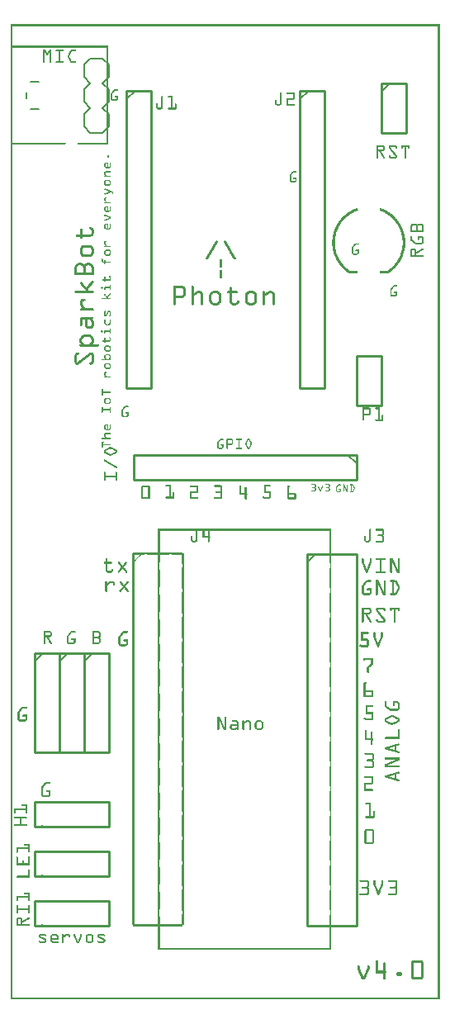
<source format=gto>
G04 MADE WITH FRITZING*
G04 WWW.FRITZING.ORG*
G04 DOUBLE SIDED*
G04 HOLES PLATED*
G04 CONTOUR ON CENTER OF CONTOUR VECTOR*
%ASAXBY*%
%FSLAX23Y23*%
%MOIN*%
%OFA0B0*%
%SFA1.0B1.0*%
%ADD10C,0.010000*%
%ADD11C,0.005000*%
%ADD12C,0.008000*%
%ADD13R,0.001000X0.001000*%
%LNSILK1*%
G90*
G70*
G54D10*
X1196Y1800D02*
X1196Y300D01*
D02*
X1196Y300D02*
X1396Y300D01*
D02*
X1396Y300D02*
X1396Y1800D01*
D02*
X1396Y1800D02*
X1196Y1800D01*
G54D11*
D02*
X1196Y1765D02*
X1231Y1800D01*
G54D10*
D02*
X1496Y3700D02*
X1496Y3500D01*
D02*
X1496Y3500D02*
X1596Y3500D01*
D02*
X1596Y3500D02*
X1596Y3700D01*
D02*
X1596Y3700D02*
X1496Y3700D01*
G54D11*
D02*
X1496Y3665D02*
X1531Y3700D01*
G54D12*
D02*
X321Y3700D02*
X296Y3725D01*
D02*
X296Y3725D02*
X296Y3775D01*
D02*
X296Y3775D02*
X321Y3800D01*
D02*
X371Y3800D02*
X396Y3775D01*
D02*
X396Y3775D02*
X396Y3725D01*
D02*
X396Y3725D02*
X371Y3700D01*
D02*
X296Y3525D02*
X296Y3575D01*
D02*
X296Y3575D02*
X321Y3600D01*
D02*
X371Y3600D02*
X396Y3575D01*
D02*
X321Y3600D02*
X296Y3625D01*
D02*
X296Y3625D02*
X296Y3675D01*
D02*
X296Y3675D02*
X321Y3700D01*
D02*
X371Y3700D02*
X396Y3675D01*
D02*
X396Y3675D02*
X396Y3625D01*
D02*
X396Y3625D02*
X371Y3600D01*
D02*
X321Y3500D02*
X371Y3500D01*
D02*
X296Y3525D02*
X321Y3500D01*
D02*
X371Y3500D02*
X396Y3525D01*
D02*
X396Y3575D02*
X396Y3525D01*
D02*
X321Y3800D02*
X371Y3800D01*
D02*
X79Y3706D02*
X112Y3706D01*
D02*
X112Y3594D02*
X79Y3594D01*
D02*
X64Y3640D02*
X64Y3661D01*
G54D10*
D02*
X467Y3670D02*
X467Y2470D01*
D02*
X467Y2470D02*
X567Y2470D01*
D02*
X567Y2470D02*
X567Y3670D01*
D02*
X567Y3670D02*
X467Y3670D01*
G54D11*
D02*
X467Y3635D02*
X502Y3670D01*
G54D10*
D02*
X1167Y3670D02*
X1167Y2470D01*
D02*
X1167Y2470D02*
X1267Y2470D01*
D02*
X1267Y2470D02*
X1267Y3670D01*
D02*
X1267Y3670D02*
X1167Y3670D01*
G54D11*
D02*
X1167Y3635D02*
X1202Y3670D01*
G54D10*
D02*
X1396Y2600D02*
X1396Y2400D01*
D02*
X1396Y2400D02*
X1496Y2400D01*
D02*
X1496Y2400D02*
X1496Y2600D01*
D02*
X1496Y2600D02*
X1396Y2600D01*
D02*
X1396Y2200D02*
X496Y2200D01*
D02*
X496Y2200D02*
X496Y2100D01*
D02*
X496Y2100D02*
X1396Y2100D01*
D02*
X1396Y2100D02*
X1396Y2200D01*
G54D11*
D02*
X1361Y2200D02*
X1396Y2165D01*
G54D10*
D02*
X96Y300D02*
X396Y300D01*
D02*
X396Y300D02*
X396Y400D01*
D02*
X396Y400D02*
X96Y400D01*
D02*
X96Y400D02*
X96Y300D01*
D02*
X96Y500D02*
X396Y500D01*
D02*
X396Y500D02*
X396Y600D01*
D02*
X396Y600D02*
X96Y600D01*
D02*
X96Y600D02*
X96Y500D01*
D02*
X96Y700D02*
X396Y700D01*
D02*
X396Y700D02*
X396Y800D01*
D02*
X396Y800D02*
X96Y800D01*
D02*
X96Y800D02*
X96Y700D01*
D02*
X196Y1400D02*
X196Y1000D01*
D02*
X196Y1000D02*
X296Y1000D01*
D02*
X296Y1000D02*
X296Y1400D01*
D02*
X296Y1400D02*
X196Y1400D01*
G54D11*
D02*
X196Y1365D02*
X231Y1400D01*
G54D10*
D02*
X296Y1400D02*
X296Y1000D01*
D02*
X296Y1000D02*
X396Y1000D01*
D02*
X396Y1000D02*
X396Y1400D01*
D02*
X396Y1400D02*
X296Y1400D01*
G54D11*
D02*
X296Y1365D02*
X331Y1400D01*
G54D10*
D02*
X96Y1400D02*
X96Y1000D01*
D02*
X96Y1000D02*
X196Y1000D01*
D02*
X196Y1000D02*
X196Y1400D01*
D02*
X196Y1400D02*
X96Y1400D01*
G54D11*
D02*
X96Y1365D02*
X131Y1400D01*
G54D13*
X0Y3937D02*
X1731Y3937D01*
X0Y3936D02*
X1731Y3936D01*
X0Y3935D02*
X1731Y3935D01*
X0Y3934D02*
X1731Y3934D01*
X0Y3933D02*
X1731Y3933D01*
X0Y3932D02*
X1731Y3932D01*
X0Y3931D02*
X1731Y3931D01*
X0Y3930D02*
X1731Y3930D01*
X0Y3929D02*
X7Y3929D01*
X1724Y3929D02*
X1731Y3929D01*
X0Y3928D02*
X7Y3928D01*
X1724Y3928D02*
X1731Y3928D01*
X0Y3927D02*
X7Y3927D01*
X1724Y3927D02*
X1731Y3927D01*
X0Y3926D02*
X7Y3926D01*
X1724Y3926D02*
X1731Y3926D01*
X0Y3925D02*
X7Y3925D01*
X1724Y3925D02*
X1731Y3925D01*
X0Y3924D02*
X7Y3924D01*
X1724Y3924D02*
X1731Y3924D01*
X0Y3923D02*
X7Y3923D01*
X1724Y3923D02*
X1731Y3923D01*
X0Y3922D02*
X7Y3922D01*
X1724Y3922D02*
X1731Y3922D01*
X0Y3921D02*
X7Y3921D01*
X1724Y3921D02*
X1731Y3921D01*
X0Y3920D02*
X7Y3920D01*
X1724Y3920D02*
X1731Y3920D01*
X0Y3919D02*
X7Y3919D01*
X1724Y3919D02*
X1731Y3919D01*
X0Y3918D02*
X7Y3918D01*
X1724Y3918D02*
X1731Y3918D01*
X0Y3917D02*
X7Y3917D01*
X1724Y3917D02*
X1731Y3917D01*
X0Y3916D02*
X7Y3916D01*
X1724Y3916D02*
X1731Y3916D01*
X0Y3915D02*
X7Y3915D01*
X1724Y3915D02*
X1731Y3915D01*
X0Y3914D02*
X7Y3914D01*
X1724Y3914D02*
X1731Y3914D01*
X0Y3913D02*
X7Y3913D01*
X1724Y3913D02*
X1731Y3913D01*
X0Y3912D02*
X7Y3912D01*
X1724Y3912D02*
X1731Y3912D01*
X0Y3911D02*
X7Y3911D01*
X1724Y3911D02*
X1731Y3911D01*
X0Y3910D02*
X7Y3910D01*
X1724Y3910D02*
X1731Y3910D01*
X0Y3909D02*
X7Y3909D01*
X1724Y3909D02*
X1731Y3909D01*
X0Y3908D02*
X7Y3908D01*
X1724Y3908D02*
X1731Y3908D01*
X0Y3907D02*
X7Y3907D01*
X1724Y3907D02*
X1731Y3907D01*
X0Y3906D02*
X7Y3906D01*
X1724Y3906D02*
X1731Y3906D01*
X0Y3905D02*
X7Y3905D01*
X1724Y3905D02*
X1731Y3905D01*
X0Y3904D02*
X7Y3904D01*
X1724Y3904D02*
X1731Y3904D01*
X0Y3903D02*
X7Y3903D01*
X1724Y3903D02*
X1731Y3903D01*
X0Y3902D02*
X7Y3902D01*
X1724Y3902D02*
X1731Y3902D01*
X0Y3901D02*
X7Y3901D01*
X1724Y3901D02*
X1731Y3901D01*
X0Y3900D02*
X7Y3900D01*
X1724Y3900D02*
X1731Y3900D01*
X0Y3899D02*
X7Y3899D01*
X1724Y3899D02*
X1731Y3899D01*
X0Y3898D02*
X7Y3898D01*
X1724Y3898D02*
X1731Y3898D01*
X0Y3897D02*
X7Y3897D01*
X1724Y3897D02*
X1731Y3897D01*
X0Y3896D02*
X7Y3896D01*
X1724Y3896D02*
X1731Y3896D01*
X0Y3895D02*
X7Y3895D01*
X1724Y3895D02*
X1731Y3895D01*
X0Y3894D02*
X7Y3894D01*
X1724Y3894D02*
X1731Y3894D01*
X0Y3893D02*
X7Y3893D01*
X1724Y3893D02*
X1731Y3893D01*
X0Y3892D02*
X7Y3892D01*
X1724Y3892D02*
X1731Y3892D01*
X0Y3891D02*
X7Y3891D01*
X1724Y3891D02*
X1731Y3891D01*
X0Y3890D02*
X7Y3890D01*
X1724Y3890D02*
X1731Y3890D01*
X0Y3889D02*
X7Y3889D01*
X1724Y3889D02*
X1731Y3889D01*
X0Y3888D02*
X7Y3888D01*
X1724Y3888D02*
X1731Y3888D01*
X0Y3887D02*
X7Y3887D01*
X1724Y3887D02*
X1731Y3887D01*
X0Y3886D02*
X7Y3886D01*
X1724Y3886D02*
X1731Y3886D01*
X0Y3885D02*
X7Y3885D01*
X1724Y3885D02*
X1731Y3885D01*
X0Y3884D02*
X7Y3884D01*
X1724Y3884D02*
X1731Y3884D01*
X0Y3883D02*
X7Y3883D01*
X1724Y3883D02*
X1731Y3883D01*
X0Y3882D02*
X7Y3882D01*
X1724Y3882D02*
X1731Y3882D01*
X0Y3881D02*
X7Y3881D01*
X1724Y3881D02*
X1731Y3881D01*
X0Y3880D02*
X7Y3880D01*
X1724Y3880D02*
X1731Y3880D01*
X0Y3879D02*
X7Y3879D01*
X1724Y3879D02*
X1731Y3879D01*
X0Y3878D02*
X7Y3878D01*
X1724Y3878D02*
X1731Y3878D01*
X0Y3877D02*
X7Y3877D01*
X1724Y3877D02*
X1731Y3877D01*
X0Y3876D02*
X7Y3876D01*
X1724Y3876D02*
X1731Y3876D01*
X0Y3875D02*
X7Y3875D01*
X1724Y3875D02*
X1731Y3875D01*
X0Y3874D02*
X7Y3874D01*
X1724Y3874D02*
X1731Y3874D01*
X0Y3873D02*
X7Y3873D01*
X1724Y3873D02*
X1731Y3873D01*
X0Y3872D02*
X7Y3872D01*
X1724Y3872D02*
X1731Y3872D01*
X0Y3871D02*
X7Y3871D01*
X1724Y3871D02*
X1731Y3871D01*
X0Y3870D02*
X7Y3870D01*
X1724Y3870D02*
X1731Y3870D01*
X0Y3869D02*
X7Y3869D01*
X1724Y3869D02*
X1731Y3869D01*
X0Y3868D02*
X7Y3868D01*
X1724Y3868D02*
X1731Y3868D01*
X0Y3867D02*
X7Y3867D01*
X1724Y3867D02*
X1731Y3867D01*
X0Y3866D02*
X7Y3866D01*
X1724Y3866D02*
X1731Y3866D01*
X0Y3865D02*
X7Y3865D01*
X1724Y3865D02*
X1731Y3865D01*
X0Y3864D02*
X7Y3864D01*
X1724Y3864D02*
X1731Y3864D01*
X0Y3863D02*
X7Y3863D01*
X1724Y3863D02*
X1731Y3863D01*
X0Y3862D02*
X7Y3862D01*
X1724Y3862D02*
X1731Y3862D01*
X0Y3861D02*
X7Y3861D01*
X1724Y3861D02*
X1731Y3861D01*
X0Y3860D02*
X7Y3860D01*
X1724Y3860D02*
X1731Y3860D01*
X0Y3859D02*
X7Y3859D01*
X1724Y3859D02*
X1731Y3859D01*
X0Y3858D02*
X7Y3858D01*
X1724Y3858D02*
X1731Y3858D01*
X0Y3857D02*
X7Y3857D01*
X1724Y3857D02*
X1731Y3857D01*
X0Y3856D02*
X7Y3856D01*
X1724Y3856D02*
X1731Y3856D01*
X0Y3855D02*
X7Y3855D01*
X1724Y3855D02*
X1731Y3855D01*
X0Y3854D02*
X7Y3854D01*
X1724Y3854D02*
X1731Y3854D01*
X0Y3853D02*
X7Y3853D01*
X1724Y3853D02*
X1731Y3853D01*
X0Y3852D02*
X7Y3852D01*
X1724Y3852D02*
X1731Y3852D01*
X0Y3851D02*
X7Y3851D01*
X1724Y3851D02*
X1731Y3851D01*
X0Y3850D02*
X394Y3850D01*
X1724Y3850D02*
X1731Y3850D01*
X0Y3849D02*
X394Y3849D01*
X1724Y3849D02*
X1731Y3849D01*
X0Y3848D02*
X394Y3848D01*
X1724Y3848D02*
X1731Y3848D01*
X0Y3847D02*
X394Y3847D01*
X1724Y3847D02*
X1731Y3847D01*
X0Y3846D02*
X394Y3846D01*
X1724Y3846D02*
X1731Y3846D01*
X0Y3845D02*
X394Y3845D01*
X1724Y3845D02*
X1731Y3845D01*
X0Y3844D02*
X394Y3844D01*
X1724Y3844D02*
X1731Y3844D01*
X0Y3843D02*
X394Y3843D01*
X1724Y3843D02*
X1731Y3843D01*
X0Y3842D02*
X7Y3842D01*
X387Y3842D02*
X394Y3842D01*
X1724Y3842D02*
X1731Y3842D01*
X0Y3841D02*
X7Y3841D01*
X387Y3841D02*
X394Y3841D01*
X1724Y3841D02*
X1731Y3841D01*
X0Y3840D02*
X7Y3840D01*
X387Y3840D02*
X394Y3840D01*
X1724Y3840D02*
X1731Y3840D01*
X0Y3839D02*
X7Y3839D01*
X387Y3839D02*
X394Y3839D01*
X1724Y3839D02*
X1731Y3839D01*
X0Y3838D02*
X7Y3838D01*
X387Y3838D02*
X394Y3838D01*
X1724Y3838D02*
X1731Y3838D01*
X0Y3837D02*
X7Y3837D01*
X387Y3837D02*
X394Y3837D01*
X1724Y3837D02*
X1731Y3837D01*
X0Y3836D02*
X7Y3836D01*
X387Y3836D02*
X394Y3836D01*
X1724Y3836D02*
X1731Y3836D01*
X0Y3835D02*
X7Y3835D01*
X387Y3835D02*
X394Y3835D01*
X1724Y3835D02*
X1731Y3835D01*
X0Y3834D02*
X7Y3834D01*
X130Y3834D02*
X139Y3834D01*
X156Y3834D02*
X164Y3834D01*
X182Y3834D02*
X213Y3834D01*
X245Y3834D02*
X263Y3834D01*
X387Y3834D02*
X394Y3834D01*
X1724Y3834D02*
X1731Y3834D01*
X0Y3833D02*
X7Y3833D01*
X130Y3833D02*
X139Y3833D01*
X155Y3833D02*
X164Y3833D01*
X181Y3833D02*
X213Y3833D01*
X243Y3833D02*
X264Y3833D01*
X387Y3833D02*
X394Y3833D01*
X1724Y3833D02*
X1731Y3833D01*
X0Y3832D02*
X7Y3832D01*
X130Y3832D02*
X140Y3832D01*
X154Y3832D02*
X164Y3832D01*
X181Y3832D02*
X214Y3832D01*
X242Y3832D02*
X264Y3832D01*
X387Y3832D02*
X394Y3832D01*
X1724Y3832D02*
X1731Y3832D01*
X0Y3831D02*
X7Y3831D01*
X130Y3831D02*
X141Y3831D01*
X153Y3831D02*
X164Y3831D01*
X181Y3831D02*
X214Y3831D01*
X241Y3831D02*
X264Y3831D01*
X387Y3831D02*
X394Y3831D01*
X1724Y3831D02*
X1731Y3831D01*
X0Y3830D02*
X7Y3830D01*
X130Y3830D02*
X141Y3830D01*
X153Y3830D02*
X164Y3830D01*
X181Y3830D02*
X214Y3830D01*
X240Y3830D02*
X264Y3830D01*
X387Y3830D02*
X394Y3830D01*
X1724Y3830D02*
X1731Y3830D01*
X0Y3829D02*
X7Y3829D01*
X130Y3829D02*
X142Y3829D01*
X152Y3829D02*
X164Y3829D01*
X181Y3829D02*
X213Y3829D01*
X239Y3829D02*
X263Y3829D01*
X387Y3829D02*
X394Y3829D01*
X1724Y3829D02*
X1731Y3829D01*
X0Y3828D02*
X7Y3828D01*
X130Y3828D02*
X143Y3828D01*
X151Y3828D02*
X164Y3828D01*
X183Y3828D02*
X212Y3828D01*
X239Y3828D02*
X262Y3828D01*
X387Y3828D02*
X394Y3828D01*
X1724Y3828D02*
X1731Y3828D01*
X0Y3827D02*
X7Y3827D01*
X130Y3827D02*
X143Y3827D01*
X151Y3827D02*
X164Y3827D01*
X194Y3827D02*
X200Y3827D01*
X238Y3827D02*
X246Y3827D01*
X387Y3827D02*
X394Y3827D01*
X1724Y3827D02*
X1731Y3827D01*
X0Y3826D02*
X7Y3826D01*
X130Y3826D02*
X144Y3826D01*
X150Y3826D02*
X164Y3826D01*
X194Y3826D02*
X200Y3826D01*
X238Y3826D02*
X245Y3826D01*
X387Y3826D02*
X394Y3826D01*
X1724Y3826D02*
X1731Y3826D01*
X0Y3825D02*
X7Y3825D01*
X130Y3825D02*
X145Y3825D01*
X149Y3825D02*
X164Y3825D01*
X194Y3825D02*
X200Y3825D01*
X237Y3825D02*
X244Y3825D01*
X387Y3825D02*
X394Y3825D01*
X1724Y3825D02*
X1731Y3825D01*
X0Y3824D02*
X7Y3824D01*
X130Y3824D02*
X136Y3824D01*
X138Y3824D02*
X146Y3824D01*
X149Y3824D02*
X156Y3824D01*
X158Y3824D02*
X164Y3824D01*
X194Y3824D02*
X200Y3824D01*
X237Y3824D02*
X244Y3824D01*
X387Y3824D02*
X394Y3824D01*
X1724Y3824D02*
X1731Y3824D01*
X0Y3823D02*
X7Y3823D01*
X130Y3823D02*
X136Y3823D01*
X139Y3823D02*
X146Y3823D01*
X148Y3823D02*
X155Y3823D01*
X158Y3823D02*
X164Y3823D01*
X194Y3823D02*
X200Y3823D01*
X236Y3823D02*
X243Y3823D01*
X387Y3823D02*
X394Y3823D01*
X1724Y3823D02*
X1731Y3823D01*
X0Y3822D02*
X7Y3822D01*
X130Y3822D02*
X136Y3822D01*
X139Y3822D02*
X155Y3822D01*
X158Y3822D02*
X164Y3822D01*
X194Y3822D02*
X200Y3822D01*
X236Y3822D02*
X243Y3822D01*
X387Y3822D02*
X394Y3822D01*
X1724Y3822D02*
X1731Y3822D01*
X0Y3821D02*
X7Y3821D01*
X130Y3821D02*
X136Y3821D01*
X140Y3821D02*
X154Y3821D01*
X158Y3821D02*
X164Y3821D01*
X194Y3821D02*
X200Y3821D01*
X235Y3821D02*
X242Y3821D01*
X387Y3821D02*
X394Y3821D01*
X1724Y3821D02*
X1731Y3821D01*
X0Y3820D02*
X7Y3820D01*
X130Y3820D02*
X136Y3820D01*
X141Y3820D02*
X153Y3820D01*
X158Y3820D02*
X164Y3820D01*
X194Y3820D02*
X200Y3820D01*
X235Y3820D02*
X242Y3820D01*
X387Y3820D02*
X394Y3820D01*
X1724Y3820D02*
X1731Y3820D01*
X0Y3819D02*
X7Y3819D01*
X130Y3819D02*
X136Y3819D01*
X141Y3819D02*
X153Y3819D01*
X158Y3819D02*
X164Y3819D01*
X194Y3819D02*
X200Y3819D01*
X234Y3819D02*
X241Y3819D01*
X387Y3819D02*
X394Y3819D01*
X1724Y3819D02*
X1731Y3819D01*
X0Y3818D02*
X7Y3818D01*
X130Y3818D02*
X136Y3818D01*
X142Y3818D02*
X152Y3818D01*
X158Y3818D02*
X164Y3818D01*
X194Y3818D02*
X200Y3818D01*
X234Y3818D02*
X241Y3818D01*
X387Y3818D02*
X394Y3818D01*
X1724Y3818D02*
X1731Y3818D01*
X0Y3817D02*
X7Y3817D01*
X130Y3817D02*
X136Y3817D01*
X143Y3817D02*
X151Y3817D01*
X158Y3817D02*
X164Y3817D01*
X194Y3817D02*
X200Y3817D01*
X233Y3817D02*
X240Y3817D01*
X387Y3817D02*
X394Y3817D01*
X1724Y3817D02*
X1731Y3817D01*
X0Y3816D02*
X7Y3816D01*
X130Y3816D02*
X136Y3816D01*
X144Y3816D02*
X150Y3816D01*
X158Y3816D02*
X164Y3816D01*
X194Y3816D02*
X200Y3816D01*
X233Y3816D02*
X240Y3816D01*
X387Y3816D02*
X394Y3816D01*
X1724Y3816D02*
X1731Y3816D01*
X0Y3815D02*
X7Y3815D01*
X130Y3815D02*
X136Y3815D01*
X144Y3815D02*
X150Y3815D01*
X158Y3815D02*
X164Y3815D01*
X194Y3815D02*
X200Y3815D01*
X232Y3815D02*
X239Y3815D01*
X387Y3815D02*
X394Y3815D01*
X1724Y3815D02*
X1731Y3815D01*
X0Y3814D02*
X7Y3814D01*
X130Y3814D02*
X136Y3814D01*
X144Y3814D02*
X150Y3814D01*
X158Y3814D02*
X164Y3814D01*
X194Y3814D02*
X200Y3814D01*
X232Y3814D02*
X239Y3814D01*
X387Y3814D02*
X394Y3814D01*
X1724Y3814D02*
X1731Y3814D01*
X0Y3813D02*
X7Y3813D01*
X130Y3813D02*
X136Y3813D01*
X144Y3813D02*
X150Y3813D01*
X158Y3813D02*
X164Y3813D01*
X194Y3813D02*
X200Y3813D01*
X232Y3813D02*
X238Y3813D01*
X387Y3813D02*
X394Y3813D01*
X1724Y3813D02*
X1731Y3813D01*
X0Y3812D02*
X7Y3812D01*
X130Y3812D02*
X136Y3812D01*
X144Y3812D02*
X150Y3812D01*
X158Y3812D02*
X164Y3812D01*
X194Y3812D02*
X200Y3812D01*
X231Y3812D02*
X238Y3812D01*
X387Y3812D02*
X394Y3812D01*
X1724Y3812D02*
X1731Y3812D01*
X0Y3811D02*
X7Y3811D01*
X130Y3811D02*
X136Y3811D01*
X145Y3811D02*
X149Y3811D01*
X158Y3811D02*
X164Y3811D01*
X194Y3811D02*
X200Y3811D01*
X231Y3811D02*
X237Y3811D01*
X387Y3811D02*
X394Y3811D01*
X1724Y3811D02*
X1731Y3811D01*
X0Y3810D02*
X7Y3810D01*
X130Y3810D02*
X136Y3810D01*
X158Y3810D02*
X164Y3810D01*
X194Y3810D02*
X200Y3810D01*
X231Y3810D02*
X237Y3810D01*
X387Y3810D02*
X394Y3810D01*
X1724Y3810D02*
X1731Y3810D01*
X0Y3809D02*
X7Y3809D01*
X130Y3809D02*
X136Y3809D01*
X158Y3809D02*
X164Y3809D01*
X194Y3809D02*
X200Y3809D01*
X231Y3809D02*
X237Y3809D01*
X387Y3809D02*
X394Y3809D01*
X1724Y3809D02*
X1731Y3809D01*
X0Y3808D02*
X7Y3808D01*
X130Y3808D02*
X136Y3808D01*
X158Y3808D02*
X164Y3808D01*
X194Y3808D02*
X200Y3808D01*
X231Y3808D02*
X237Y3808D01*
X387Y3808D02*
X394Y3808D01*
X1724Y3808D02*
X1731Y3808D01*
X0Y3807D02*
X7Y3807D01*
X130Y3807D02*
X136Y3807D01*
X158Y3807D02*
X164Y3807D01*
X194Y3807D02*
X200Y3807D01*
X231Y3807D02*
X237Y3807D01*
X387Y3807D02*
X394Y3807D01*
X1724Y3807D02*
X1731Y3807D01*
X0Y3806D02*
X7Y3806D01*
X130Y3806D02*
X136Y3806D01*
X158Y3806D02*
X164Y3806D01*
X194Y3806D02*
X200Y3806D01*
X231Y3806D02*
X237Y3806D01*
X387Y3806D02*
X394Y3806D01*
X1724Y3806D02*
X1731Y3806D01*
X0Y3805D02*
X7Y3805D01*
X130Y3805D02*
X136Y3805D01*
X158Y3805D02*
X164Y3805D01*
X194Y3805D02*
X200Y3805D01*
X231Y3805D02*
X237Y3805D01*
X387Y3805D02*
X394Y3805D01*
X1724Y3805D02*
X1731Y3805D01*
X0Y3804D02*
X7Y3804D01*
X130Y3804D02*
X136Y3804D01*
X158Y3804D02*
X164Y3804D01*
X194Y3804D02*
X200Y3804D01*
X231Y3804D02*
X237Y3804D01*
X387Y3804D02*
X394Y3804D01*
X1724Y3804D02*
X1731Y3804D01*
X0Y3803D02*
X7Y3803D01*
X130Y3803D02*
X136Y3803D01*
X158Y3803D02*
X164Y3803D01*
X194Y3803D02*
X200Y3803D01*
X231Y3803D02*
X238Y3803D01*
X387Y3803D02*
X394Y3803D01*
X1724Y3803D02*
X1731Y3803D01*
X0Y3802D02*
X7Y3802D01*
X130Y3802D02*
X136Y3802D01*
X158Y3802D02*
X164Y3802D01*
X194Y3802D02*
X200Y3802D01*
X232Y3802D02*
X238Y3802D01*
X387Y3802D02*
X394Y3802D01*
X1724Y3802D02*
X1731Y3802D01*
X0Y3801D02*
X7Y3801D01*
X130Y3801D02*
X136Y3801D01*
X158Y3801D02*
X164Y3801D01*
X194Y3801D02*
X200Y3801D01*
X232Y3801D02*
X239Y3801D01*
X387Y3801D02*
X394Y3801D01*
X1724Y3801D02*
X1731Y3801D01*
X0Y3800D02*
X7Y3800D01*
X130Y3800D02*
X136Y3800D01*
X158Y3800D02*
X164Y3800D01*
X194Y3800D02*
X200Y3800D01*
X233Y3800D02*
X239Y3800D01*
X387Y3800D02*
X394Y3800D01*
X1724Y3800D02*
X1731Y3800D01*
X0Y3799D02*
X7Y3799D01*
X130Y3799D02*
X136Y3799D01*
X158Y3799D02*
X164Y3799D01*
X194Y3799D02*
X200Y3799D01*
X233Y3799D02*
X240Y3799D01*
X387Y3799D02*
X394Y3799D01*
X1724Y3799D02*
X1731Y3799D01*
X0Y3798D02*
X7Y3798D01*
X130Y3798D02*
X136Y3798D01*
X158Y3798D02*
X164Y3798D01*
X194Y3798D02*
X200Y3798D01*
X234Y3798D02*
X240Y3798D01*
X387Y3798D02*
X394Y3798D01*
X1724Y3798D02*
X1731Y3798D01*
X0Y3797D02*
X7Y3797D01*
X130Y3797D02*
X136Y3797D01*
X158Y3797D02*
X164Y3797D01*
X194Y3797D02*
X200Y3797D01*
X234Y3797D02*
X241Y3797D01*
X387Y3797D02*
X394Y3797D01*
X1724Y3797D02*
X1731Y3797D01*
X0Y3796D02*
X7Y3796D01*
X130Y3796D02*
X136Y3796D01*
X158Y3796D02*
X164Y3796D01*
X194Y3796D02*
X200Y3796D01*
X235Y3796D02*
X241Y3796D01*
X387Y3796D02*
X394Y3796D01*
X1724Y3796D02*
X1731Y3796D01*
X0Y3795D02*
X7Y3795D01*
X130Y3795D02*
X136Y3795D01*
X158Y3795D02*
X164Y3795D01*
X194Y3795D02*
X200Y3795D01*
X235Y3795D02*
X242Y3795D01*
X387Y3795D02*
X394Y3795D01*
X1724Y3795D02*
X1731Y3795D01*
X0Y3794D02*
X7Y3794D01*
X130Y3794D02*
X136Y3794D01*
X158Y3794D02*
X164Y3794D01*
X194Y3794D02*
X200Y3794D01*
X236Y3794D02*
X242Y3794D01*
X387Y3794D02*
X394Y3794D01*
X1724Y3794D02*
X1731Y3794D01*
X0Y3793D02*
X7Y3793D01*
X130Y3793D02*
X136Y3793D01*
X158Y3793D02*
X164Y3793D01*
X194Y3793D02*
X200Y3793D01*
X236Y3793D02*
X243Y3793D01*
X387Y3793D02*
X394Y3793D01*
X1724Y3793D02*
X1731Y3793D01*
X0Y3792D02*
X7Y3792D01*
X130Y3792D02*
X136Y3792D01*
X158Y3792D02*
X164Y3792D01*
X194Y3792D02*
X200Y3792D01*
X237Y3792D02*
X243Y3792D01*
X387Y3792D02*
X394Y3792D01*
X1724Y3792D02*
X1731Y3792D01*
X0Y3791D02*
X7Y3791D01*
X130Y3791D02*
X136Y3791D01*
X158Y3791D02*
X164Y3791D01*
X194Y3791D02*
X200Y3791D01*
X237Y3791D02*
X244Y3791D01*
X387Y3791D02*
X394Y3791D01*
X1724Y3791D02*
X1731Y3791D01*
X0Y3790D02*
X7Y3790D01*
X130Y3790D02*
X136Y3790D01*
X158Y3790D02*
X164Y3790D01*
X194Y3790D02*
X200Y3790D01*
X238Y3790D02*
X244Y3790D01*
X387Y3790D02*
X394Y3790D01*
X1724Y3790D02*
X1731Y3790D01*
X0Y3789D02*
X7Y3789D01*
X130Y3789D02*
X136Y3789D01*
X158Y3789D02*
X164Y3789D01*
X194Y3789D02*
X200Y3789D01*
X238Y3789D02*
X245Y3789D01*
X387Y3789D02*
X394Y3789D01*
X1724Y3789D02*
X1731Y3789D01*
X0Y3788D02*
X7Y3788D01*
X130Y3788D02*
X136Y3788D01*
X158Y3788D02*
X164Y3788D01*
X194Y3788D02*
X200Y3788D01*
X239Y3788D02*
X246Y3788D01*
X387Y3788D02*
X394Y3788D01*
X1724Y3788D02*
X1731Y3788D01*
X0Y3787D02*
X7Y3787D01*
X130Y3787D02*
X136Y3787D01*
X158Y3787D02*
X164Y3787D01*
X182Y3787D02*
X212Y3787D01*
X239Y3787D02*
X263Y3787D01*
X387Y3787D02*
X394Y3787D01*
X1724Y3787D02*
X1731Y3787D01*
X0Y3786D02*
X7Y3786D01*
X130Y3786D02*
X136Y3786D01*
X158Y3786D02*
X164Y3786D01*
X181Y3786D02*
X213Y3786D01*
X240Y3786D02*
X264Y3786D01*
X387Y3786D02*
X394Y3786D01*
X1724Y3786D02*
X1731Y3786D01*
X0Y3785D02*
X7Y3785D01*
X130Y3785D02*
X136Y3785D01*
X158Y3785D02*
X164Y3785D01*
X181Y3785D02*
X214Y3785D01*
X240Y3785D02*
X264Y3785D01*
X387Y3785D02*
X394Y3785D01*
X1724Y3785D02*
X1731Y3785D01*
X0Y3784D02*
X7Y3784D01*
X130Y3784D02*
X136Y3784D01*
X158Y3784D02*
X164Y3784D01*
X180Y3784D02*
X214Y3784D01*
X241Y3784D02*
X264Y3784D01*
X387Y3784D02*
X394Y3784D01*
X1724Y3784D02*
X1731Y3784D01*
X0Y3783D02*
X7Y3783D01*
X130Y3783D02*
X136Y3783D01*
X158Y3783D02*
X164Y3783D01*
X181Y3783D02*
X214Y3783D01*
X242Y3783D02*
X264Y3783D01*
X387Y3783D02*
X394Y3783D01*
X1724Y3783D02*
X1731Y3783D01*
X0Y3782D02*
X7Y3782D01*
X131Y3782D02*
X136Y3782D01*
X159Y3782D02*
X163Y3782D01*
X181Y3782D02*
X213Y3782D01*
X244Y3782D02*
X263Y3782D01*
X387Y3782D02*
X394Y3782D01*
X1724Y3782D02*
X1731Y3782D01*
X0Y3781D02*
X7Y3781D01*
X132Y3781D02*
X134Y3781D01*
X160Y3781D02*
X162Y3781D01*
X182Y3781D02*
X212Y3781D01*
X246Y3781D02*
X262Y3781D01*
X387Y3781D02*
X394Y3781D01*
X1724Y3781D02*
X1731Y3781D01*
X0Y3780D02*
X7Y3780D01*
X387Y3780D02*
X394Y3780D01*
X1724Y3780D02*
X1731Y3780D01*
X0Y3779D02*
X7Y3779D01*
X387Y3779D02*
X394Y3779D01*
X1724Y3779D02*
X1731Y3779D01*
X0Y3778D02*
X7Y3778D01*
X387Y3778D02*
X394Y3778D01*
X1724Y3778D02*
X1731Y3778D01*
X0Y3777D02*
X7Y3777D01*
X387Y3777D02*
X394Y3777D01*
X1724Y3777D02*
X1731Y3777D01*
X0Y3776D02*
X7Y3776D01*
X387Y3776D02*
X394Y3776D01*
X1724Y3776D02*
X1731Y3776D01*
X0Y3775D02*
X7Y3775D01*
X387Y3775D02*
X394Y3775D01*
X1724Y3775D02*
X1731Y3775D01*
X0Y3774D02*
X7Y3774D01*
X387Y3774D02*
X394Y3774D01*
X1724Y3774D02*
X1731Y3774D01*
X0Y3773D02*
X7Y3773D01*
X387Y3773D02*
X394Y3773D01*
X1724Y3773D02*
X1731Y3773D01*
X0Y3772D02*
X7Y3772D01*
X387Y3772D02*
X394Y3772D01*
X1724Y3772D02*
X1731Y3772D01*
X0Y3771D02*
X7Y3771D01*
X387Y3771D02*
X394Y3771D01*
X1724Y3771D02*
X1731Y3771D01*
X0Y3770D02*
X7Y3770D01*
X387Y3770D02*
X394Y3770D01*
X1724Y3770D02*
X1731Y3770D01*
X0Y3769D02*
X7Y3769D01*
X387Y3769D02*
X394Y3769D01*
X1724Y3769D02*
X1731Y3769D01*
X0Y3768D02*
X7Y3768D01*
X387Y3768D02*
X394Y3768D01*
X1724Y3768D02*
X1731Y3768D01*
X0Y3767D02*
X7Y3767D01*
X387Y3767D02*
X394Y3767D01*
X1724Y3767D02*
X1731Y3767D01*
X0Y3766D02*
X7Y3766D01*
X387Y3766D02*
X394Y3766D01*
X1724Y3766D02*
X1731Y3766D01*
X0Y3765D02*
X7Y3765D01*
X387Y3765D02*
X394Y3765D01*
X1724Y3765D02*
X1731Y3765D01*
X0Y3764D02*
X7Y3764D01*
X387Y3764D02*
X394Y3764D01*
X1724Y3764D02*
X1731Y3764D01*
X0Y3763D02*
X7Y3763D01*
X387Y3763D02*
X394Y3763D01*
X1724Y3763D02*
X1731Y3763D01*
X0Y3762D02*
X7Y3762D01*
X387Y3762D02*
X394Y3762D01*
X1724Y3762D02*
X1731Y3762D01*
X0Y3761D02*
X7Y3761D01*
X387Y3761D02*
X394Y3761D01*
X1724Y3761D02*
X1731Y3761D01*
X0Y3760D02*
X7Y3760D01*
X387Y3760D02*
X394Y3760D01*
X1724Y3760D02*
X1731Y3760D01*
X0Y3759D02*
X7Y3759D01*
X387Y3759D02*
X394Y3759D01*
X1724Y3759D02*
X1731Y3759D01*
X0Y3758D02*
X7Y3758D01*
X387Y3758D02*
X394Y3758D01*
X1724Y3758D02*
X1731Y3758D01*
X0Y3757D02*
X7Y3757D01*
X387Y3757D02*
X394Y3757D01*
X1724Y3757D02*
X1731Y3757D01*
X0Y3756D02*
X7Y3756D01*
X387Y3756D02*
X394Y3756D01*
X1724Y3756D02*
X1731Y3756D01*
X0Y3755D02*
X7Y3755D01*
X387Y3755D02*
X394Y3755D01*
X1724Y3755D02*
X1731Y3755D01*
X0Y3754D02*
X7Y3754D01*
X387Y3754D02*
X394Y3754D01*
X1724Y3754D02*
X1731Y3754D01*
X0Y3753D02*
X7Y3753D01*
X387Y3753D02*
X394Y3753D01*
X1724Y3753D02*
X1731Y3753D01*
X0Y3752D02*
X7Y3752D01*
X387Y3752D02*
X394Y3752D01*
X1724Y3752D02*
X1731Y3752D01*
X0Y3751D02*
X7Y3751D01*
X387Y3751D02*
X394Y3751D01*
X1724Y3751D02*
X1731Y3751D01*
X0Y3750D02*
X7Y3750D01*
X387Y3750D02*
X394Y3750D01*
X1724Y3750D02*
X1731Y3750D01*
X0Y3749D02*
X7Y3749D01*
X387Y3749D02*
X394Y3749D01*
X1724Y3749D02*
X1731Y3749D01*
X0Y3748D02*
X7Y3748D01*
X387Y3748D02*
X394Y3748D01*
X1724Y3748D02*
X1731Y3748D01*
X0Y3747D02*
X7Y3747D01*
X387Y3747D02*
X394Y3747D01*
X1724Y3747D02*
X1731Y3747D01*
X0Y3746D02*
X7Y3746D01*
X387Y3746D02*
X394Y3746D01*
X1724Y3746D02*
X1731Y3746D01*
X0Y3745D02*
X7Y3745D01*
X387Y3745D02*
X394Y3745D01*
X1724Y3745D02*
X1731Y3745D01*
X0Y3744D02*
X7Y3744D01*
X387Y3744D02*
X394Y3744D01*
X1724Y3744D02*
X1731Y3744D01*
X0Y3743D02*
X7Y3743D01*
X387Y3743D02*
X394Y3743D01*
X1724Y3743D02*
X1731Y3743D01*
X0Y3742D02*
X7Y3742D01*
X387Y3742D02*
X394Y3742D01*
X1724Y3742D02*
X1731Y3742D01*
X0Y3741D02*
X7Y3741D01*
X387Y3741D02*
X394Y3741D01*
X1724Y3741D02*
X1731Y3741D01*
X0Y3740D02*
X7Y3740D01*
X387Y3740D02*
X394Y3740D01*
X1724Y3740D02*
X1731Y3740D01*
X0Y3739D02*
X7Y3739D01*
X387Y3739D02*
X394Y3739D01*
X1724Y3739D02*
X1731Y3739D01*
X0Y3738D02*
X7Y3738D01*
X387Y3738D02*
X394Y3738D01*
X1724Y3738D02*
X1731Y3738D01*
X0Y3737D02*
X7Y3737D01*
X387Y3737D02*
X394Y3737D01*
X1724Y3737D02*
X1731Y3737D01*
X0Y3736D02*
X7Y3736D01*
X387Y3736D02*
X394Y3736D01*
X1724Y3736D02*
X1731Y3736D01*
X0Y3735D02*
X7Y3735D01*
X387Y3735D02*
X394Y3735D01*
X1724Y3735D02*
X1731Y3735D01*
X0Y3734D02*
X7Y3734D01*
X387Y3734D02*
X394Y3734D01*
X1724Y3734D02*
X1731Y3734D01*
X0Y3733D02*
X7Y3733D01*
X387Y3733D02*
X394Y3733D01*
X1724Y3733D02*
X1731Y3733D01*
X0Y3732D02*
X7Y3732D01*
X387Y3732D02*
X394Y3732D01*
X1724Y3732D02*
X1731Y3732D01*
X0Y3731D02*
X7Y3731D01*
X387Y3731D02*
X394Y3731D01*
X1724Y3731D02*
X1731Y3731D01*
X0Y3730D02*
X7Y3730D01*
X387Y3730D02*
X394Y3730D01*
X1724Y3730D02*
X1731Y3730D01*
X0Y3729D02*
X7Y3729D01*
X387Y3729D02*
X394Y3729D01*
X1724Y3729D02*
X1731Y3729D01*
X0Y3728D02*
X7Y3728D01*
X387Y3728D02*
X394Y3728D01*
X1724Y3728D02*
X1731Y3728D01*
X0Y3727D02*
X7Y3727D01*
X387Y3727D02*
X394Y3727D01*
X1724Y3727D02*
X1731Y3727D01*
X0Y3726D02*
X7Y3726D01*
X387Y3726D02*
X394Y3726D01*
X1724Y3726D02*
X1731Y3726D01*
X0Y3725D02*
X7Y3725D01*
X387Y3725D02*
X394Y3725D01*
X1724Y3725D02*
X1731Y3725D01*
X0Y3724D02*
X7Y3724D01*
X387Y3724D02*
X394Y3724D01*
X1724Y3724D02*
X1731Y3724D01*
X0Y3723D02*
X7Y3723D01*
X387Y3723D02*
X394Y3723D01*
X1724Y3723D02*
X1731Y3723D01*
X0Y3722D02*
X7Y3722D01*
X387Y3722D02*
X394Y3722D01*
X1724Y3722D02*
X1731Y3722D01*
X0Y3721D02*
X7Y3721D01*
X387Y3721D02*
X394Y3721D01*
X1724Y3721D02*
X1731Y3721D01*
X0Y3720D02*
X7Y3720D01*
X387Y3720D02*
X394Y3720D01*
X1724Y3720D02*
X1731Y3720D01*
X0Y3719D02*
X7Y3719D01*
X387Y3719D02*
X394Y3719D01*
X1724Y3719D02*
X1731Y3719D01*
X0Y3718D02*
X7Y3718D01*
X387Y3718D02*
X394Y3718D01*
X1724Y3718D02*
X1731Y3718D01*
X0Y3717D02*
X7Y3717D01*
X387Y3717D02*
X394Y3717D01*
X1724Y3717D02*
X1731Y3717D01*
X0Y3716D02*
X7Y3716D01*
X387Y3716D02*
X394Y3716D01*
X1724Y3716D02*
X1731Y3716D01*
X0Y3715D02*
X7Y3715D01*
X387Y3715D02*
X394Y3715D01*
X1724Y3715D02*
X1731Y3715D01*
X0Y3714D02*
X7Y3714D01*
X387Y3714D02*
X394Y3714D01*
X1724Y3714D02*
X1731Y3714D01*
X0Y3713D02*
X7Y3713D01*
X387Y3713D02*
X394Y3713D01*
X1724Y3713D02*
X1731Y3713D01*
X0Y3712D02*
X7Y3712D01*
X387Y3712D02*
X394Y3712D01*
X1724Y3712D02*
X1731Y3712D01*
X0Y3711D02*
X7Y3711D01*
X387Y3711D02*
X394Y3711D01*
X1724Y3711D02*
X1731Y3711D01*
X0Y3710D02*
X7Y3710D01*
X387Y3710D02*
X394Y3710D01*
X1724Y3710D02*
X1731Y3710D01*
X0Y3709D02*
X7Y3709D01*
X387Y3709D02*
X394Y3709D01*
X1724Y3709D02*
X1731Y3709D01*
X0Y3708D02*
X7Y3708D01*
X387Y3708D02*
X394Y3708D01*
X1724Y3708D02*
X1731Y3708D01*
X0Y3707D02*
X7Y3707D01*
X387Y3707D02*
X394Y3707D01*
X1724Y3707D02*
X1731Y3707D01*
X0Y3706D02*
X7Y3706D01*
X387Y3706D02*
X394Y3706D01*
X1724Y3706D02*
X1731Y3706D01*
X0Y3705D02*
X7Y3705D01*
X387Y3705D02*
X394Y3705D01*
X1724Y3705D02*
X1731Y3705D01*
X0Y3704D02*
X7Y3704D01*
X387Y3704D02*
X394Y3704D01*
X1724Y3704D02*
X1731Y3704D01*
X0Y3703D02*
X7Y3703D01*
X387Y3703D02*
X394Y3703D01*
X1724Y3703D02*
X1731Y3703D01*
X0Y3702D02*
X7Y3702D01*
X387Y3702D02*
X394Y3702D01*
X1724Y3702D02*
X1731Y3702D01*
X0Y3701D02*
X7Y3701D01*
X387Y3701D02*
X394Y3701D01*
X1724Y3701D02*
X1731Y3701D01*
X0Y3700D02*
X7Y3700D01*
X387Y3700D02*
X394Y3700D01*
X1724Y3700D02*
X1731Y3700D01*
X0Y3699D02*
X7Y3699D01*
X387Y3699D02*
X394Y3699D01*
X1724Y3699D02*
X1731Y3699D01*
X0Y3698D02*
X7Y3698D01*
X387Y3698D02*
X394Y3698D01*
X1724Y3698D02*
X1731Y3698D01*
X0Y3697D02*
X7Y3697D01*
X387Y3697D02*
X394Y3697D01*
X1724Y3697D02*
X1731Y3697D01*
X0Y3696D02*
X7Y3696D01*
X387Y3696D02*
X394Y3696D01*
X1724Y3696D02*
X1731Y3696D01*
X0Y3695D02*
X7Y3695D01*
X387Y3695D02*
X394Y3695D01*
X1724Y3695D02*
X1731Y3695D01*
X0Y3694D02*
X7Y3694D01*
X387Y3694D02*
X394Y3694D01*
X1724Y3694D02*
X1731Y3694D01*
X0Y3693D02*
X7Y3693D01*
X387Y3693D02*
X394Y3693D01*
X1724Y3693D02*
X1731Y3693D01*
X0Y3692D02*
X7Y3692D01*
X387Y3692D02*
X394Y3692D01*
X1724Y3692D02*
X1731Y3692D01*
X0Y3691D02*
X7Y3691D01*
X387Y3691D02*
X394Y3691D01*
X1724Y3691D02*
X1731Y3691D01*
X0Y3690D02*
X7Y3690D01*
X387Y3690D02*
X394Y3690D01*
X1724Y3690D02*
X1731Y3690D01*
X0Y3689D02*
X7Y3689D01*
X387Y3689D02*
X394Y3689D01*
X1724Y3689D02*
X1731Y3689D01*
X0Y3688D02*
X7Y3688D01*
X387Y3688D02*
X394Y3688D01*
X1724Y3688D02*
X1731Y3688D01*
X0Y3687D02*
X7Y3687D01*
X387Y3687D02*
X394Y3687D01*
X1724Y3687D02*
X1731Y3687D01*
X0Y3686D02*
X7Y3686D01*
X387Y3686D02*
X394Y3686D01*
X1724Y3686D02*
X1731Y3686D01*
X0Y3685D02*
X7Y3685D01*
X387Y3685D02*
X394Y3685D01*
X1724Y3685D02*
X1731Y3685D01*
X0Y3684D02*
X7Y3684D01*
X387Y3684D02*
X394Y3684D01*
X1724Y3684D02*
X1731Y3684D01*
X0Y3683D02*
X7Y3683D01*
X387Y3683D02*
X394Y3683D01*
X1724Y3683D02*
X1731Y3683D01*
X0Y3682D02*
X7Y3682D01*
X387Y3682D02*
X394Y3682D01*
X1724Y3682D02*
X1731Y3682D01*
X0Y3681D02*
X7Y3681D01*
X387Y3681D02*
X394Y3681D01*
X1724Y3681D02*
X1731Y3681D01*
X0Y3680D02*
X7Y3680D01*
X387Y3680D02*
X394Y3680D01*
X1724Y3680D02*
X1731Y3680D01*
X0Y3679D02*
X7Y3679D01*
X387Y3679D02*
X394Y3679D01*
X1724Y3679D02*
X1731Y3679D01*
X0Y3678D02*
X7Y3678D01*
X387Y3678D02*
X394Y3678D01*
X1724Y3678D02*
X1731Y3678D01*
X0Y3677D02*
X7Y3677D01*
X387Y3677D02*
X394Y3677D01*
X1724Y3677D02*
X1731Y3677D01*
X0Y3676D02*
X7Y3676D01*
X387Y3676D02*
X394Y3676D01*
X1724Y3676D02*
X1731Y3676D01*
X0Y3675D02*
X7Y3675D01*
X387Y3675D02*
X394Y3675D01*
X1724Y3675D02*
X1731Y3675D01*
X0Y3674D02*
X7Y3674D01*
X387Y3674D02*
X394Y3674D01*
X418Y3674D02*
X431Y3674D01*
X1724Y3674D02*
X1731Y3674D01*
X0Y3673D02*
X7Y3673D01*
X387Y3673D02*
X394Y3673D01*
X416Y3673D02*
X432Y3673D01*
X1724Y3673D02*
X1731Y3673D01*
X0Y3672D02*
X7Y3672D01*
X387Y3672D02*
X394Y3672D01*
X415Y3672D02*
X432Y3672D01*
X1724Y3672D02*
X1731Y3672D01*
X0Y3671D02*
X7Y3671D01*
X387Y3671D02*
X394Y3671D01*
X414Y3671D02*
X432Y3671D01*
X1724Y3671D02*
X1731Y3671D01*
X0Y3670D02*
X7Y3670D01*
X387Y3670D02*
X394Y3670D01*
X413Y3670D02*
X432Y3670D01*
X1724Y3670D02*
X1731Y3670D01*
X0Y3669D02*
X7Y3669D01*
X387Y3669D02*
X394Y3669D01*
X413Y3669D02*
X431Y3669D01*
X1724Y3669D02*
X1731Y3669D01*
X0Y3668D02*
X7Y3668D01*
X387Y3668D02*
X394Y3668D01*
X412Y3668D02*
X419Y3668D01*
X1724Y3668D02*
X1731Y3668D01*
X0Y3667D02*
X7Y3667D01*
X387Y3667D02*
X394Y3667D01*
X411Y3667D02*
X418Y3667D01*
X1724Y3667D02*
X1731Y3667D01*
X0Y3666D02*
X7Y3666D01*
X387Y3666D02*
X394Y3666D01*
X410Y3666D02*
X417Y3666D01*
X1724Y3666D02*
X1731Y3666D01*
X0Y3665D02*
X7Y3665D01*
X387Y3665D02*
X394Y3665D01*
X410Y3665D02*
X416Y3665D01*
X1724Y3665D02*
X1731Y3665D01*
X0Y3664D02*
X7Y3664D01*
X387Y3664D02*
X394Y3664D01*
X409Y3664D02*
X415Y3664D01*
X1724Y3664D02*
X1731Y3664D01*
X0Y3663D02*
X7Y3663D01*
X387Y3663D02*
X394Y3663D01*
X408Y3663D02*
X415Y3663D01*
X1090Y3663D02*
X1091Y3663D01*
X1116Y3663D02*
X1142Y3663D01*
X1724Y3663D02*
X1731Y3663D01*
X0Y3662D02*
X7Y3662D01*
X387Y3662D02*
X394Y3662D01*
X407Y3662D02*
X414Y3662D01*
X1088Y3662D02*
X1093Y3662D01*
X1114Y3662D02*
X1144Y3662D01*
X1724Y3662D02*
X1731Y3662D01*
X0Y3661D02*
X7Y3661D01*
X387Y3661D02*
X394Y3661D01*
X407Y3661D02*
X413Y3661D01*
X1088Y3661D02*
X1093Y3661D01*
X1114Y3661D02*
X1145Y3661D01*
X1724Y3661D02*
X1731Y3661D01*
X0Y3660D02*
X7Y3660D01*
X387Y3660D02*
X394Y3660D01*
X406Y3660D02*
X412Y3660D01*
X1087Y3660D02*
X1093Y3660D01*
X1114Y3660D02*
X1146Y3660D01*
X1724Y3660D02*
X1731Y3660D01*
X0Y3659D02*
X7Y3659D01*
X387Y3659D02*
X394Y3659D01*
X405Y3659D02*
X411Y3659D01*
X1087Y3659D02*
X1093Y3659D01*
X1114Y3659D02*
X1147Y3659D01*
X1724Y3659D02*
X1731Y3659D01*
X0Y3658D02*
X7Y3658D01*
X387Y3658D02*
X394Y3658D01*
X405Y3658D02*
X411Y3658D01*
X1087Y3658D02*
X1093Y3658D01*
X1114Y3658D02*
X1147Y3658D01*
X1724Y3658D02*
X1731Y3658D01*
X0Y3657D02*
X7Y3657D01*
X387Y3657D02*
X394Y3657D01*
X404Y3657D02*
X410Y3657D01*
X1087Y3657D02*
X1093Y3657D01*
X1115Y3657D02*
X1147Y3657D01*
X1724Y3657D02*
X1731Y3657D01*
X0Y3656D02*
X7Y3656D01*
X387Y3656D02*
X394Y3656D01*
X404Y3656D02*
X409Y3656D01*
X1087Y3656D02*
X1093Y3656D01*
X1141Y3656D02*
X1147Y3656D01*
X1724Y3656D02*
X1731Y3656D01*
X0Y3655D02*
X7Y3655D01*
X387Y3655D02*
X394Y3655D01*
X404Y3655D02*
X409Y3655D01*
X1087Y3655D02*
X1093Y3655D01*
X1141Y3655D02*
X1147Y3655D01*
X1724Y3655D02*
X1731Y3655D01*
X0Y3654D02*
X7Y3654D01*
X387Y3654D02*
X394Y3654D01*
X404Y3654D02*
X409Y3654D01*
X1087Y3654D02*
X1093Y3654D01*
X1141Y3654D02*
X1147Y3654D01*
X1724Y3654D02*
X1731Y3654D01*
X0Y3653D02*
X7Y3653D01*
X387Y3653D02*
X394Y3653D01*
X404Y3653D02*
X409Y3653D01*
X1087Y3653D02*
X1093Y3653D01*
X1141Y3653D02*
X1147Y3653D01*
X1724Y3653D02*
X1731Y3653D01*
X0Y3652D02*
X7Y3652D01*
X387Y3652D02*
X394Y3652D01*
X404Y3652D02*
X409Y3652D01*
X1087Y3652D02*
X1093Y3652D01*
X1141Y3652D02*
X1147Y3652D01*
X1724Y3652D02*
X1731Y3652D01*
X0Y3651D02*
X7Y3651D01*
X387Y3651D02*
X394Y3651D01*
X404Y3651D02*
X409Y3651D01*
X1087Y3651D02*
X1093Y3651D01*
X1141Y3651D02*
X1147Y3651D01*
X1724Y3651D02*
X1731Y3651D01*
X0Y3650D02*
X7Y3650D01*
X387Y3650D02*
X394Y3650D01*
X404Y3650D02*
X409Y3650D01*
X1087Y3650D02*
X1093Y3650D01*
X1141Y3650D02*
X1147Y3650D01*
X1724Y3650D02*
X1731Y3650D01*
X0Y3649D02*
X7Y3649D01*
X387Y3649D02*
X394Y3649D01*
X404Y3649D02*
X409Y3649D01*
X420Y3649D02*
X432Y3649D01*
X1087Y3649D02*
X1093Y3649D01*
X1141Y3649D02*
X1147Y3649D01*
X1724Y3649D02*
X1731Y3649D01*
X0Y3648D02*
X7Y3648D01*
X387Y3648D02*
X394Y3648D01*
X404Y3648D02*
X409Y3648D01*
X419Y3648D02*
X432Y3648D01*
X1087Y3648D02*
X1093Y3648D01*
X1141Y3648D02*
X1147Y3648D01*
X1724Y3648D02*
X1731Y3648D01*
X0Y3647D02*
X7Y3647D01*
X387Y3647D02*
X394Y3647D01*
X404Y3647D02*
X409Y3647D01*
X419Y3647D02*
X432Y3647D01*
X609Y3647D02*
X612Y3647D01*
X636Y3647D02*
X654Y3647D01*
X1087Y3647D02*
X1093Y3647D01*
X1141Y3647D02*
X1147Y3647D01*
X1724Y3647D02*
X1731Y3647D01*
X0Y3646D02*
X7Y3646D01*
X387Y3646D02*
X394Y3646D01*
X404Y3646D02*
X409Y3646D01*
X419Y3646D02*
X432Y3646D01*
X608Y3646D02*
X613Y3646D01*
X635Y3646D02*
X654Y3646D01*
X1087Y3646D02*
X1093Y3646D01*
X1141Y3646D02*
X1147Y3646D01*
X1724Y3646D02*
X1731Y3646D01*
X0Y3645D02*
X7Y3645D01*
X387Y3645D02*
X394Y3645D01*
X404Y3645D02*
X409Y3645D01*
X419Y3645D02*
X432Y3645D01*
X608Y3645D02*
X614Y3645D01*
X634Y3645D02*
X654Y3645D01*
X1087Y3645D02*
X1093Y3645D01*
X1141Y3645D02*
X1147Y3645D01*
X1724Y3645D02*
X1731Y3645D01*
X0Y3644D02*
X7Y3644D01*
X387Y3644D02*
X394Y3644D01*
X404Y3644D02*
X409Y3644D01*
X420Y3644D02*
X432Y3644D01*
X608Y3644D02*
X614Y3644D01*
X634Y3644D02*
X654Y3644D01*
X1087Y3644D02*
X1093Y3644D01*
X1141Y3644D02*
X1147Y3644D01*
X1724Y3644D02*
X1731Y3644D01*
X0Y3643D02*
X7Y3643D01*
X387Y3643D02*
X394Y3643D01*
X404Y3643D02*
X409Y3643D01*
X427Y3643D02*
X432Y3643D01*
X608Y3643D02*
X614Y3643D01*
X634Y3643D02*
X654Y3643D01*
X1087Y3643D02*
X1093Y3643D01*
X1141Y3643D02*
X1147Y3643D01*
X1724Y3643D02*
X1731Y3643D01*
X0Y3642D02*
X7Y3642D01*
X387Y3642D02*
X394Y3642D01*
X404Y3642D02*
X409Y3642D01*
X427Y3642D02*
X432Y3642D01*
X608Y3642D02*
X614Y3642D01*
X635Y3642D02*
X654Y3642D01*
X1087Y3642D02*
X1093Y3642D01*
X1141Y3642D02*
X1147Y3642D01*
X1724Y3642D02*
X1731Y3642D01*
X0Y3641D02*
X7Y3641D01*
X387Y3641D02*
X394Y3641D01*
X404Y3641D02*
X409Y3641D01*
X427Y3641D02*
X432Y3641D01*
X608Y3641D02*
X614Y3641D01*
X636Y3641D02*
X654Y3641D01*
X1087Y3641D02*
X1093Y3641D01*
X1141Y3641D02*
X1147Y3641D01*
X1724Y3641D02*
X1731Y3641D01*
X0Y3640D02*
X7Y3640D01*
X387Y3640D02*
X394Y3640D01*
X404Y3640D02*
X409Y3640D01*
X427Y3640D02*
X432Y3640D01*
X608Y3640D02*
X614Y3640D01*
X648Y3640D02*
X654Y3640D01*
X1087Y3640D02*
X1093Y3640D01*
X1141Y3640D02*
X1147Y3640D01*
X1724Y3640D02*
X1731Y3640D01*
X0Y3639D02*
X7Y3639D01*
X387Y3639D02*
X394Y3639D01*
X404Y3639D02*
X409Y3639D01*
X427Y3639D02*
X432Y3639D01*
X608Y3639D02*
X614Y3639D01*
X648Y3639D02*
X654Y3639D01*
X1087Y3639D02*
X1093Y3639D01*
X1118Y3639D02*
X1147Y3639D01*
X1724Y3639D02*
X1731Y3639D01*
X0Y3638D02*
X7Y3638D01*
X387Y3638D02*
X394Y3638D01*
X404Y3638D02*
X409Y3638D01*
X427Y3638D02*
X432Y3638D01*
X608Y3638D02*
X614Y3638D01*
X648Y3638D02*
X654Y3638D01*
X1087Y3638D02*
X1093Y3638D01*
X1116Y3638D02*
X1147Y3638D01*
X1724Y3638D02*
X1731Y3638D01*
X0Y3637D02*
X7Y3637D01*
X387Y3637D02*
X394Y3637D01*
X404Y3637D02*
X409Y3637D01*
X427Y3637D02*
X432Y3637D01*
X608Y3637D02*
X614Y3637D01*
X648Y3637D02*
X654Y3637D01*
X1087Y3637D02*
X1093Y3637D01*
X1115Y3637D02*
X1147Y3637D01*
X1724Y3637D02*
X1731Y3637D01*
X0Y3636D02*
X7Y3636D01*
X387Y3636D02*
X394Y3636D01*
X404Y3636D02*
X409Y3636D01*
X427Y3636D02*
X432Y3636D01*
X608Y3636D02*
X614Y3636D01*
X648Y3636D02*
X654Y3636D01*
X1087Y3636D02*
X1093Y3636D01*
X1114Y3636D02*
X1146Y3636D01*
X1724Y3636D02*
X1731Y3636D01*
X0Y3635D02*
X7Y3635D01*
X387Y3635D02*
X394Y3635D01*
X404Y3635D02*
X410Y3635D01*
X426Y3635D02*
X432Y3635D01*
X608Y3635D02*
X614Y3635D01*
X648Y3635D02*
X654Y3635D01*
X1087Y3635D02*
X1093Y3635D01*
X1114Y3635D02*
X1145Y3635D01*
X1724Y3635D02*
X1731Y3635D01*
X0Y3634D02*
X7Y3634D01*
X387Y3634D02*
X394Y3634D01*
X404Y3634D02*
X432Y3634D01*
X608Y3634D02*
X614Y3634D01*
X648Y3634D02*
X654Y3634D01*
X1087Y3634D02*
X1093Y3634D01*
X1114Y3634D02*
X1144Y3634D01*
X1724Y3634D02*
X1731Y3634D01*
X0Y3633D02*
X7Y3633D01*
X387Y3633D02*
X394Y3633D01*
X405Y3633D02*
X431Y3633D01*
X608Y3633D02*
X614Y3633D01*
X648Y3633D02*
X654Y3633D01*
X1068Y3633D02*
X1071Y3633D01*
X1087Y3633D02*
X1093Y3633D01*
X1114Y3633D02*
X1142Y3633D01*
X1724Y3633D02*
X1731Y3633D01*
X0Y3632D02*
X7Y3632D01*
X387Y3632D02*
X394Y3632D01*
X406Y3632D02*
X430Y3632D01*
X608Y3632D02*
X614Y3632D01*
X648Y3632D02*
X654Y3632D01*
X1067Y3632D02*
X1072Y3632D01*
X1087Y3632D02*
X1093Y3632D01*
X1114Y3632D02*
X1120Y3632D01*
X1724Y3632D02*
X1731Y3632D01*
X0Y3631D02*
X7Y3631D01*
X387Y3631D02*
X394Y3631D01*
X407Y3631D02*
X429Y3631D01*
X608Y3631D02*
X614Y3631D01*
X648Y3631D02*
X654Y3631D01*
X1067Y3631D02*
X1073Y3631D01*
X1087Y3631D02*
X1093Y3631D01*
X1114Y3631D02*
X1120Y3631D01*
X1724Y3631D02*
X1731Y3631D01*
X0Y3630D02*
X7Y3630D01*
X387Y3630D02*
X394Y3630D01*
X408Y3630D02*
X428Y3630D01*
X608Y3630D02*
X614Y3630D01*
X648Y3630D02*
X654Y3630D01*
X1067Y3630D02*
X1073Y3630D01*
X1087Y3630D02*
X1093Y3630D01*
X1114Y3630D02*
X1120Y3630D01*
X1724Y3630D02*
X1731Y3630D01*
X0Y3629D02*
X7Y3629D01*
X387Y3629D02*
X394Y3629D01*
X410Y3629D02*
X426Y3629D01*
X608Y3629D02*
X614Y3629D01*
X648Y3629D02*
X654Y3629D01*
X1067Y3629D02*
X1073Y3629D01*
X1087Y3629D02*
X1093Y3629D01*
X1114Y3629D02*
X1120Y3629D01*
X1724Y3629D02*
X1731Y3629D01*
X0Y3628D02*
X7Y3628D01*
X387Y3628D02*
X394Y3628D01*
X608Y3628D02*
X614Y3628D01*
X648Y3628D02*
X654Y3628D01*
X1067Y3628D02*
X1073Y3628D01*
X1087Y3628D02*
X1093Y3628D01*
X1114Y3628D02*
X1120Y3628D01*
X1724Y3628D02*
X1731Y3628D01*
X0Y3627D02*
X7Y3627D01*
X387Y3627D02*
X394Y3627D01*
X608Y3627D02*
X614Y3627D01*
X648Y3627D02*
X654Y3627D01*
X1067Y3627D02*
X1073Y3627D01*
X1087Y3627D02*
X1093Y3627D01*
X1114Y3627D02*
X1120Y3627D01*
X1724Y3627D02*
X1731Y3627D01*
X0Y3626D02*
X7Y3626D01*
X387Y3626D02*
X394Y3626D01*
X608Y3626D02*
X614Y3626D01*
X648Y3626D02*
X654Y3626D01*
X1067Y3626D02*
X1073Y3626D01*
X1087Y3626D02*
X1093Y3626D01*
X1114Y3626D02*
X1120Y3626D01*
X1724Y3626D02*
X1731Y3626D01*
X0Y3625D02*
X7Y3625D01*
X387Y3625D02*
X394Y3625D01*
X608Y3625D02*
X614Y3625D01*
X648Y3625D02*
X654Y3625D01*
X1067Y3625D02*
X1073Y3625D01*
X1087Y3625D02*
X1093Y3625D01*
X1114Y3625D02*
X1120Y3625D01*
X1724Y3625D02*
X1731Y3625D01*
X0Y3624D02*
X7Y3624D01*
X387Y3624D02*
X394Y3624D01*
X608Y3624D02*
X614Y3624D01*
X648Y3624D02*
X654Y3624D01*
X1067Y3624D02*
X1073Y3624D01*
X1087Y3624D02*
X1093Y3624D01*
X1114Y3624D02*
X1120Y3624D01*
X1724Y3624D02*
X1731Y3624D01*
X0Y3623D02*
X7Y3623D01*
X387Y3623D02*
X394Y3623D01*
X608Y3623D02*
X614Y3623D01*
X648Y3623D02*
X654Y3623D01*
X1067Y3623D02*
X1073Y3623D01*
X1087Y3623D02*
X1093Y3623D01*
X1114Y3623D02*
X1120Y3623D01*
X1724Y3623D02*
X1731Y3623D01*
X0Y3622D02*
X7Y3622D01*
X387Y3622D02*
X394Y3622D01*
X608Y3622D02*
X614Y3622D01*
X648Y3622D02*
X654Y3622D01*
X1067Y3622D02*
X1073Y3622D01*
X1087Y3622D02*
X1093Y3622D01*
X1114Y3622D02*
X1120Y3622D01*
X1724Y3622D02*
X1731Y3622D01*
X0Y3621D02*
X7Y3621D01*
X387Y3621D02*
X394Y3621D01*
X608Y3621D02*
X614Y3621D01*
X648Y3621D02*
X654Y3621D01*
X1067Y3621D02*
X1073Y3621D01*
X1087Y3621D02*
X1093Y3621D01*
X1114Y3621D02*
X1120Y3621D01*
X1724Y3621D02*
X1731Y3621D01*
X0Y3620D02*
X7Y3620D01*
X387Y3620D02*
X394Y3620D01*
X608Y3620D02*
X614Y3620D01*
X648Y3620D02*
X654Y3620D01*
X1067Y3620D02*
X1073Y3620D01*
X1087Y3620D02*
X1093Y3620D01*
X1114Y3620D02*
X1120Y3620D01*
X1724Y3620D02*
X1731Y3620D01*
X0Y3619D02*
X7Y3619D01*
X387Y3619D02*
X394Y3619D01*
X608Y3619D02*
X614Y3619D01*
X648Y3619D02*
X654Y3619D01*
X1067Y3619D02*
X1073Y3619D01*
X1087Y3619D02*
X1093Y3619D01*
X1114Y3619D02*
X1120Y3619D01*
X1724Y3619D02*
X1731Y3619D01*
X0Y3618D02*
X7Y3618D01*
X387Y3618D02*
X394Y3618D01*
X590Y3618D02*
X591Y3618D01*
X608Y3618D02*
X614Y3618D01*
X648Y3618D02*
X654Y3618D01*
X664Y3618D02*
X665Y3618D01*
X1067Y3618D02*
X1073Y3618D01*
X1087Y3618D02*
X1093Y3618D01*
X1114Y3618D02*
X1120Y3618D01*
X1724Y3618D02*
X1731Y3618D01*
X0Y3617D02*
X7Y3617D01*
X387Y3617D02*
X394Y3617D01*
X588Y3617D02*
X592Y3617D01*
X608Y3617D02*
X614Y3617D01*
X648Y3617D02*
X654Y3617D01*
X662Y3617D02*
X667Y3617D01*
X1067Y3617D02*
X1074Y3617D01*
X1086Y3617D02*
X1093Y3617D01*
X1114Y3617D02*
X1120Y3617D01*
X1724Y3617D02*
X1731Y3617D01*
X0Y3616D02*
X7Y3616D01*
X387Y3616D02*
X394Y3616D01*
X588Y3616D02*
X593Y3616D01*
X608Y3616D02*
X614Y3616D01*
X648Y3616D02*
X654Y3616D01*
X662Y3616D02*
X667Y3616D01*
X1067Y3616D02*
X1093Y3616D01*
X1114Y3616D02*
X1144Y3616D01*
X1724Y3616D02*
X1731Y3616D01*
X0Y3615D02*
X7Y3615D01*
X387Y3615D02*
X394Y3615D01*
X587Y3615D02*
X593Y3615D01*
X608Y3615D02*
X614Y3615D01*
X648Y3615D02*
X654Y3615D01*
X662Y3615D02*
X668Y3615D01*
X1068Y3615D02*
X1092Y3615D01*
X1114Y3615D02*
X1146Y3615D01*
X1724Y3615D02*
X1731Y3615D01*
X0Y3614D02*
X7Y3614D01*
X387Y3614D02*
X394Y3614D01*
X587Y3614D02*
X593Y3614D01*
X608Y3614D02*
X614Y3614D01*
X648Y3614D02*
X654Y3614D01*
X662Y3614D02*
X668Y3614D01*
X1068Y3614D02*
X1092Y3614D01*
X1114Y3614D02*
X1147Y3614D01*
X1724Y3614D02*
X1731Y3614D01*
X0Y3613D02*
X7Y3613D01*
X387Y3613D02*
X394Y3613D01*
X587Y3613D02*
X593Y3613D01*
X608Y3613D02*
X614Y3613D01*
X648Y3613D02*
X654Y3613D01*
X662Y3613D02*
X668Y3613D01*
X1069Y3613D02*
X1091Y3613D01*
X1114Y3613D02*
X1147Y3613D01*
X1724Y3613D02*
X1731Y3613D01*
X0Y3612D02*
X7Y3612D01*
X387Y3612D02*
X394Y3612D01*
X587Y3612D02*
X593Y3612D01*
X608Y3612D02*
X614Y3612D01*
X648Y3612D02*
X654Y3612D01*
X662Y3612D02*
X668Y3612D01*
X1070Y3612D02*
X1090Y3612D01*
X1114Y3612D02*
X1147Y3612D01*
X1724Y3612D02*
X1731Y3612D01*
X0Y3611D02*
X7Y3611D01*
X387Y3611D02*
X394Y3611D01*
X587Y3611D02*
X593Y3611D01*
X608Y3611D02*
X614Y3611D01*
X648Y3611D02*
X654Y3611D01*
X662Y3611D02*
X668Y3611D01*
X1071Y3611D02*
X1089Y3611D01*
X1114Y3611D02*
X1147Y3611D01*
X1724Y3611D02*
X1731Y3611D01*
X0Y3610D02*
X7Y3610D01*
X387Y3610D02*
X394Y3610D01*
X587Y3610D02*
X593Y3610D01*
X608Y3610D02*
X614Y3610D01*
X648Y3610D02*
X654Y3610D01*
X662Y3610D02*
X668Y3610D01*
X1073Y3610D02*
X1087Y3610D01*
X1114Y3610D02*
X1146Y3610D01*
X1724Y3610D02*
X1731Y3610D01*
X0Y3609D02*
X7Y3609D01*
X387Y3609D02*
X394Y3609D01*
X587Y3609D02*
X593Y3609D01*
X608Y3609D02*
X614Y3609D01*
X648Y3609D02*
X654Y3609D01*
X662Y3609D02*
X668Y3609D01*
X1724Y3609D02*
X1731Y3609D01*
X0Y3608D02*
X7Y3608D01*
X387Y3608D02*
X394Y3608D01*
X587Y3608D02*
X593Y3608D01*
X608Y3608D02*
X614Y3608D01*
X648Y3608D02*
X654Y3608D01*
X662Y3608D02*
X668Y3608D01*
X1724Y3608D02*
X1731Y3608D01*
X0Y3607D02*
X7Y3607D01*
X387Y3607D02*
X394Y3607D01*
X587Y3607D02*
X593Y3607D01*
X608Y3607D02*
X614Y3607D01*
X648Y3607D02*
X654Y3607D01*
X662Y3607D02*
X668Y3607D01*
X1724Y3607D02*
X1731Y3607D01*
X0Y3606D02*
X7Y3606D01*
X387Y3606D02*
X394Y3606D01*
X587Y3606D02*
X593Y3606D01*
X608Y3606D02*
X614Y3606D01*
X648Y3606D02*
X654Y3606D01*
X662Y3606D02*
X668Y3606D01*
X1724Y3606D02*
X1731Y3606D01*
X0Y3605D02*
X7Y3605D01*
X387Y3605D02*
X394Y3605D01*
X587Y3605D02*
X593Y3605D01*
X608Y3605D02*
X614Y3605D01*
X648Y3605D02*
X654Y3605D01*
X662Y3605D02*
X668Y3605D01*
X1724Y3605D02*
X1731Y3605D01*
X0Y3604D02*
X7Y3604D01*
X387Y3604D02*
X394Y3604D01*
X587Y3604D02*
X593Y3604D01*
X608Y3604D02*
X614Y3604D01*
X648Y3604D02*
X654Y3604D01*
X662Y3604D02*
X668Y3604D01*
X1724Y3604D02*
X1731Y3604D01*
X0Y3603D02*
X7Y3603D01*
X387Y3603D02*
X394Y3603D01*
X587Y3603D02*
X593Y3603D01*
X608Y3603D02*
X614Y3603D01*
X648Y3603D02*
X654Y3603D01*
X662Y3603D02*
X668Y3603D01*
X1724Y3603D02*
X1731Y3603D01*
X0Y3602D02*
X7Y3602D01*
X387Y3602D02*
X394Y3602D01*
X587Y3602D02*
X594Y3602D01*
X607Y3602D02*
X614Y3602D01*
X648Y3602D02*
X654Y3602D01*
X662Y3602D02*
X668Y3602D01*
X1724Y3602D02*
X1731Y3602D01*
X0Y3601D02*
X7Y3601D01*
X387Y3601D02*
X394Y3601D01*
X588Y3601D02*
X595Y3601D01*
X606Y3601D02*
X613Y3601D01*
X648Y3601D02*
X654Y3601D01*
X662Y3601D02*
X668Y3601D01*
X1724Y3601D02*
X1731Y3601D01*
X0Y3600D02*
X7Y3600D01*
X387Y3600D02*
X394Y3600D01*
X588Y3600D02*
X613Y3600D01*
X636Y3600D02*
X668Y3600D01*
X1724Y3600D02*
X1731Y3600D01*
X0Y3599D02*
X7Y3599D01*
X387Y3599D02*
X394Y3599D01*
X589Y3599D02*
X613Y3599D01*
X635Y3599D02*
X668Y3599D01*
X1724Y3599D02*
X1731Y3599D01*
X0Y3598D02*
X7Y3598D01*
X387Y3598D02*
X394Y3598D01*
X589Y3598D02*
X612Y3598D01*
X634Y3598D02*
X668Y3598D01*
X1724Y3598D02*
X1731Y3598D01*
X0Y3597D02*
X7Y3597D01*
X387Y3597D02*
X394Y3597D01*
X590Y3597D02*
X611Y3597D01*
X634Y3597D02*
X668Y3597D01*
X1724Y3597D02*
X1731Y3597D01*
X0Y3596D02*
X7Y3596D01*
X387Y3596D02*
X394Y3596D01*
X591Y3596D02*
X610Y3596D01*
X634Y3596D02*
X667Y3596D01*
X1724Y3596D02*
X1731Y3596D01*
X0Y3595D02*
X7Y3595D01*
X387Y3595D02*
X394Y3595D01*
X592Y3595D02*
X609Y3595D01*
X635Y3595D02*
X667Y3595D01*
X1724Y3595D02*
X1731Y3595D01*
X0Y3594D02*
X7Y3594D01*
X387Y3594D02*
X394Y3594D01*
X595Y3594D02*
X606Y3594D01*
X636Y3594D02*
X666Y3594D01*
X1724Y3594D02*
X1731Y3594D01*
X0Y3593D02*
X7Y3593D01*
X387Y3593D02*
X394Y3593D01*
X1724Y3593D02*
X1731Y3593D01*
X0Y3592D02*
X7Y3592D01*
X387Y3592D02*
X394Y3592D01*
X1724Y3592D02*
X1731Y3592D01*
X0Y3591D02*
X7Y3591D01*
X387Y3591D02*
X394Y3591D01*
X1724Y3591D02*
X1731Y3591D01*
X0Y3590D02*
X7Y3590D01*
X387Y3590D02*
X394Y3590D01*
X1724Y3590D02*
X1731Y3590D01*
X0Y3589D02*
X7Y3589D01*
X387Y3589D02*
X394Y3589D01*
X1724Y3589D02*
X1731Y3589D01*
X0Y3588D02*
X7Y3588D01*
X387Y3588D02*
X394Y3588D01*
X1724Y3588D02*
X1731Y3588D01*
X0Y3587D02*
X7Y3587D01*
X387Y3587D02*
X394Y3587D01*
X1724Y3587D02*
X1731Y3587D01*
X0Y3586D02*
X7Y3586D01*
X387Y3586D02*
X394Y3586D01*
X1724Y3586D02*
X1731Y3586D01*
X0Y3585D02*
X7Y3585D01*
X387Y3585D02*
X394Y3585D01*
X1724Y3585D02*
X1731Y3585D01*
X0Y3584D02*
X7Y3584D01*
X387Y3584D02*
X394Y3584D01*
X1724Y3584D02*
X1731Y3584D01*
X0Y3583D02*
X7Y3583D01*
X387Y3583D02*
X394Y3583D01*
X1724Y3583D02*
X1731Y3583D01*
X0Y3582D02*
X7Y3582D01*
X387Y3582D02*
X394Y3582D01*
X1724Y3582D02*
X1731Y3582D01*
X0Y3581D02*
X7Y3581D01*
X387Y3581D02*
X394Y3581D01*
X1724Y3581D02*
X1731Y3581D01*
X0Y3580D02*
X7Y3580D01*
X387Y3580D02*
X394Y3580D01*
X1724Y3580D02*
X1731Y3580D01*
X0Y3579D02*
X7Y3579D01*
X387Y3579D02*
X394Y3579D01*
X1724Y3579D02*
X1731Y3579D01*
X0Y3578D02*
X7Y3578D01*
X387Y3578D02*
X394Y3578D01*
X1724Y3578D02*
X1731Y3578D01*
X0Y3577D02*
X7Y3577D01*
X387Y3577D02*
X394Y3577D01*
X1724Y3577D02*
X1731Y3577D01*
X0Y3576D02*
X7Y3576D01*
X387Y3576D02*
X394Y3576D01*
X1724Y3576D02*
X1731Y3576D01*
X0Y3575D02*
X7Y3575D01*
X387Y3575D02*
X394Y3575D01*
X1724Y3575D02*
X1731Y3575D01*
X0Y3574D02*
X7Y3574D01*
X387Y3574D02*
X394Y3574D01*
X1724Y3574D02*
X1731Y3574D01*
X0Y3573D02*
X7Y3573D01*
X387Y3573D02*
X394Y3573D01*
X1724Y3573D02*
X1731Y3573D01*
X0Y3572D02*
X7Y3572D01*
X387Y3572D02*
X394Y3572D01*
X1724Y3572D02*
X1731Y3572D01*
X0Y3571D02*
X7Y3571D01*
X387Y3571D02*
X394Y3571D01*
X1724Y3571D02*
X1731Y3571D01*
X0Y3570D02*
X7Y3570D01*
X387Y3570D02*
X394Y3570D01*
X1724Y3570D02*
X1731Y3570D01*
X0Y3569D02*
X7Y3569D01*
X387Y3569D02*
X394Y3569D01*
X1724Y3569D02*
X1731Y3569D01*
X0Y3568D02*
X7Y3568D01*
X387Y3568D02*
X394Y3568D01*
X1724Y3568D02*
X1731Y3568D01*
X0Y3567D02*
X7Y3567D01*
X387Y3567D02*
X394Y3567D01*
X1724Y3567D02*
X1731Y3567D01*
X0Y3566D02*
X7Y3566D01*
X387Y3566D02*
X394Y3566D01*
X1724Y3566D02*
X1731Y3566D01*
X0Y3565D02*
X7Y3565D01*
X387Y3565D02*
X394Y3565D01*
X1724Y3565D02*
X1731Y3565D01*
X0Y3564D02*
X7Y3564D01*
X387Y3564D02*
X394Y3564D01*
X1724Y3564D02*
X1731Y3564D01*
X0Y3563D02*
X7Y3563D01*
X387Y3563D02*
X394Y3563D01*
X1724Y3563D02*
X1731Y3563D01*
X0Y3562D02*
X7Y3562D01*
X387Y3562D02*
X394Y3562D01*
X1724Y3562D02*
X1731Y3562D01*
X0Y3561D02*
X7Y3561D01*
X387Y3561D02*
X394Y3561D01*
X1724Y3561D02*
X1731Y3561D01*
X0Y3560D02*
X7Y3560D01*
X387Y3560D02*
X394Y3560D01*
X1724Y3560D02*
X1731Y3560D01*
X0Y3559D02*
X7Y3559D01*
X387Y3559D02*
X394Y3559D01*
X1724Y3559D02*
X1731Y3559D01*
X0Y3558D02*
X7Y3558D01*
X387Y3558D02*
X394Y3558D01*
X1724Y3558D02*
X1731Y3558D01*
X0Y3557D02*
X7Y3557D01*
X387Y3557D02*
X394Y3557D01*
X1724Y3557D02*
X1731Y3557D01*
X0Y3556D02*
X7Y3556D01*
X387Y3556D02*
X394Y3556D01*
X1724Y3556D02*
X1731Y3556D01*
X0Y3555D02*
X7Y3555D01*
X387Y3555D02*
X394Y3555D01*
X1724Y3555D02*
X1731Y3555D01*
X0Y3554D02*
X7Y3554D01*
X387Y3554D02*
X394Y3554D01*
X1724Y3554D02*
X1731Y3554D01*
X0Y3553D02*
X7Y3553D01*
X387Y3553D02*
X394Y3553D01*
X1724Y3553D02*
X1731Y3553D01*
X0Y3552D02*
X7Y3552D01*
X387Y3552D02*
X394Y3552D01*
X1724Y3552D02*
X1731Y3552D01*
X0Y3551D02*
X7Y3551D01*
X387Y3551D02*
X394Y3551D01*
X1724Y3551D02*
X1731Y3551D01*
X0Y3550D02*
X7Y3550D01*
X387Y3550D02*
X394Y3550D01*
X1724Y3550D02*
X1731Y3550D01*
X0Y3549D02*
X7Y3549D01*
X387Y3549D02*
X394Y3549D01*
X1724Y3549D02*
X1731Y3549D01*
X0Y3548D02*
X7Y3548D01*
X387Y3548D02*
X394Y3548D01*
X1724Y3548D02*
X1731Y3548D01*
X0Y3547D02*
X7Y3547D01*
X387Y3547D02*
X394Y3547D01*
X1724Y3547D02*
X1731Y3547D01*
X0Y3546D02*
X7Y3546D01*
X387Y3546D02*
X394Y3546D01*
X1724Y3546D02*
X1731Y3546D01*
X0Y3545D02*
X7Y3545D01*
X387Y3545D02*
X394Y3545D01*
X1724Y3545D02*
X1731Y3545D01*
X0Y3544D02*
X7Y3544D01*
X387Y3544D02*
X394Y3544D01*
X1724Y3544D02*
X1731Y3544D01*
X0Y3543D02*
X7Y3543D01*
X387Y3543D02*
X394Y3543D01*
X1724Y3543D02*
X1731Y3543D01*
X0Y3542D02*
X7Y3542D01*
X387Y3542D02*
X394Y3542D01*
X1724Y3542D02*
X1731Y3542D01*
X0Y3541D02*
X7Y3541D01*
X387Y3541D02*
X394Y3541D01*
X1724Y3541D02*
X1731Y3541D01*
X0Y3540D02*
X7Y3540D01*
X387Y3540D02*
X394Y3540D01*
X1724Y3540D02*
X1731Y3540D01*
X0Y3539D02*
X7Y3539D01*
X387Y3539D02*
X394Y3539D01*
X1724Y3539D02*
X1731Y3539D01*
X0Y3538D02*
X7Y3538D01*
X387Y3538D02*
X394Y3538D01*
X1724Y3538D02*
X1731Y3538D01*
X0Y3537D02*
X7Y3537D01*
X387Y3537D02*
X394Y3537D01*
X1724Y3537D02*
X1731Y3537D01*
X0Y3536D02*
X7Y3536D01*
X387Y3536D02*
X394Y3536D01*
X1724Y3536D02*
X1731Y3536D01*
X0Y3535D02*
X7Y3535D01*
X387Y3535D02*
X394Y3535D01*
X1724Y3535D02*
X1731Y3535D01*
X0Y3534D02*
X7Y3534D01*
X387Y3534D02*
X394Y3534D01*
X1724Y3534D02*
X1731Y3534D01*
X0Y3533D02*
X7Y3533D01*
X387Y3533D02*
X394Y3533D01*
X1724Y3533D02*
X1731Y3533D01*
X0Y3532D02*
X7Y3532D01*
X387Y3532D02*
X394Y3532D01*
X1724Y3532D02*
X1731Y3532D01*
X0Y3531D02*
X7Y3531D01*
X387Y3531D02*
X394Y3531D01*
X1724Y3531D02*
X1731Y3531D01*
X0Y3530D02*
X7Y3530D01*
X387Y3530D02*
X394Y3530D01*
X1724Y3530D02*
X1731Y3530D01*
X0Y3529D02*
X7Y3529D01*
X387Y3529D02*
X394Y3529D01*
X1724Y3529D02*
X1731Y3529D01*
X0Y3528D02*
X7Y3528D01*
X387Y3528D02*
X394Y3528D01*
X1724Y3528D02*
X1731Y3528D01*
X0Y3527D02*
X7Y3527D01*
X387Y3527D02*
X394Y3527D01*
X1724Y3527D02*
X1731Y3527D01*
X0Y3526D02*
X7Y3526D01*
X387Y3526D02*
X394Y3526D01*
X1724Y3526D02*
X1731Y3526D01*
X0Y3525D02*
X7Y3525D01*
X387Y3525D02*
X394Y3525D01*
X1724Y3525D02*
X1731Y3525D01*
X0Y3524D02*
X7Y3524D01*
X387Y3524D02*
X394Y3524D01*
X1724Y3524D02*
X1731Y3524D01*
X0Y3523D02*
X7Y3523D01*
X387Y3523D02*
X394Y3523D01*
X1724Y3523D02*
X1731Y3523D01*
X0Y3522D02*
X7Y3522D01*
X387Y3522D02*
X394Y3522D01*
X1724Y3522D02*
X1731Y3522D01*
X0Y3521D02*
X7Y3521D01*
X387Y3521D02*
X394Y3521D01*
X1724Y3521D02*
X1731Y3521D01*
X0Y3520D02*
X7Y3520D01*
X387Y3520D02*
X394Y3520D01*
X1724Y3520D02*
X1731Y3520D01*
X0Y3519D02*
X7Y3519D01*
X387Y3519D02*
X394Y3519D01*
X1724Y3519D02*
X1731Y3519D01*
X0Y3518D02*
X7Y3518D01*
X387Y3518D02*
X394Y3518D01*
X1724Y3518D02*
X1731Y3518D01*
X0Y3517D02*
X7Y3517D01*
X387Y3517D02*
X394Y3517D01*
X1724Y3517D02*
X1731Y3517D01*
X0Y3516D02*
X7Y3516D01*
X387Y3516D02*
X394Y3516D01*
X1724Y3516D02*
X1731Y3516D01*
X0Y3515D02*
X7Y3515D01*
X387Y3515D02*
X394Y3515D01*
X1724Y3515D02*
X1731Y3515D01*
X0Y3514D02*
X7Y3514D01*
X387Y3514D02*
X394Y3514D01*
X1724Y3514D02*
X1731Y3514D01*
X0Y3513D02*
X7Y3513D01*
X387Y3513D02*
X394Y3513D01*
X1724Y3513D02*
X1731Y3513D01*
X0Y3512D02*
X7Y3512D01*
X387Y3512D02*
X394Y3512D01*
X1724Y3512D02*
X1731Y3512D01*
X0Y3511D02*
X7Y3511D01*
X387Y3511D02*
X394Y3511D01*
X1724Y3511D02*
X1731Y3511D01*
X0Y3510D02*
X7Y3510D01*
X387Y3510D02*
X394Y3510D01*
X1724Y3510D02*
X1731Y3510D01*
X0Y3509D02*
X7Y3509D01*
X387Y3509D02*
X394Y3509D01*
X1724Y3509D02*
X1731Y3509D01*
X0Y3508D02*
X7Y3508D01*
X387Y3508D02*
X394Y3508D01*
X1724Y3508D02*
X1731Y3508D01*
X0Y3507D02*
X7Y3507D01*
X387Y3507D02*
X394Y3507D01*
X1724Y3507D02*
X1731Y3507D01*
X0Y3506D02*
X7Y3506D01*
X387Y3506D02*
X394Y3506D01*
X1724Y3506D02*
X1731Y3506D01*
X0Y3505D02*
X7Y3505D01*
X387Y3505D02*
X394Y3505D01*
X1724Y3505D02*
X1731Y3505D01*
X0Y3504D02*
X7Y3504D01*
X387Y3504D02*
X394Y3504D01*
X1724Y3504D02*
X1731Y3504D01*
X0Y3503D02*
X7Y3503D01*
X387Y3503D02*
X394Y3503D01*
X1724Y3503D02*
X1731Y3503D01*
X0Y3502D02*
X7Y3502D01*
X387Y3502D02*
X394Y3502D01*
X1724Y3502D02*
X1731Y3502D01*
X0Y3501D02*
X7Y3501D01*
X387Y3501D02*
X394Y3501D01*
X1724Y3501D02*
X1731Y3501D01*
X0Y3500D02*
X7Y3500D01*
X387Y3500D02*
X394Y3500D01*
X1724Y3500D02*
X1731Y3500D01*
X0Y3499D02*
X7Y3499D01*
X387Y3499D02*
X394Y3499D01*
X1724Y3499D02*
X1731Y3499D01*
X0Y3498D02*
X7Y3498D01*
X387Y3498D02*
X394Y3498D01*
X1724Y3498D02*
X1731Y3498D01*
X0Y3497D02*
X7Y3497D01*
X387Y3497D02*
X394Y3497D01*
X1724Y3497D02*
X1731Y3497D01*
X0Y3496D02*
X7Y3496D01*
X387Y3496D02*
X394Y3496D01*
X1724Y3496D02*
X1731Y3496D01*
X0Y3495D02*
X7Y3495D01*
X387Y3495D02*
X394Y3495D01*
X1724Y3495D02*
X1731Y3495D01*
X0Y3494D02*
X7Y3494D01*
X387Y3494D02*
X394Y3494D01*
X1724Y3494D02*
X1731Y3494D01*
X0Y3493D02*
X7Y3493D01*
X387Y3493D02*
X394Y3493D01*
X1724Y3493D02*
X1731Y3493D01*
X0Y3492D02*
X7Y3492D01*
X387Y3492D02*
X394Y3492D01*
X1724Y3492D02*
X1731Y3492D01*
X0Y3491D02*
X7Y3491D01*
X387Y3491D02*
X394Y3491D01*
X1724Y3491D02*
X1731Y3491D01*
X0Y3490D02*
X7Y3490D01*
X387Y3490D02*
X394Y3490D01*
X1724Y3490D02*
X1731Y3490D01*
X0Y3489D02*
X7Y3489D01*
X387Y3489D02*
X394Y3489D01*
X1724Y3489D02*
X1731Y3489D01*
X0Y3488D02*
X7Y3488D01*
X387Y3488D02*
X394Y3488D01*
X1724Y3488D02*
X1731Y3488D01*
X0Y3487D02*
X7Y3487D01*
X387Y3487D02*
X394Y3487D01*
X1724Y3487D02*
X1731Y3487D01*
X0Y3486D02*
X7Y3486D01*
X387Y3486D02*
X394Y3486D01*
X1724Y3486D02*
X1731Y3486D01*
X0Y3485D02*
X7Y3485D01*
X387Y3485D02*
X394Y3485D01*
X1724Y3485D02*
X1731Y3485D01*
X0Y3484D02*
X7Y3484D01*
X387Y3484D02*
X394Y3484D01*
X1724Y3484D02*
X1731Y3484D01*
X0Y3483D02*
X7Y3483D01*
X387Y3483D02*
X394Y3483D01*
X1724Y3483D02*
X1731Y3483D01*
X0Y3482D02*
X7Y3482D01*
X387Y3482D02*
X394Y3482D01*
X1724Y3482D02*
X1731Y3482D01*
X0Y3481D02*
X7Y3481D01*
X387Y3481D02*
X394Y3481D01*
X1724Y3481D02*
X1731Y3481D01*
X0Y3480D02*
X7Y3480D01*
X387Y3480D02*
X394Y3480D01*
X1724Y3480D02*
X1731Y3480D01*
X0Y3479D02*
X7Y3479D01*
X387Y3479D02*
X394Y3479D01*
X1724Y3479D02*
X1731Y3479D01*
X0Y3478D02*
X7Y3478D01*
X387Y3478D02*
X394Y3478D01*
X1724Y3478D02*
X1731Y3478D01*
X0Y3477D02*
X7Y3477D01*
X387Y3477D02*
X394Y3477D01*
X1724Y3477D02*
X1731Y3477D01*
X0Y3476D02*
X7Y3476D01*
X387Y3476D02*
X394Y3476D01*
X1724Y3476D02*
X1731Y3476D01*
X0Y3475D02*
X7Y3475D01*
X387Y3475D02*
X394Y3475D01*
X1724Y3475D02*
X1731Y3475D01*
X0Y3474D02*
X7Y3474D01*
X387Y3474D02*
X394Y3474D01*
X1724Y3474D02*
X1731Y3474D01*
X0Y3473D02*
X7Y3473D01*
X387Y3473D02*
X394Y3473D01*
X1724Y3473D02*
X1731Y3473D01*
X0Y3472D02*
X7Y3472D01*
X387Y3472D02*
X394Y3472D01*
X1724Y3472D02*
X1731Y3472D01*
X0Y3471D02*
X7Y3471D01*
X387Y3471D02*
X394Y3471D01*
X1724Y3471D02*
X1731Y3471D01*
X0Y3470D02*
X7Y3470D01*
X387Y3470D02*
X394Y3470D01*
X1724Y3470D02*
X1731Y3470D01*
X0Y3469D02*
X7Y3469D01*
X387Y3469D02*
X394Y3469D01*
X1724Y3469D02*
X1731Y3469D01*
X0Y3468D02*
X7Y3468D01*
X387Y3468D02*
X394Y3468D01*
X1724Y3468D02*
X1731Y3468D01*
X0Y3467D02*
X7Y3467D01*
X387Y3467D02*
X394Y3467D01*
X1724Y3467D02*
X1731Y3467D01*
X0Y3466D02*
X7Y3466D01*
X387Y3466D02*
X394Y3466D01*
X1724Y3466D02*
X1731Y3466D01*
X0Y3465D02*
X7Y3465D01*
X387Y3465D02*
X394Y3465D01*
X1724Y3465D02*
X1731Y3465D01*
X0Y3464D02*
X7Y3464D01*
X387Y3464D02*
X394Y3464D01*
X1724Y3464D02*
X1731Y3464D01*
X0Y3463D02*
X7Y3463D01*
X387Y3463D02*
X394Y3463D01*
X1724Y3463D02*
X1731Y3463D01*
X0Y3462D02*
X7Y3462D01*
X387Y3462D02*
X394Y3462D01*
X1724Y3462D02*
X1731Y3462D01*
X0Y3461D02*
X7Y3461D01*
X387Y3461D02*
X394Y3461D01*
X1724Y3461D02*
X1731Y3461D01*
X0Y3460D02*
X7Y3460D01*
X387Y3460D02*
X394Y3460D01*
X1724Y3460D02*
X1731Y3460D01*
X0Y3459D02*
X7Y3459D01*
X387Y3459D02*
X394Y3459D01*
X1724Y3459D02*
X1731Y3459D01*
X0Y3458D02*
X221Y3458D01*
X269Y3458D02*
X394Y3458D01*
X1724Y3458D02*
X1731Y3458D01*
X0Y3457D02*
X221Y3457D01*
X269Y3457D02*
X394Y3457D01*
X1724Y3457D02*
X1731Y3457D01*
X0Y3456D02*
X221Y3456D01*
X269Y3456D02*
X394Y3456D01*
X1724Y3456D02*
X1731Y3456D01*
X0Y3455D02*
X220Y3455D01*
X270Y3455D02*
X394Y3455D01*
X1724Y3455D02*
X1731Y3455D01*
X0Y3454D02*
X220Y3454D01*
X270Y3454D02*
X394Y3454D01*
X1724Y3454D02*
X1731Y3454D01*
X0Y3453D02*
X220Y3453D01*
X270Y3453D02*
X394Y3453D01*
X1724Y3453D02*
X1731Y3453D01*
X0Y3452D02*
X220Y3452D01*
X270Y3452D02*
X394Y3452D01*
X1724Y3452D02*
X1731Y3452D01*
X0Y3451D02*
X220Y3451D01*
X270Y3451D02*
X394Y3451D01*
X1724Y3451D02*
X1731Y3451D01*
X0Y3450D02*
X7Y3450D01*
X1724Y3450D02*
X1731Y3450D01*
X0Y3449D02*
X7Y3449D01*
X1476Y3449D02*
X1501Y3449D01*
X1532Y3449D02*
X1552Y3449D01*
X1576Y3449D02*
X1610Y3449D01*
X1724Y3449D02*
X1731Y3449D01*
X0Y3448D02*
X7Y3448D01*
X1476Y3448D02*
X1504Y3448D01*
X1530Y3448D02*
X1555Y3448D01*
X1576Y3448D02*
X1610Y3448D01*
X1724Y3448D02*
X1731Y3448D01*
X0Y3447D02*
X7Y3447D01*
X1476Y3447D02*
X1505Y3447D01*
X1528Y3447D02*
X1556Y3447D01*
X1576Y3447D02*
X1610Y3447D01*
X1724Y3447D02*
X1731Y3447D01*
X0Y3446D02*
X7Y3446D01*
X1476Y3446D02*
X1506Y3446D01*
X1527Y3446D02*
X1557Y3446D01*
X1576Y3446D02*
X1610Y3446D01*
X1724Y3446D02*
X1731Y3446D01*
X0Y3445D02*
X7Y3445D01*
X1476Y3445D02*
X1507Y3445D01*
X1527Y3445D02*
X1558Y3445D01*
X1576Y3445D02*
X1610Y3445D01*
X1724Y3445D02*
X1731Y3445D01*
X0Y3444D02*
X7Y3444D01*
X1476Y3444D02*
X1508Y3444D01*
X1526Y3444D02*
X1558Y3444D01*
X1576Y3444D02*
X1610Y3444D01*
X1724Y3444D02*
X1731Y3444D01*
X0Y3443D02*
X7Y3443D01*
X1476Y3443D02*
X1508Y3443D01*
X1526Y3443D02*
X1559Y3443D01*
X1576Y3443D02*
X1610Y3443D01*
X1724Y3443D02*
X1731Y3443D01*
X0Y3442D02*
X7Y3442D01*
X1476Y3442D02*
X1482Y3442D01*
X1501Y3442D02*
X1509Y3442D01*
X1526Y3442D02*
X1532Y3442D01*
X1552Y3442D02*
X1559Y3442D01*
X1576Y3442D02*
X1582Y3442D01*
X1590Y3442D02*
X1596Y3442D01*
X1603Y3442D02*
X1610Y3442D01*
X1724Y3442D02*
X1731Y3442D01*
X0Y3441D02*
X7Y3441D01*
X1476Y3441D02*
X1482Y3441D01*
X1502Y3441D02*
X1509Y3441D01*
X1526Y3441D02*
X1532Y3441D01*
X1553Y3441D02*
X1559Y3441D01*
X1576Y3441D02*
X1582Y3441D01*
X1590Y3441D02*
X1596Y3441D01*
X1604Y3441D02*
X1610Y3441D01*
X1724Y3441D02*
X1731Y3441D01*
X0Y3440D02*
X7Y3440D01*
X1476Y3440D02*
X1482Y3440D01*
X1503Y3440D02*
X1509Y3440D01*
X1526Y3440D02*
X1533Y3440D01*
X1553Y3440D02*
X1559Y3440D01*
X1576Y3440D02*
X1582Y3440D01*
X1590Y3440D02*
X1596Y3440D01*
X1604Y3440D02*
X1610Y3440D01*
X1724Y3440D02*
X1731Y3440D01*
X0Y3439D02*
X7Y3439D01*
X1476Y3439D02*
X1482Y3439D01*
X1503Y3439D02*
X1509Y3439D01*
X1526Y3439D02*
X1534Y3439D01*
X1554Y3439D02*
X1559Y3439D01*
X1576Y3439D02*
X1582Y3439D01*
X1590Y3439D02*
X1596Y3439D01*
X1604Y3439D02*
X1610Y3439D01*
X1724Y3439D02*
X1731Y3439D01*
X0Y3438D02*
X7Y3438D01*
X1476Y3438D02*
X1482Y3438D01*
X1503Y3438D02*
X1509Y3438D01*
X1527Y3438D02*
X1534Y3438D01*
X1554Y3438D02*
X1559Y3438D01*
X1577Y3438D02*
X1581Y3438D01*
X1590Y3438D02*
X1596Y3438D01*
X1604Y3438D02*
X1609Y3438D01*
X1724Y3438D02*
X1731Y3438D01*
X0Y3437D02*
X7Y3437D01*
X1476Y3437D02*
X1482Y3437D01*
X1503Y3437D02*
X1509Y3437D01*
X1527Y3437D02*
X1535Y3437D01*
X1555Y3437D02*
X1558Y3437D01*
X1578Y3437D02*
X1581Y3437D01*
X1590Y3437D02*
X1596Y3437D01*
X1605Y3437D02*
X1608Y3437D01*
X1724Y3437D02*
X1731Y3437D01*
X0Y3436D02*
X7Y3436D01*
X1476Y3436D02*
X1482Y3436D01*
X1503Y3436D02*
X1509Y3436D01*
X1528Y3436D02*
X1536Y3436D01*
X1590Y3436D02*
X1596Y3436D01*
X1724Y3436D02*
X1731Y3436D01*
X0Y3435D02*
X7Y3435D01*
X1476Y3435D02*
X1482Y3435D01*
X1503Y3435D02*
X1509Y3435D01*
X1529Y3435D02*
X1537Y3435D01*
X1590Y3435D02*
X1596Y3435D01*
X1724Y3435D02*
X1731Y3435D01*
X0Y3434D02*
X7Y3434D01*
X1476Y3434D02*
X1482Y3434D01*
X1503Y3434D02*
X1509Y3434D01*
X1529Y3434D02*
X1537Y3434D01*
X1590Y3434D02*
X1596Y3434D01*
X1724Y3434D02*
X1731Y3434D01*
X0Y3433D02*
X7Y3433D01*
X1476Y3433D02*
X1482Y3433D01*
X1502Y3433D02*
X1509Y3433D01*
X1530Y3433D02*
X1538Y3433D01*
X1590Y3433D02*
X1596Y3433D01*
X1724Y3433D02*
X1731Y3433D01*
X0Y3432D02*
X7Y3432D01*
X1476Y3432D02*
X1482Y3432D01*
X1501Y3432D02*
X1509Y3432D01*
X1531Y3432D02*
X1539Y3432D01*
X1590Y3432D02*
X1596Y3432D01*
X1724Y3432D02*
X1731Y3432D01*
X0Y3431D02*
X7Y3431D01*
X1476Y3431D02*
X1508Y3431D01*
X1532Y3431D02*
X1540Y3431D01*
X1590Y3431D02*
X1596Y3431D01*
X1724Y3431D02*
X1731Y3431D01*
X0Y3430D02*
X7Y3430D01*
X1476Y3430D02*
X1508Y3430D01*
X1533Y3430D02*
X1540Y3430D01*
X1590Y3430D02*
X1596Y3430D01*
X1724Y3430D02*
X1731Y3430D01*
X0Y3429D02*
X7Y3429D01*
X1476Y3429D02*
X1507Y3429D01*
X1533Y3429D02*
X1541Y3429D01*
X1590Y3429D02*
X1596Y3429D01*
X1724Y3429D02*
X1731Y3429D01*
X0Y3428D02*
X7Y3428D01*
X1476Y3428D02*
X1506Y3428D01*
X1534Y3428D02*
X1542Y3428D01*
X1590Y3428D02*
X1596Y3428D01*
X1724Y3428D02*
X1731Y3428D01*
X0Y3427D02*
X7Y3427D01*
X1476Y3427D02*
X1505Y3427D01*
X1535Y3427D02*
X1543Y3427D01*
X1590Y3427D02*
X1596Y3427D01*
X1724Y3427D02*
X1731Y3427D01*
X0Y3426D02*
X7Y3426D01*
X1476Y3426D02*
X1504Y3426D01*
X1536Y3426D02*
X1544Y3426D01*
X1590Y3426D02*
X1596Y3426D01*
X1724Y3426D02*
X1731Y3426D01*
X0Y3425D02*
X7Y3425D01*
X1476Y3425D02*
X1502Y3425D01*
X1536Y3425D02*
X1544Y3425D01*
X1590Y3425D02*
X1596Y3425D01*
X1724Y3425D02*
X1731Y3425D01*
X0Y3424D02*
X7Y3424D01*
X1476Y3424D02*
X1482Y3424D01*
X1488Y3424D02*
X1495Y3424D01*
X1537Y3424D02*
X1545Y3424D01*
X1590Y3424D02*
X1596Y3424D01*
X1724Y3424D02*
X1731Y3424D01*
X0Y3423D02*
X7Y3423D01*
X1476Y3423D02*
X1482Y3423D01*
X1488Y3423D02*
X1496Y3423D01*
X1538Y3423D02*
X1546Y3423D01*
X1590Y3423D02*
X1596Y3423D01*
X1724Y3423D02*
X1731Y3423D01*
X0Y3422D02*
X7Y3422D01*
X1476Y3422D02*
X1482Y3422D01*
X1489Y3422D02*
X1496Y3422D01*
X1539Y3422D02*
X1547Y3422D01*
X1590Y3422D02*
X1596Y3422D01*
X1724Y3422D02*
X1731Y3422D01*
X0Y3421D02*
X7Y3421D01*
X1476Y3421D02*
X1482Y3421D01*
X1490Y3421D02*
X1497Y3421D01*
X1539Y3421D02*
X1547Y3421D01*
X1590Y3421D02*
X1596Y3421D01*
X1724Y3421D02*
X1731Y3421D01*
X0Y3420D02*
X7Y3420D01*
X1476Y3420D02*
X1482Y3420D01*
X1490Y3420D02*
X1497Y3420D01*
X1540Y3420D02*
X1548Y3420D01*
X1590Y3420D02*
X1596Y3420D01*
X1724Y3420D02*
X1731Y3420D01*
X0Y3419D02*
X7Y3419D01*
X1476Y3419D02*
X1482Y3419D01*
X1491Y3419D02*
X1498Y3419D01*
X1541Y3419D02*
X1549Y3419D01*
X1590Y3419D02*
X1596Y3419D01*
X1724Y3419D02*
X1731Y3419D01*
X0Y3418D02*
X7Y3418D01*
X1476Y3418D02*
X1482Y3418D01*
X1491Y3418D02*
X1498Y3418D01*
X1542Y3418D02*
X1550Y3418D01*
X1590Y3418D02*
X1596Y3418D01*
X1724Y3418D02*
X1731Y3418D01*
X0Y3417D02*
X7Y3417D01*
X1476Y3417D02*
X1482Y3417D01*
X1492Y3417D02*
X1499Y3417D01*
X1543Y3417D02*
X1551Y3417D01*
X1590Y3417D02*
X1596Y3417D01*
X1724Y3417D02*
X1731Y3417D01*
X0Y3416D02*
X7Y3416D01*
X1476Y3416D02*
X1482Y3416D01*
X1492Y3416D02*
X1500Y3416D01*
X1543Y3416D02*
X1551Y3416D01*
X1590Y3416D02*
X1596Y3416D01*
X1724Y3416D02*
X1731Y3416D01*
X0Y3415D02*
X7Y3415D01*
X1476Y3415D02*
X1482Y3415D01*
X1493Y3415D02*
X1500Y3415D01*
X1544Y3415D02*
X1552Y3415D01*
X1590Y3415D02*
X1596Y3415D01*
X1724Y3415D02*
X1731Y3415D01*
X0Y3414D02*
X7Y3414D01*
X1476Y3414D02*
X1482Y3414D01*
X1494Y3414D02*
X1501Y3414D01*
X1545Y3414D02*
X1553Y3414D01*
X1590Y3414D02*
X1596Y3414D01*
X1724Y3414D02*
X1731Y3414D01*
X0Y3413D02*
X7Y3413D01*
X1476Y3413D02*
X1482Y3413D01*
X1494Y3413D02*
X1501Y3413D01*
X1546Y3413D02*
X1554Y3413D01*
X1590Y3413D02*
X1596Y3413D01*
X1724Y3413D02*
X1731Y3413D01*
X0Y3412D02*
X7Y3412D01*
X1476Y3412D02*
X1482Y3412D01*
X1495Y3412D02*
X1502Y3412D01*
X1546Y3412D02*
X1554Y3412D01*
X1590Y3412D02*
X1596Y3412D01*
X1724Y3412D02*
X1731Y3412D01*
X0Y3411D02*
X7Y3411D01*
X1476Y3411D02*
X1482Y3411D01*
X1495Y3411D02*
X1503Y3411D01*
X1547Y3411D02*
X1555Y3411D01*
X1590Y3411D02*
X1596Y3411D01*
X1724Y3411D02*
X1731Y3411D01*
X0Y3410D02*
X7Y3410D01*
X1476Y3410D02*
X1482Y3410D01*
X1496Y3410D02*
X1503Y3410D01*
X1548Y3410D02*
X1556Y3410D01*
X1590Y3410D02*
X1596Y3410D01*
X1724Y3410D02*
X1731Y3410D01*
X0Y3409D02*
X7Y3409D01*
X1476Y3409D02*
X1482Y3409D01*
X1497Y3409D02*
X1504Y3409D01*
X1549Y3409D02*
X1557Y3409D01*
X1590Y3409D02*
X1596Y3409D01*
X1724Y3409D02*
X1731Y3409D01*
X0Y3408D02*
X7Y3408D01*
X1476Y3408D02*
X1482Y3408D01*
X1497Y3408D02*
X1504Y3408D01*
X1550Y3408D02*
X1558Y3408D01*
X1590Y3408D02*
X1596Y3408D01*
X1724Y3408D02*
X1731Y3408D01*
X0Y3407D02*
X7Y3407D01*
X390Y3407D02*
X397Y3407D01*
X1476Y3407D02*
X1482Y3407D01*
X1498Y3407D02*
X1505Y3407D01*
X1527Y3407D02*
X1531Y3407D01*
X1550Y3407D02*
X1558Y3407D01*
X1590Y3407D02*
X1596Y3407D01*
X1724Y3407D02*
X1731Y3407D01*
X0Y3406D02*
X7Y3406D01*
X389Y3406D02*
X397Y3406D01*
X1476Y3406D02*
X1482Y3406D01*
X1498Y3406D02*
X1505Y3406D01*
X1526Y3406D02*
X1531Y3406D01*
X1551Y3406D02*
X1559Y3406D01*
X1590Y3406D02*
X1596Y3406D01*
X1724Y3406D02*
X1731Y3406D01*
X0Y3405D02*
X7Y3405D01*
X389Y3405D02*
X397Y3405D01*
X1476Y3405D02*
X1482Y3405D01*
X1499Y3405D02*
X1506Y3405D01*
X1526Y3405D02*
X1532Y3405D01*
X1552Y3405D02*
X1559Y3405D01*
X1590Y3405D02*
X1596Y3405D01*
X1724Y3405D02*
X1731Y3405D01*
X0Y3404D02*
X7Y3404D01*
X389Y3404D02*
X397Y3404D01*
X1476Y3404D02*
X1482Y3404D01*
X1499Y3404D02*
X1507Y3404D01*
X1526Y3404D02*
X1532Y3404D01*
X1553Y3404D02*
X1559Y3404D01*
X1590Y3404D02*
X1596Y3404D01*
X1724Y3404D02*
X1731Y3404D01*
X0Y3403D02*
X7Y3403D01*
X389Y3403D02*
X397Y3403D01*
X1476Y3403D02*
X1482Y3403D01*
X1500Y3403D02*
X1507Y3403D01*
X1526Y3403D02*
X1532Y3403D01*
X1553Y3403D02*
X1559Y3403D01*
X1590Y3403D02*
X1596Y3403D01*
X1724Y3403D02*
X1731Y3403D01*
X0Y3402D02*
X7Y3402D01*
X389Y3402D02*
X397Y3402D01*
X1476Y3402D02*
X1482Y3402D01*
X1501Y3402D02*
X1508Y3402D01*
X1526Y3402D02*
X1559Y3402D01*
X1590Y3402D02*
X1596Y3402D01*
X1724Y3402D02*
X1731Y3402D01*
X0Y3401D02*
X7Y3401D01*
X389Y3401D02*
X397Y3401D01*
X1476Y3401D02*
X1482Y3401D01*
X1501Y3401D02*
X1508Y3401D01*
X1527Y3401D02*
X1559Y3401D01*
X1590Y3401D02*
X1596Y3401D01*
X1724Y3401D02*
X1731Y3401D01*
X0Y3400D02*
X7Y3400D01*
X389Y3400D02*
X397Y3400D01*
X1476Y3400D02*
X1482Y3400D01*
X1502Y3400D02*
X1509Y3400D01*
X1527Y3400D02*
X1559Y3400D01*
X1590Y3400D02*
X1596Y3400D01*
X1724Y3400D02*
X1731Y3400D01*
X0Y3399D02*
X7Y3399D01*
X390Y3399D02*
X397Y3399D01*
X1476Y3399D02*
X1482Y3399D01*
X1502Y3399D02*
X1509Y3399D01*
X1528Y3399D02*
X1558Y3399D01*
X1590Y3399D02*
X1596Y3399D01*
X1724Y3399D02*
X1731Y3399D01*
X0Y3398D02*
X7Y3398D01*
X392Y3398D02*
X395Y3398D01*
X1476Y3398D02*
X1482Y3398D01*
X1503Y3398D02*
X1509Y3398D01*
X1529Y3398D02*
X1558Y3398D01*
X1590Y3398D02*
X1596Y3398D01*
X1724Y3398D02*
X1731Y3398D01*
X0Y3397D02*
X7Y3397D01*
X1476Y3397D02*
X1481Y3397D01*
X1504Y3397D02*
X1509Y3397D01*
X1530Y3397D02*
X1557Y3397D01*
X1590Y3397D02*
X1595Y3397D01*
X1724Y3397D02*
X1731Y3397D01*
X0Y3396D02*
X7Y3396D01*
X1477Y3396D02*
X1480Y3396D01*
X1504Y3396D02*
X1508Y3396D01*
X1531Y3396D02*
X1555Y3396D01*
X1591Y3396D02*
X1595Y3396D01*
X1724Y3396D02*
X1731Y3396D01*
X0Y3395D02*
X7Y3395D01*
X1724Y3395D02*
X1731Y3395D01*
X0Y3394D02*
X7Y3394D01*
X1724Y3394D02*
X1731Y3394D01*
X0Y3393D02*
X7Y3393D01*
X1724Y3393D02*
X1731Y3393D01*
X0Y3392D02*
X7Y3392D01*
X1724Y3392D02*
X1731Y3392D01*
X0Y3391D02*
X7Y3391D01*
X1724Y3391D02*
X1731Y3391D01*
X0Y3390D02*
X7Y3390D01*
X1724Y3390D02*
X1731Y3390D01*
X0Y3389D02*
X7Y3389D01*
X1724Y3389D02*
X1731Y3389D01*
X0Y3388D02*
X7Y3388D01*
X1724Y3388D02*
X1731Y3388D01*
X0Y3387D02*
X7Y3387D01*
X1724Y3387D02*
X1731Y3387D01*
X0Y3386D02*
X7Y3386D01*
X1724Y3386D02*
X1731Y3386D01*
X0Y3385D02*
X7Y3385D01*
X1724Y3385D02*
X1731Y3385D01*
X0Y3384D02*
X7Y3384D01*
X1724Y3384D02*
X1731Y3384D01*
X0Y3383D02*
X7Y3383D01*
X1724Y3383D02*
X1731Y3383D01*
X0Y3382D02*
X7Y3382D01*
X1724Y3382D02*
X1731Y3382D01*
X0Y3381D02*
X7Y3381D01*
X1724Y3381D02*
X1731Y3381D01*
X0Y3380D02*
X7Y3380D01*
X1724Y3380D02*
X1731Y3380D01*
X0Y3379D02*
X7Y3379D01*
X382Y3379D02*
X393Y3379D01*
X400Y3379D02*
X403Y3379D01*
X1724Y3379D02*
X1731Y3379D01*
X0Y3378D02*
X7Y3378D01*
X381Y3378D02*
X393Y3378D01*
X400Y3378D02*
X403Y3378D01*
X1724Y3378D02*
X1731Y3378D01*
X0Y3377D02*
X7Y3377D01*
X380Y3377D02*
X393Y3377D01*
X400Y3377D02*
X404Y3377D01*
X1724Y3377D02*
X1731Y3377D01*
X0Y3376D02*
X7Y3376D01*
X379Y3376D02*
X393Y3376D01*
X400Y3376D02*
X404Y3376D01*
X1724Y3376D02*
X1731Y3376D01*
X0Y3375D02*
X7Y3375D01*
X378Y3375D02*
X393Y3375D01*
X400Y3375D02*
X404Y3375D01*
X1724Y3375D02*
X1731Y3375D01*
X0Y3374D02*
X7Y3374D01*
X378Y3374D02*
X383Y3374D01*
X389Y3374D02*
X393Y3374D01*
X400Y3374D02*
X404Y3374D01*
X1724Y3374D02*
X1731Y3374D01*
X0Y3373D02*
X7Y3373D01*
X377Y3373D02*
X382Y3373D01*
X389Y3373D02*
X393Y3373D01*
X400Y3373D02*
X404Y3373D01*
X1724Y3373D02*
X1731Y3373D01*
X0Y3372D02*
X7Y3372D01*
X377Y3372D02*
X381Y3372D01*
X389Y3372D02*
X393Y3372D01*
X400Y3372D02*
X404Y3372D01*
X1724Y3372D02*
X1731Y3372D01*
X0Y3371D02*
X7Y3371D01*
X377Y3371D02*
X381Y3371D01*
X389Y3371D02*
X393Y3371D01*
X400Y3371D02*
X404Y3371D01*
X1724Y3371D02*
X1731Y3371D01*
X0Y3370D02*
X7Y3370D01*
X377Y3370D02*
X381Y3370D01*
X389Y3370D02*
X393Y3370D01*
X400Y3370D02*
X404Y3370D01*
X1724Y3370D02*
X1731Y3370D01*
X0Y3369D02*
X7Y3369D01*
X377Y3369D02*
X381Y3369D01*
X389Y3369D02*
X393Y3369D01*
X400Y3369D02*
X404Y3369D01*
X1724Y3369D02*
X1731Y3369D01*
X0Y3368D02*
X7Y3368D01*
X377Y3368D02*
X381Y3368D01*
X389Y3368D02*
X393Y3368D01*
X400Y3368D02*
X404Y3368D01*
X1724Y3368D02*
X1731Y3368D01*
X0Y3367D02*
X7Y3367D01*
X377Y3367D02*
X381Y3367D01*
X389Y3367D02*
X393Y3367D01*
X400Y3367D02*
X404Y3367D01*
X1724Y3367D02*
X1731Y3367D01*
X0Y3366D02*
X7Y3366D01*
X377Y3366D02*
X381Y3366D01*
X389Y3366D02*
X393Y3366D01*
X400Y3366D02*
X404Y3366D01*
X1724Y3366D02*
X1731Y3366D01*
X0Y3365D02*
X7Y3365D01*
X377Y3365D02*
X381Y3365D01*
X389Y3365D02*
X393Y3365D01*
X400Y3365D02*
X404Y3365D01*
X1724Y3365D02*
X1731Y3365D01*
X0Y3364D02*
X7Y3364D01*
X377Y3364D02*
X381Y3364D01*
X389Y3364D02*
X393Y3364D01*
X400Y3364D02*
X404Y3364D01*
X1724Y3364D02*
X1731Y3364D01*
X0Y3363D02*
X7Y3363D01*
X377Y3363D02*
X381Y3363D01*
X389Y3363D02*
X393Y3363D01*
X399Y3363D02*
X403Y3363D01*
X1724Y3363D02*
X1731Y3363D01*
X0Y3362D02*
X7Y3362D01*
X377Y3362D02*
X382Y3362D01*
X389Y3362D02*
X393Y3362D01*
X398Y3362D02*
X403Y3362D01*
X1724Y3362D02*
X1731Y3362D01*
X0Y3361D02*
X7Y3361D01*
X378Y3361D02*
X383Y3361D01*
X389Y3361D02*
X393Y3361D01*
X397Y3361D02*
X403Y3361D01*
X1724Y3361D02*
X1731Y3361D01*
X0Y3360D02*
X7Y3360D01*
X379Y3360D02*
X402Y3360D01*
X1724Y3360D02*
X1731Y3360D01*
X0Y3359D02*
X7Y3359D01*
X379Y3359D02*
X401Y3359D01*
X1724Y3359D02*
X1731Y3359D01*
X0Y3358D02*
X7Y3358D01*
X380Y3358D02*
X400Y3358D01*
X1724Y3358D02*
X1731Y3358D01*
X0Y3357D02*
X7Y3357D01*
X382Y3357D02*
X399Y3357D01*
X1724Y3357D02*
X1731Y3357D01*
X0Y3356D02*
X7Y3356D01*
X383Y3356D02*
X397Y3356D01*
X1724Y3356D02*
X1731Y3356D01*
X0Y3355D02*
X7Y3355D01*
X1724Y3355D02*
X1731Y3355D01*
X0Y3354D02*
X7Y3354D01*
X1724Y3354D02*
X1731Y3354D01*
X0Y3353D02*
X7Y3353D01*
X1724Y3353D02*
X1731Y3353D01*
X0Y3352D02*
X7Y3352D01*
X1724Y3352D02*
X1731Y3352D01*
X0Y3351D02*
X7Y3351D01*
X1724Y3351D02*
X1731Y3351D01*
X0Y3350D02*
X7Y3350D01*
X1724Y3350D02*
X1731Y3350D01*
X0Y3349D02*
X7Y3349D01*
X1724Y3349D02*
X1731Y3349D01*
X0Y3348D02*
X7Y3348D01*
X1724Y3348D02*
X1731Y3348D01*
X0Y3347D02*
X7Y3347D01*
X1724Y3347D02*
X1731Y3347D01*
X0Y3346D02*
X7Y3346D01*
X1724Y3346D02*
X1731Y3346D01*
X0Y3345D02*
X7Y3345D01*
X1724Y3345D02*
X1731Y3345D01*
X0Y3344D02*
X7Y3344D01*
X382Y3344D02*
X402Y3344D01*
X1141Y3344D02*
X1152Y3344D01*
X1724Y3344D02*
X1731Y3344D01*
X0Y3343D02*
X7Y3343D01*
X380Y3343D02*
X403Y3343D01*
X1139Y3343D02*
X1153Y3343D01*
X1724Y3343D02*
X1731Y3343D01*
X0Y3342D02*
X7Y3342D01*
X379Y3342D02*
X404Y3342D01*
X1137Y3342D02*
X1154Y3342D01*
X1724Y3342D02*
X1731Y3342D01*
X0Y3341D02*
X7Y3341D01*
X378Y3341D02*
X403Y3341D01*
X1136Y3341D02*
X1154Y3341D01*
X1724Y3341D02*
X1731Y3341D01*
X0Y3340D02*
X7Y3340D01*
X378Y3340D02*
X403Y3340D01*
X1135Y3340D02*
X1154Y3340D01*
X1724Y3340D02*
X1731Y3340D01*
X0Y3339D02*
X7Y3339D01*
X377Y3339D02*
X382Y3339D01*
X1135Y3339D02*
X1153Y3339D01*
X1724Y3339D02*
X1731Y3339D01*
X0Y3338D02*
X7Y3338D01*
X377Y3338D02*
X381Y3338D01*
X1134Y3338D02*
X1141Y3338D01*
X1724Y3338D02*
X1731Y3338D01*
X0Y3337D02*
X7Y3337D01*
X377Y3337D02*
X381Y3337D01*
X1133Y3337D02*
X1140Y3337D01*
X1724Y3337D02*
X1731Y3337D01*
X0Y3336D02*
X7Y3336D01*
X377Y3336D02*
X381Y3336D01*
X1132Y3336D02*
X1139Y3336D01*
X1724Y3336D02*
X1731Y3336D01*
X0Y3335D02*
X7Y3335D01*
X377Y3335D02*
X381Y3335D01*
X1132Y3335D02*
X1138Y3335D01*
X1724Y3335D02*
X1731Y3335D01*
X0Y3334D02*
X7Y3334D01*
X377Y3334D02*
X381Y3334D01*
X1131Y3334D02*
X1137Y3334D01*
X1724Y3334D02*
X1731Y3334D01*
X0Y3333D02*
X7Y3333D01*
X377Y3333D02*
X381Y3333D01*
X1130Y3333D02*
X1137Y3333D01*
X1724Y3333D02*
X1731Y3333D01*
X0Y3332D02*
X7Y3332D01*
X377Y3332D02*
X382Y3332D01*
X1129Y3332D02*
X1136Y3332D01*
X1724Y3332D02*
X1731Y3332D01*
X0Y3331D02*
X7Y3331D01*
X378Y3331D02*
X382Y3331D01*
X1128Y3331D02*
X1135Y3331D01*
X1724Y3331D02*
X1731Y3331D01*
X0Y3330D02*
X7Y3330D01*
X378Y3330D02*
X383Y3330D01*
X1128Y3330D02*
X1134Y3330D01*
X1724Y3330D02*
X1731Y3330D01*
X0Y3329D02*
X7Y3329D01*
X379Y3329D02*
X384Y3329D01*
X1127Y3329D02*
X1133Y3329D01*
X1724Y3329D02*
X1731Y3329D01*
X0Y3328D02*
X7Y3328D01*
X379Y3328D02*
X384Y3328D01*
X1127Y3328D02*
X1133Y3328D01*
X1724Y3328D02*
X1731Y3328D01*
X0Y3327D02*
X7Y3327D01*
X380Y3327D02*
X385Y3327D01*
X1126Y3327D02*
X1132Y3327D01*
X1724Y3327D02*
X1731Y3327D01*
X0Y3326D02*
X7Y3326D01*
X381Y3326D02*
X385Y3326D01*
X1126Y3326D02*
X1131Y3326D01*
X1724Y3326D02*
X1731Y3326D01*
X0Y3325D02*
X7Y3325D01*
X378Y3325D02*
X402Y3325D01*
X1126Y3325D02*
X1131Y3325D01*
X1724Y3325D02*
X1731Y3325D01*
X0Y3324D02*
X7Y3324D01*
X377Y3324D02*
X403Y3324D01*
X1126Y3324D02*
X1131Y3324D01*
X1724Y3324D02*
X1731Y3324D01*
X0Y3323D02*
X7Y3323D01*
X377Y3323D02*
X404Y3323D01*
X1126Y3323D02*
X1131Y3323D01*
X1724Y3323D02*
X1731Y3323D01*
X0Y3322D02*
X7Y3322D01*
X377Y3322D02*
X403Y3322D01*
X1126Y3322D02*
X1131Y3322D01*
X1724Y3322D02*
X1731Y3322D01*
X0Y3321D02*
X7Y3321D01*
X378Y3321D02*
X403Y3321D01*
X1126Y3321D02*
X1131Y3321D01*
X1724Y3321D02*
X1731Y3321D01*
X0Y3320D02*
X7Y3320D01*
X1126Y3320D02*
X1131Y3320D01*
X1724Y3320D02*
X1731Y3320D01*
X0Y3319D02*
X7Y3319D01*
X1126Y3319D02*
X1131Y3319D01*
X1142Y3319D02*
X1154Y3319D01*
X1724Y3319D02*
X1731Y3319D01*
X0Y3318D02*
X7Y3318D01*
X1126Y3318D02*
X1131Y3318D01*
X1141Y3318D02*
X1154Y3318D01*
X1724Y3318D02*
X1731Y3318D01*
X0Y3317D02*
X7Y3317D01*
X1126Y3317D02*
X1131Y3317D01*
X1140Y3317D02*
X1154Y3317D01*
X1724Y3317D02*
X1731Y3317D01*
X0Y3316D02*
X7Y3316D01*
X1126Y3316D02*
X1131Y3316D01*
X1140Y3316D02*
X1154Y3316D01*
X1724Y3316D02*
X1731Y3316D01*
X0Y3315D02*
X7Y3315D01*
X1126Y3315D02*
X1131Y3315D01*
X1140Y3315D02*
X1154Y3315D01*
X1724Y3315D02*
X1731Y3315D01*
X0Y3314D02*
X7Y3314D01*
X1126Y3314D02*
X1131Y3314D01*
X1141Y3314D02*
X1154Y3314D01*
X1724Y3314D02*
X1731Y3314D01*
X0Y3313D02*
X7Y3313D01*
X1126Y3313D02*
X1131Y3313D01*
X1149Y3313D02*
X1154Y3313D01*
X1724Y3313D02*
X1731Y3313D01*
X0Y3312D02*
X7Y3312D01*
X1126Y3312D02*
X1131Y3312D01*
X1149Y3312D02*
X1154Y3312D01*
X1724Y3312D02*
X1731Y3312D01*
X0Y3311D02*
X7Y3311D01*
X1126Y3311D02*
X1131Y3311D01*
X1149Y3311D02*
X1154Y3311D01*
X1724Y3311D02*
X1731Y3311D01*
X0Y3310D02*
X7Y3310D01*
X1126Y3310D02*
X1131Y3310D01*
X1149Y3310D02*
X1154Y3310D01*
X1724Y3310D02*
X1731Y3310D01*
X0Y3309D02*
X7Y3309D01*
X383Y3309D02*
X397Y3309D01*
X1126Y3309D02*
X1131Y3309D01*
X1149Y3309D02*
X1154Y3309D01*
X1724Y3309D02*
X1731Y3309D01*
X0Y3308D02*
X7Y3308D01*
X381Y3308D02*
X399Y3308D01*
X1126Y3308D02*
X1131Y3308D01*
X1149Y3308D02*
X1154Y3308D01*
X1724Y3308D02*
X1731Y3308D01*
X0Y3307D02*
X7Y3307D01*
X380Y3307D02*
X400Y3307D01*
X1126Y3307D02*
X1131Y3307D01*
X1149Y3307D02*
X1154Y3307D01*
X1724Y3307D02*
X1731Y3307D01*
X0Y3306D02*
X7Y3306D01*
X379Y3306D02*
X401Y3306D01*
X1126Y3306D02*
X1131Y3306D01*
X1149Y3306D02*
X1154Y3306D01*
X1724Y3306D02*
X1731Y3306D01*
X0Y3305D02*
X7Y3305D01*
X379Y3305D02*
X402Y3305D01*
X1126Y3305D02*
X1132Y3305D01*
X1148Y3305D02*
X1154Y3305D01*
X1724Y3305D02*
X1731Y3305D01*
X0Y3304D02*
X7Y3304D01*
X378Y3304D02*
X383Y3304D01*
X397Y3304D02*
X402Y3304D01*
X1126Y3304D02*
X1153Y3304D01*
X1724Y3304D02*
X1731Y3304D01*
X0Y3303D02*
X7Y3303D01*
X377Y3303D02*
X382Y3303D01*
X398Y3303D02*
X403Y3303D01*
X1127Y3303D02*
X1153Y3303D01*
X1724Y3303D02*
X1731Y3303D01*
X0Y3302D02*
X7Y3302D01*
X377Y3302D02*
X381Y3302D01*
X399Y3302D02*
X403Y3302D01*
X1127Y3302D02*
X1152Y3302D01*
X1724Y3302D02*
X1731Y3302D01*
X0Y3301D02*
X7Y3301D01*
X377Y3301D02*
X381Y3301D01*
X399Y3301D02*
X404Y3301D01*
X1128Y3301D02*
X1151Y3301D01*
X1724Y3301D02*
X1731Y3301D01*
X0Y3300D02*
X7Y3300D01*
X377Y3300D02*
X381Y3300D01*
X400Y3300D02*
X404Y3300D01*
X1129Y3300D02*
X1150Y3300D01*
X1724Y3300D02*
X1731Y3300D01*
X0Y3299D02*
X7Y3299D01*
X377Y3299D02*
X381Y3299D01*
X400Y3299D02*
X404Y3299D01*
X1131Y3299D02*
X1149Y3299D01*
X1724Y3299D02*
X1731Y3299D01*
X0Y3298D02*
X7Y3298D01*
X377Y3298D02*
X381Y3298D01*
X400Y3298D02*
X404Y3298D01*
X1724Y3298D02*
X1731Y3298D01*
X0Y3297D02*
X7Y3297D01*
X377Y3297D02*
X381Y3297D01*
X400Y3297D02*
X404Y3297D01*
X1724Y3297D02*
X1731Y3297D01*
X0Y3296D02*
X7Y3296D01*
X377Y3296D02*
X381Y3296D01*
X400Y3296D02*
X404Y3296D01*
X1724Y3296D02*
X1731Y3296D01*
X0Y3295D02*
X7Y3295D01*
X377Y3295D02*
X381Y3295D01*
X400Y3295D02*
X404Y3295D01*
X1724Y3295D02*
X1731Y3295D01*
X0Y3294D02*
X7Y3294D01*
X377Y3294D02*
X381Y3294D01*
X400Y3294D02*
X404Y3294D01*
X1724Y3294D02*
X1731Y3294D01*
X0Y3293D02*
X7Y3293D01*
X377Y3293D02*
X381Y3293D01*
X399Y3293D02*
X403Y3293D01*
X1724Y3293D02*
X1731Y3293D01*
X0Y3292D02*
X7Y3292D01*
X377Y3292D02*
X382Y3292D01*
X399Y3292D02*
X403Y3292D01*
X1724Y3292D02*
X1731Y3292D01*
X0Y3291D02*
X7Y3291D01*
X378Y3291D02*
X383Y3291D01*
X398Y3291D02*
X403Y3291D01*
X1724Y3291D02*
X1731Y3291D01*
X0Y3290D02*
X7Y3290D01*
X378Y3290D02*
X402Y3290D01*
X1724Y3290D02*
X1731Y3290D01*
X0Y3289D02*
X7Y3289D01*
X379Y3289D02*
X401Y3289D01*
X1724Y3289D02*
X1731Y3289D01*
X0Y3288D02*
X7Y3288D01*
X380Y3288D02*
X401Y3288D01*
X1724Y3288D02*
X1731Y3288D01*
X0Y3287D02*
X7Y3287D01*
X381Y3287D02*
X400Y3287D01*
X1724Y3287D02*
X1731Y3287D01*
X0Y3286D02*
X7Y3286D01*
X382Y3286D02*
X398Y3286D01*
X1724Y3286D02*
X1731Y3286D01*
X0Y3285D02*
X7Y3285D01*
X1724Y3285D02*
X1731Y3285D01*
X0Y3284D02*
X7Y3284D01*
X1724Y3284D02*
X1731Y3284D01*
X0Y3283D02*
X7Y3283D01*
X1724Y3283D02*
X1731Y3283D01*
X0Y3282D02*
X7Y3282D01*
X1724Y3282D02*
X1731Y3282D01*
X0Y3281D02*
X7Y3281D01*
X1724Y3281D02*
X1731Y3281D01*
X0Y3280D02*
X7Y3280D01*
X1724Y3280D02*
X1731Y3280D01*
X0Y3279D02*
X7Y3279D01*
X1724Y3279D02*
X1731Y3279D01*
X0Y3278D02*
X7Y3278D01*
X1724Y3278D02*
X1731Y3278D01*
X0Y3277D02*
X7Y3277D01*
X1724Y3277D02*
X1731Y3277D01*
X0Y3276D02*
X7Y3276D01*
X1724Y3276D02*
X1731Y3276D01*
X0Y3275D02*
X7Y3275D01*
X1724Y3275D02*
X1731Y3275D01*
X0Y3274D02*
X7Y3274D01*
X379Y3274D02*
X383Y3274D01*
X1724Y3274D02*
X1731Y3274D01*
X0Y3273D02*
X7Y3273D01*
X377Y3273D02*
X386Y3273D01*
X1724Y3273D02*
X1731Y3273D01*
X0Y3272D02*
X7Y3272D01*
X377Y3272D02*
X388Y3272D01*
X1724Y3272D02*
X1731Y3272D01*
X0Y3271D02*
X7Y3271D01*
X377Y3271D02*
X390Y3271D01*
X1724Y3271D02*
X1731Y3271D01*
X0Y3270D02*
X7Y3270D01*
X378Y3270D02*
X393Y3270D01*
X1724Y3270D02*
X1731Y3270D01*
X0Y3269D02*
X7Y3269D01*
X383Y3269D02*
X395Y3269D01*
X1724Y3269D02*
X1731Y3269D01*
X0Y3268D02*
X7Y3268D01*
X386Y3268D02*
X397Y3268D01*
X1724Y3268D02*
X1731Y3268D01*
X0Y3267D02*
X7Y3267D01*
X388Y3267D02*
X399Y3267D01*
X1724Y3267D02*
X1731Y3267D01*
X0Y3266D02*
X7Y3266D01*
X390Y3266D02*
X402Y3266D01*
X1724Y3266D02*
X1731Y3266D01*
X0Y3265D02*
X7Y3265D01*
X393Y3265D02*
X404Y3265D01*
X1724Y3265D02*
X1731Y3265D01*
X0Y3264D02*
X7Y3264D01*
X395Y3264D02*
X406Y3264D01*
X1724Y3264D02*
X1731Y3264D01*
X0Y3263D02*
X7Y3263D01*
X397Y3263D02*
X408Y3263D01*
X1724Y3263D02*
X1731Y3263D01*
X0Y3262D02*
X7Y3262D01*
X398Y3262D02*
X411Y3262D01*
X1724Y3262D02*
X1731Y3262D01*
X0Y3261D02*
X7Y3261D01*
X397Y3261D02*
X413Y3261D01*
X1724Y3261D02*
X1731Y3261D01*
X0Y3260D02*
X7Y3260D01*
X395Y3260D02*
X402Y3260D01*
X404Y3260D02*
X414Y3260D01*
X1724Y3260D02*
X1731Y3260D01*
X0Y3259D02*
X7Y3259D01*
X393Y3259D02*
X401Y3259D01*
X406Y3259D02*
X414Y3259D01*
X1724Y3259D02*
X1731Y3259D01*
X0Y3258D02*
X7Y3258D01*
X390Y3258D02*
X401Y3258D01*
X409Y3258D02*
X414Y3258D01*
X1724Y3258D02*
X1731Y3258D01*
X0Y3257D02*
X7Y3257D01*
X388Y3257D02*
X399Y3257D01*
X410Y3257D02*
X414Y3257D01*
X1724Y3257D02*
X1731Y3257D01*
X0Y3256D02*
X7Y3256D01*
X386Y3256D02*
X397Y3256D01*
X410Y3256D02*
X414Y3256D01*
X1724Y3256D02*
X1731Y3256D01*
X0Y3255D02*
X7Y3255D01*
X383Y3255D02*
X395Y3255D01*
X410Y3255D02*
X414Y3255D01*
X1724Y3255D02*
X1731Y3255D01*
X0Y3254D02*
X7Y3254D01*
X378Y3254D02*
X392Y3254D01*
X410Y3254D02*
X414Y3254D01*
X1724Y3254D02*
X1731Y3254D01*
X0Y3253D02*
X7Y3253D01*
X377Y3253D02*
X390Y3253D01*
X410Y3253D02*
X414Y3253D01*
X1724Y3253D02*
X1731Y3253D01*
X0Y3252D02*
X7Y3252D01*
X377Y3252D02*
X388Y3252D01*
X410Y3252D02*
X414Y3252D01*
X1724Y3252D02*
X1731Y3252D01*
X0Y3251D02*
X7Y3251D01*
X377Y3251D02*
X386Y3251D01*
X410Y3251D02*
X413Y3251D01*
X1724Y3251D02*
X1731Y3251D01*
X0Y3250D02*
X7Y3250D01*
X379Y3250D02*
X383Y3250D01*
X1724Y3250D02*
X1731Y3250D01*
X0Y3249D02*
X7Y3249D01*
X1724Y3249D02*
X1731Y3249D01*
X0Y3248D02*
X7Y3248D01*
X1724Y3248D02*
X1731Y3248D01*
X0Y3247D02*
X7Y3247D01*
X1724Y3247D02*
X1731Y3247D01*
X0Y3246D02*
X7Y3246D01*
X1724Y3246D02*
X1731Y3246D01*
X0Y3245D02*
X7Y3245D01*
X1724Y3245D02*
X1731Y3245D01*
X0Y3244D02*
X7Y3244D01*
X1724Y3244D02*
X1731Y3244D01*
X0Y3243D02*
X7Y3243D01*
X1724Y3243D02*
X1731Y3243D01*
X0Y3242D02*
X7Y3242D01*
X1724Y3242D02*
X1731Y3242D01*
X0Y3241D02*
X7Y3241D01*
X1724Y3241D02*
X1731Y3241D01*
X0Y3240D02*
X7Y3240D01*
X1724Y3240D02*
X1731Y3240D01*
X0Y3239D02*
X7Y3239D01*
X1724Y3239D02*
X1731Y3239D01*
X0Y3238D02*
X7Y3238D01*
X381Y3238D02*
X386Y3238D01*
X1724Y3238D02*
X1731Y3238D01*
X0Y3237D02*
X7Y3237D01*
X379Y3237D02*
X387Y3237D01*
X1724Y3237D02*
X1731Y3237D01*
X0Y3236D02*
X7Y3236D01*
X378Y3236D02*
X387Y3236D01*
X1724Y3236D02*
X1731Y3236D01*
X0Y3235D02*
X7Y3235D01*
X378Y3235D02*
X386Y3235D01*
X1724Y3235D02*
X1731Y3235D01*
X0Y3234D02*
X7Y3234D01*
X377Y3234D02*
X383Y3234D01*
X1724Y3234D02*
X1731Y3234D01*
X0Y3233D02*
X7Y3233D01*
X377Y3233D02*
X381Y3233D01*
X1724Y3233D02*
X1731Y3233D01*
X0Y3232D02*
X7Y3232D01*
X377Y3232D02*
X381Y3232D01*
X1724Y3232D02*
X1731Y3232D01*
X0Y3231D02*
X7Y3231D01*
X377Y3231D02*
X381Y3231D01*
X1724Y3231D02*
X1731Y3231D01*
X0Y3230D02*
X7Y3230D01*
X377Y3230D02*
X381Y3230D01*
X1724Y3230D02*
X1731Y3230D01*
X0Y3229D02*
X7Y3229D01*
X377Y3229D02*
X381Y3229D01*
X1724Y3229D02*
X1731Y3229D01*
X0Y3228D02*
X7Y3228D01*
X377Y3228D02*
X381Y3228D01*
X1724Y3228D02*
X1731Y3228D01*
X0Y3227D02*
X7Y3227D01*
X377Y3227D02*
X381Y3227D01*
X1724Y3227D02*
X1731Y3227D01*
X0Y3226D02*
X7Y3226D01*
X377Y3226D02*
X382Y3226D01*
X1724Y3226D02*
X1731Y3226D01*
X0Y3225D02*
X7Y3225D01*
X378Y3225D02*
X383Y3225D01*
X1724Y3225D02*
X1731Y3225D01*
X0Y3224D02*
X7Y3224D01*
X379Y3224D02*
X384Y3224D01*
X1724Y3224D02*
X1731Y3224D01*
X0Y3223D02*
X7Y3223D01*
X379Y3223D02*
X385Y3223D01*
X1724Y3223D02*
X1731Y3223D01*
X0Y3222D02*
X7Y3222D01*
X380Y3222D02*
X386Y3222D01*
X1724Y3222D02*
X1731Y3222D01*
X0Y3221D02*
X7Y3221D01*
X381Y3221D02*
X387Y3221D01*
X1724Y3221D02*
X1731Y3221D01*
X0Y3220D02*
X7Y3220D01*
X382Y3220D02*
X387Y3220D01*
X1724Y3220D02*
X1731Y3220D01*
X0Y3219D02*
X7Y3219D01*
X378Y3219D02*
X403Y3219D01*
X1724Y3219D02*
X1731Y3219D01*
X0Y3218D02*
X7Y3218D01*
X377Y3218D02*
X403Y3218D01*
X1724Y3218D02*
X1731Y3218D01*
X0Y3217D02*
X7Y3217D01*
X377Y3217D02*
X404Y3217D01*
X1724Y3217D02*
X1731Y3217D01*
X0Y3216D02*
X7Y3216D01*
X377Y3216D02*
X403Y3216D01*
X1724Y3216D02*
X1731Y3216D01*
X0Y3215D02*
X7Y3215D01*
X378Y3215D02*
X402Y3215D01*
X1724Y3215D02*
X1731Y3215D01*
X0Y3214D02*
X7Y3214D01*
X1724Y3214D02*
X1731Y3214D01*
X0Y3213D02*
X7Y3213D01*
X1724Y3213D02*
X1731Y3213D01*
X0Y3212D02*
X7Y3212D01*
X1724Y3212D02*
X1731Y3212D01*
X0Y3211D02*
X7Y3211D01*
X1724Y3211D02*
X1731Y3211D01*
X0Y3210D02*
X7Y3210D01*
X1724Y3210D02*
X1731Y3210D01*
X0Y3209D02*
X7Y3209D01*
X1724Y3209D02*
X1731Y3209D01*
X0Y3208D02*
X7Y3208D01*
X1724Y3208D02*
X1731Y3208D01*
X0Y3207D02*
X7Y3207D01*
X1724Y3207D02*
X1731Y3207D01*
X0Y3206D02*
X7Y3206D01*
X1724Y3206D02*
X1731Y3206D01*
X0Y3205D02*
X7Y3205D01*
X1724Y3205D02*
X1731Y3205D01*
X0Y3204D02*
X7Y3204D01*
X1724Y3204D02*
X1731Y3204D01*
X0Y3203D02*
X7Y3203D01*
X383Y3203D02*
X392Y3203D01*
X400Y3203D02*
X403Y3203D01*
X1724Y3203D02*
X1731Y3203D01*
X0Y3202D02*
X7Y3202D01*
X381Y3202D02*
X393Y3202D01*
X400Y3202D02*
X403Y3202D01*
X1724Y3202D02*
X1731Y3202D01*
X0Y3201D02*
X7Y3201D01*
X380Y3201D02*
X393Y3201D01*
X400Y3201D02*
X404Y3201D01*
X1724Y3201D02*
X1731Y3201D01*
X0Y3200D02*
X7Y3200D01*
X379Y3200D02*
X393Y3200D01*
X400Y3200D02*
X404Y3200D01*
X1724Y3200D02*
X1731Y3200D01*
X0Y3199D02*
X7Y3199D01*
X378Y3199D02*
X393Y3199D01*
X400Y3199D02*
X404Y3199D01*
X1724Y3199D02*
X1731Y3199D01*
X0Y3198D02*
X7Y3198D01*
X378Y3198D02*
X383Y3198D01*
X389Y3198D02*
X393Y3198D01*
X400Y3198D02*
X404Y3198D01*
X1724Y3198D02*
X1731Y3198D01*
X0Y3197D02*
X7Y3197D01*
X377Y3197D02*
X382Y3197D01*
X389Y3197D02*
X393Y3197D01*
X400Y3197D02*
X404Y3197D01*
X1724Y3197D02*
X1731Y3197D01*
X0Y3196D02*
X7Y3196D01*
X377Y3196D02*
X381Y3196D01*
X389Y3196D02*
X393Y3196D01*
X400Y3196D02*
X404Y3196D01*
X1724Y3196D02*
X1731Y3196D01*
X0Y3195D02*
X7Y3195D01*
X377Y3195D02*
X381Y3195D01*
X389Y3195D02*
X393Y3195D01*
X400Y3195D02*
X404Y3195D01*
X1396Y3195D02*
X1399Y3195D01*
X1491Y3195D02*
X1494Y3195D01*
X1724Y3195D02*
X1731Y3195D01*
X0Y3194D02*
X7Y3194D01*
X377Y3194D02*
X381Y3194D01*
X389Y3194D02*
X393Y3194D01*
X400Y3194D02*
X404Y3194D01*
X1393Y3194D02*
X1399Y3194D01*
X1491Y3194D02*
X1497Y3194D01*
X1724Y3194D02*
X1731Y3194D01*
X0Y3193D02*
X7Y3193D01*
X377Y3193D02*
X381Y3193D01*
X389Y3193D02*
X393Y3193D01*
X400Y3193D02*
X404Y3193D01*
X1391Y3193D02*
X1399Y3193D01*
X1491Y3193D02*
X1499Y3193D01*
X1724Y3193D02*
X1731Y3193D01*
X0Y3192D02*
X7Y3192D01*
X377Y3192D02*
X381Y3192D01*
X389Y3192D02*
X393Y3192D01*
X400Y3192D02*
X404Y3192D01*
X1388Y3192D02*
X1400Y3192D01*
X1490Y3192D02*
X1502Y3192D01*
X1724Y3192D02*
X1731Y3192D01*
X0Y3191D02*
X7Y3191D01*
X377Y3191D02*
X381Y3191D01*
X389Y3191D02*
X393Y3191D01*
X400Y3191D02*
X404Y3191D01*
X1386Y3191D02*
X1400Y3191D01*
X1490Y3191D02*
X1504Y3191D01*
X1724Y3191D02*
X1731Y3191D01*
X0Y3190D02*
X7Y3190D01*
X377Y3190D02*
X381Y3190D01*
X389Y3190D02*
X393Y3190D01*
X400Y3190D02*
X404Y3190D01*
X1384Y3190D02*
X1400Y3190D01*
X1490Y3190D02*
X1506Y3190D01*
X1724Y3190D02*
X1731Y3190D01*
X0Y3189D02*
X7Y3189D01*
X377Y3189D02*
X381Y3189D01*
X389Y3189D02*
X393Y3189D01*
X400Y3189D02*
X404Y3189D01*
X1382Y3189D02*
X1401Y3189D01*
X1489Y3189D02*
X1508Y3189D01*
X1724Y3189D02*
X1731Y3189D01*
X0Y3188D02*
X7Y3188D01*
X377Y3188D02*
X381Y3188D01*
X389Y3188D02*
X393Y3188D01*
X400Y3188D02*
X404Y3188D01*
X1379Y3188D02*
X1401Y3188D01*
X1489Y3188D02*
X1510Y3188D01*
X1724Y3188D02*
X1731Y3188D01*
X0Y3187D02*
X7Y3187D01*
X377Y3187D02*
X381Y3187D01*
X389Y3187D02*
X393Y3187D01*
X399Y3187D02*
X403Y3187D01*
X1378Y3187D02*
X1401Y3187D01*
X1489Y3187D02*
X1512Y3187D01*
X1724Y3187D02*
X1731Y3187D01*
X0Y3186D02*
X7Y3186D01*
X377Y3186D02*
X382Y3186D01*
X389Y3186D02*
X393Y3186D01*
X398Y3186D02*
X403Y3186D01*
X1376Y3186D02*
X1402Y3186D01*
X1488Y3186D02*
X1514Y3186D01*
X1724Y3186D02*
X1731Y3186D01*
X0Y3185D02*
X7Y3185D01*
X378Y3185D02*
X383Y3185D01*
X389Y3185D02*
X393Y3185D01*
X397Y3185D02*
X403Y3185D01*
X1374Y3185D02*
X1400Y3185D01*
X1490Y3185D02*
X1516Y3185D01*
X1724Y3185D02*
X1731Y3185D01*
X0Y3184D02*
X7Y3184D01*
X379Y3184D02*
X402Y3184D01*
X1372Y3184D02*
X1397Y3184D01*
X1493Y3184D02*
X1518Y3184D01*
X1724Y3184D02*
X1731Y3184D01*
X0Y3183D02*
X7Y3183D01*
X379Y3183D02*
X401Y3183D01*
X1370Y3183D02*
X1394Y3183D01*
X1495Y3183D02*
X1519Y3183D01*
X1724Y3183D02*
X1731Y3183D01*
X0Y3182D02*
X7Y3182D01*
X380Y3182D02*
X400Y3182D01*
X1369Y3182D02*
X1392Y3182D01*
X1498Y3182D02*
X1521Y3182D01*
X1724Y3182D02*
X1731Y3182D01*
X0Y3181D02*
X7Y3181D01*
X381Y3181D02*
X399Y3181D01*
X1367Y3181D02*
X1390Y3181D01*
X1500Y3181D02*
X1523Y3181D01*
X1724Y3181D02*
X1731Y3181D01*
X0Y3180D02*
X7Y3180D01*
X383Y3180D02*
X397Y3180D01*
X1366Y3180D02*
X1387Y3180D01*
X1502Y3180D02*
X1524Y3180D01*
X1724Y3180D02*
X1731Y3180D01*
X0Y3179D02*
X7Y3179D01*
X1364Y3179D02*
X1385Y3179D01*
X1505Y3179D02*
X1526Y3179D01*
X1724Y3179D02*
X1731Y3179D01*
X0Y3178D02*
X7Y3178D01*
X1363Y3178D02*
X1383Y3178D01*
X1507Y3178D02*
X1527Y3178D01*
X1724Y3178D02*
X1731Y3178D01*
X0Y3177D02*
X7Y3177D01*
X1361Y3177D02*
X1381Y3177D01*
X1509Y3177D02*
X1529Y3177D01*
X1724Y3177D02*
X1731Y3177D01*
X0Y3176D02*
X7Y3176D01*
X1360Y3176D02*
X1379Y3176D01*
X1510Y3176D02*
X1530Y3176D01*
X1724Y3176D02*
X1731Y3176D01*
X0Y3175D02*
X7Y3175D01*
X1358Y3175D02*
X1377Y3175D01*
X1512Y3175D02*
X1531Y3175D01*
X1724Y3175D02*
X1731Y3175D01*
X0Y3174D02*
X7Y3174D01*
X1357Y3174D02*
X1376Y3174D01*
X1514Y3174D02*
X1533Y3174D01*
X1724Y3174D02*
X1731Y3174D01*
X0Y3173D02*
X7Y3173D01*
X1356Y3173D02*
X1374Y3173D01*
X1516Y3173D02*
X1534Y3173D01*
X1724Y3173D02*
X1731Y3173D01*
X0Y3172D02*
X7Y3172D01*
X1354Y3172D02*
X1372Y3172D01*
X1517Y3172D02*
X1535Y3172D01*
X1724Y3172D02*
X1731Y3172D01*
X0Y3171D02*
X7Y3171D01*
X1353Y3171D02*
X1371Y3171D01*
X1519Y3171D02*
X1537Y3171D01*
X1724Y3171D02*
X1731Y3171D01*
X0Y3170D02*
X7Y3170D01*
X1352Y3170D02*
X1369Y3170D01*
X1521Y3170D02*
X1538Y3170D01*
X1724Y3170D02*
X1731Y3170D01*
X0Y3169D02*
X7Y3169D01*
X1351Y3169D02*
X1368Y3169D01*
X1522Y3169D02*
X1539Y3169D01*
X1724Y3169D02*
X1731Y3169D01*
X0Y3168D02*
X7Y3168D01*
X378Y3168D02*
X384Y3168D01*
X1350Y3168D02*
X1366Y3168D01*
X1524Y3168D02*
X1540Y3168D01*
X1724Y3168D02*
X1731Y3168D01*
X0Y3167D02*
X7Y3167D01*
X377Y3167D02*
X386Y3167D01*
X1349Y3167D02*
X1365Y3167D01*
X1525Y3167D02*
X1541Y3167D01*
X1724Y3167D02*
X1731Y3167D01*
X0Y3166D02*
X7Y3166D01*
X377Y3166D02*
X389Y3166D01*
X1347Y3166D02*
X1363Y3166D01*
X1526Y3166D02*
X1542Y3166D01*
X1724Y3166D02*
X1731Y3166D01*
X0Y3165D02*
X7Y3165D01*
X377Y3165D02*
X391Y3165D01*
X1346Y3165D02*
X1362Y3165D01*
X1528Y3165D02*
X1544Y3165D01*
X1724Y3165D02*
X1731Y3165D01*
X0Y3164D02*
X7Y3164D01*
X378Y3164D02*
X393Y3164D01*
X1345Y3164D02*
X1361Y3164D01*
X1529Y3164D02*
X1545Y3164D01*
X1724Y3164D02*
X1731Y3164D01*
X0Y3163D02*
X7Y3163D01*
X384Y3163D02*
X396Y3163D01*
X1344Y3163D02*
X1359Y3163D01*
X1530Y3163D02*
X1546Y3163D01*
X1724Y3163D02*
X1731Y3163D01*
X0Y3162D02*
X7Y3162D01*
X387Y3162D02*
X398Y3162D01*
X1343Y3162D02*
X1358Y3162D01*
X1532Y3162D02*
X1547Y3162D01*
X1724Y3162D02*
X1731Y3162D01*
X0Y3161D02*
X7Y3161D01*
X389Y3161D02*
X400Y3161D01*
X1342Y3161D02*
X1357Y3161D01*
X1533Y3161D02*
X1548Y3161D01*
X1724Y3161D02*
X1731Y3161D01*
X0Y3160D02*
X7Y3160D01*
X391Y3160D02*
X402Y3160D01*
X1341Y3160D02*
X1356Y3160D01*
X1534Y3160D02*
X1549Y3160D01*
X1724Y3160D02*
X1731Y3160D01*
X0Y3159D02*
X7Y3159D01*
X393Y3159D02*
X403Y3159D01*
X1340Y3159D02*
X1355Y3159D01*
X1535Y3159D02*
X1550Y3159D01*
X1724Y3159D02*
X1731Y3159D01*
X0Y3158D02*
X7Y3158D01*
X396Y3158D02*
X404Y3158D01*
X1339Y3158D02*
X1354Y3158D01*
X1536Y3158D02*
X1551Y3158D01*
X1724Y3158D02*
X1731Y3158D01*
X0Y3157D02*
X7Y3157D01*
X398Y3157D02*
X404Y3157D01*
X1338Y3157D02*
X1352Y3157D01*
X1537Y3157D02*
X1552Y3157D01*
X1724Y3157D02*
X1731Y3157D01*
X0Y3156D02*
X7Y3156D01*
X399Y3156D02*
X404Y3156D01*
X1337Y3156D02*
X1351Y3156D01*
X1539Y3156D02*
X1553Y3156D01*
X1724Y3156D02*
X1731Y3156D01*
X0Y3155D02*
X7Y3155D01*
X396Y3155D02*
X404Y3155D01*
X1336Y3155D02*
X1350Y3155D01*
X1540Y3155D02*
X1553Y3155D01*
X1724Y3155D02*
X1731Y3155D01*
X0Y3154D02*
X7Y3154D01*
X394Y3154D02*
X403Y3154D01*
X1335Y3154D02*
X1349Y3154D01*
X1541Y3154D02*
X1554Y3154D01*
X1724Y3154D02*
X1731Y3154D01*
X0Y3153D02*
X7Y3153D01*
X392Y3153D02*
X403Y3153D01*
X1335Y3153D02*
X1348Y3153D01*
X1542Y3153D02*
X1555Y3153D01*
X1724Y3153D02*
X1731Y3153D01*
X0Y3152D02*
X7Y3152D01*
X389Y3152D02*
X401Y3152D01*
X1334Y3152D02*
X1347Y3152D01*
X1543Y3152D02*
X1556Y3152D01*
X1724Y3152D02*
X1731Y3152D01*
X0Y3151D02*
X7Y3151D01*
X387Y3151D02*
X398Y3151D01*
X1333Y3151D02*
X1346Y3151D01*
X1544Y3151D02*
X1557Y3151D01*
X1724Y3151D02*
X1731Y3151D01*
X0Y3150D02*
X7Y3150D01*
X385Y3150D02*
X396Y3150D01*
X1332Y3150D02*
X1345Y3150D01*
X1545Y3150D02*
X1558Y3150D01*
X1724Y3150D02*
X1731Y3150D01*
X0Y3149D02*
X7Y3149D01*
X379Y3149D02*
X394Y3149D01*
X1331Y3149D02*
X1344Y3149D01*
X1546Y3149D02*
X1559Y3149D01*
X1724Y3149D02*
X1731Y3149D01*
X0Y3148D02*
X7Y3148D01*
X377Y3148D02*
X392Y3148D01*
X1330Y3148D02*
X1343Y3148D01*
X1546Y3148D02*
X1559Y3148D01*
X1724Y3148D02*
X1731Y3148D01*
X0Y3147D02*
X7Y3147D01*
X377Y3147D02*
X389Y3147D01*
X1330Y3147D02*
X1342Y3147D01*
X1547Y3147D02*
X1560Y3147D01*
X1724Y3147D02*
X1731Y3147D01*
X0Y3146D02*
X7Y3146D01*
X377Y3146D02*
X387Y3146D01*
X1329Y3146D02*
X1342Y3146D01*
X1548Y3146D02*
X1561Y3146D01*
X1724Y3146D02*
X1731Y3146D01*
X0Y3145D02*
X7Y3145D01*
X378Y3145D02*
X385Y3145D01*
X1328Y3145D02*
X1341Y3145D01*
X1549Y3145D02*
X1562Y3145D01*
X1724Y3145D02*
X1731Y3145D01*
X0Y3144D02*
X7Y3144D01*
X1327Y3144D02*
X1340Y3144D01*
X1550Y3144D02*
X1562Y3144D01*
X1724Y3144D02*
X1731Y3144D01*
X0Y3143D02*
X7Y3143D01*
X1327Y3143D02*
X1339Y3143D01*
X1551Y3143D02*
X1563Y3143D01*
X1724Y3143D02*
X1731Y3143D01*
X0Y3142D02*
X7Y3142D01*
X1326Y3142D02*
X1338Y3142D01*
X1552Y3142D02*
X1564Y3142D01*
X1724Y3142D02*
X1731Y3142D01*
X0Y3141D02*
X7Y3141D01*
X1325Y3141D02*
X1337Y3141D01*
X1552Y3141D02*
X1565Y3141D01*
X1724Y3141D02*
X1731Y3141D01*
X0Y3140D02*
X7Y3140D01*
X1324Y3140D02*
X1337Y3140D01*
X1553Y3140D02*
X1565Y3140D01*
X1724Y3140D02*
X1731Y3140D01*
X0Y3139D02*
X7Y3139D01*
X1324Y3139D02*
X1336Y3139D01*
X1554Y3139D02*
X1566Y3139D01*
X1724Y3139D02*
X1731Y3139D01*
X0Y3138D02*
X7Y3138D01*
X1323Y3138D02*
X1335Y3138D01*
X1555Y3138D02*
X1567Y3138D01*
X1724Y3138D02*
X1731Y3138D01*
X0Y3137D02*
X7Y3137D01*
X1322Y3137D02*
X1334Y3137D01*
X1555Y3137D02*
X1567Y3137D01*
X1724Y3137D02*
X1731Y3137D01*
X0Y3136D02*
X7Y3136D01*
X1322Y3136D02*
X1334Y3136D01*
X1556Y3136D02*
X1568Y3136D01*
X1724Y3136D02*
X1731Y3136D01*
X0Y3135D02*
X7Y3135D01*
X1321Y3135D02*
X1333Y3135D01*
X1557Y3135D02*
X1569Y3135D01*
X1724Y3135D02*
X1731Y3135D01*
X0Y3134D02*
X7Y3134D01*
X1320Y3134D02*
X1332Y3134D01*
X1558Y3134D02*
X1569Y3134D01*
X1724Y3134D02*
X1731Y3134D01*
X0Y3133D02*
X7Y3133D01*
X384Y3133D02*
X392Y3133D01*
X401Y3133D02*
X402Y3133D01*
X1320Y3133D02*
X1331Y3133D01*
X1558Y3133D02*
X1570Y3133D01*
X1623Y3133D02*
X1634Y3133D01*
X1646Y3133D02*
X1658Y3133D01*
X1724Y3133D02*
X1731Y3133D01*
X0Y3132D02*
X7Y3132D01*
X382Y3132D02*
X393Y3132D01*
X400Y3132D02*
X403Y3132D01*
X1319Y3132D02*
X1331Y3132D01*
X1559Y3132D02*
X1571Y3132D01*
X1621Y3132D02*
X1636Y3132D01*
X1644Y3132D02*
X1660Y3132D01*
X1724Y3132D02*
X1731Y3132D01*
X0Y3131D02*
X7Y3131D01*
X380Y3131D02*
X393Y3131D01*
X400Y3131D02*
X404Y3131D01*
X1319Y3131D02*
X1330Y3131D01*
X1560Y3131D02*
X1571Y3131D01*
X1619Y3131D02*
X1638Y3131D01*
X1643Y3131D02*
X1661Y3131D01*
X1724Y3131D02*
X1731Y3131D01*
X0Y3130D02*
X7Y3130D01*
X380Y3130D02*
X393Y3130D01*
X400Y3130D02*
X404Y3130D01*
X1318Y3130D02*
X1330Y3130D01*
X1560Y3130D02*
X1572Y3130D01*
X1618Y3130D02*
X1639Y3130D01*
X1642Y3130D02*
X1662Y3130D01*
X1724Y3130D02*
X1731Y3130D01*
X0Y3129D02*
X7Y3129D01*
X379Y3129D02*
X393Y3129D01*
X400Y3129D02*
X404Y3129D01*
X1317Y3129D02*
X1329Y3129D01*
X1561Y3129D02*
X1572Y3129D01*
X1617Y3129D02*
X1663Y3129D01*
X1724Y3129D02*
X1731Y3129D01*
X0Y3128D02*
X7Y3128D01*
X378Y3128D02*
X384Y3128D01*
X389Y3128D02*
X393Y3128D01*
X400Y3128D02*
X404Y3128D01*
X1317Y3128D02*
X1328Y3128D01*
X1562Y3128D02*
X1573Y3128D01*
X1616Y3128D02*
X1664Y3128D01*
X1724Y3128D02*
X1731Y3128D01*
X0Y3127D02*
X7Y3127D01*
X377Y3127D02*
X382Y3127D01*
X389Y3127D02*
X393Y3127D01*
X400Y3127D02*
X404Y3127D01*
X1316Y3127D02*
X1328Y3127D01*
X1562Y3127D02*
X1573Y3127D01*
X1616Y3127D02*
X1665Y3127D01*
X1724Y3127D02*
X1731Y3127D01*
X0Y3126D02*
X7Y3126D01*
X377Y3126D02*
X381Y3126D01*
X389Y3126D02*
X393Y3126D01*
X400Y3126D02*
X404Y3126D01*
X1316Y3126D02*
X1327Y3126D01*
X1563Y3126D02*
X1574Y3126D01*
X1615Y3126D02*
X1623Y3126D01*
X1633Y3126D02*
X1647Y3126D01*
X1657Y3126D02*
X1665Y3126D01*
X1724Y3126D02*
X1731Y3126D01*
X0Y3125D02*
X7Y3125D01*
X377Y3125D02*
X381Y3125D01*
X389Y3125D02*
X393Y3125D01*
X400Y3125D02*
X404Y3125D01*
X1315Y3125D02*
X1326Y3125D01*
X1563Y3125D02*
X1575Y3125D01*
X1614Y3125D02*
X1622Y3125D01*
X1635Y3125D02*
X1645Y3125D01*
X1658Y3125D02*
X1666Y3125D01*
X1724Y3125D02*
X1731Y3125D01*
X0Y3124D02*
X7Y3124D01*
X377Y3124D02*
X381Y3124D01*
X389Y3124D02*
X393Y3124D01*
X400Y3124D02*
X404Y3124D01*
X1315Y3124D02*
X1326Y3124D01*
X1564Y3124D02*
X1575Y3124D01*
X1614Y3124D02*
X1621Y3124D01*
X1636Y3124D02*
X1644Y3124D01*
X1659Y3124D02*
X1666Y3124D01*
X1724Y3124D02*
X1731Y3124D01*
X0Y3123D02*
X7Y3123D01*
X377Y3123D02*
X381Y3123D01*
X389Y3123D02*
X393Y3123D01*
X400Y3123D02*
X404Y3123D01*
X1314Y3123D02*
X1325Y3123D01*
X1565Y3123D02*
X1576Y3123D01*
X1614Y3123D02*
X1620Y3123D01*
X1636Y3123D02*
X1644Y3123D01*
X1660Y3123D02*
X1666Y3123D01*
X1724Y3123D02*
X1731Y3123D01*
X0Y3122D02*
X7Y3122D01*
X377Y3122D02*
X381Y3122D01*
X389Y3122D02*
X393Y3122D01*
X400Y3122D02*
X404Y3122D01*
X1314Y3122D02*
X1325Y3122D01*
X1565Y3122D02*
X1576Y3122D01*
X1614Y3122D02*
X1620Y3122D01*
X1637Y3122D02*
X1643Y3122D01*
X1660Y3122D02*
X1666Y3122D01*
X1724Y3122D02*
X1731Y3122D01*
X0Y3121D02*
X7Y3121D01*
X377Y3121D02*
X381Y3121D01*
X389Y3121D02*
X393Y3121D01*
X400Y3121D02*
X404Y3121D01*
X1313Y3121D02*
X1324Y3121D01*
X1566Y3121D02*
X1577Y3121D01*
X1614Y3121D02*
X1620Y3121D01*
X1637Y3121D02*
X1643Y3121D01*
X1661Y3121D02*
X1667Y3121D01*
X1724Y3121D02*
X1731Y3121D01*
X0Y3120D02*
X7Y3120D01*
X377Y3120D02*
X381Y3120D01*
X389Y3120D02*
X393Y3120D01*
X400Y3120D02*
X404Y3120D01*
X1313Y3120D02*
X1324Y3120D01*
X1566Y3120D02*
X1577Y3120D01*
X1614Y3120D02*
X1620Y3120D01*
X1637Y3120D02*
X1643Y3120D01*
X1661Y3120D02*
X1667Y3120D01*
X1724Y3120D02*
X1731Y3120D01*
X0Y3119D02*
X7Y3119D01*
X322Y3119D02*
X323Y3119D01*
X377Y3119D02*
X381Y3119D01*
X389Y3119D02*
X393Y3119D01*
X400Y3119D02*
X404Y3119D01*
X1312Y3119D02*
X1323Y3119D01*
X1567Y3119D02*
X1578Y3119D01*
X1614Y3119D02*
X1620Y3119D01*
X1637Y3119D02*
X1643Y3119D01*
X1661Y3119D02*
X1667Y3119D01*
X1724Y3119D02*
X1731Y3119D01*
X0Y3118D02*
X7Y3118D01*
X319Y3118D02*
X326Y3118D01*
X377Y3118D02*
X381Y3118D01*
X389Y3118D02*
X393Y3118D01*
X400Y3118D02*
X404Y3118D01*
X1312Y3118D02*
X1323Y3118D01*
X1567Y3118D02*
X1578Y3118D01*
X1614Y3118D02*
X1620Y3118D01*
X1637Y3118D02*
X1643Y3118D01*
X1661Y3118D02*
X1667Y3118D01*
X1724Y3118D02*
X1731Y3118D01*
X0Y3117D02*
X7Y3117D01*
X318Y3117D02*
X327Y3117D01*
X377Y3117D02*
X381Y3117D01*
X389Y3117D02*
X393Y3117D01*
X399Y3117D02*
X403Y3117D01*
X1311Y3117D02*
X1322Y3117D01*
X1568Y3117D02*
X1579Y3117D01*
X1614Y3117D02*
X1620Y3117D01*
X1637Y3117D02*
X1643Y3117D01*
X1661Y3117D02*
X1667Y3117D01*
X1724Y3117D02*
X1731Y3117D01*
X0Y3116D02*
X7Y3116D01*
X318Y3116D02*
X329Y3116D01*
X377Y3116D02*
X382Y3116D01*
X389Y3116D02*
X393Y3116D01*
X399Y3116D02*
X403Y3116D01*
X1311Y3116D02*
X1322Y3116D01*
X1568Y3116D02*
X1579Y3116D01*
X1614Y3116D02*
X1620Y3116D01*
X1637Y3116D02*
X1643Y3116D01*
X1661Y3116D02*
X1667Y3116D01*
X1724Y3116D02*
X1731Y3116D01*
X0Y3115D02*
X7Y3115D01*
X317Y3115D02*
X330Y3115D01*
X378Y3115D02*
X383Y3115D01*
X389Y3115D02*
X393Y3115D01*
X398Y3115D02*
X403Y3115D01*
X1310Y3115D02*
X1321Y3115D01*
X1569Y3115D02*
X1579Y3115D01*
X1614Y3115D02*
X1620Y3115D01*
X1637Y3115D02*
X1643Y3115D01*
X1661Y3115D02*
X1667Y3115D01*
X1724Y3115D02*
X1731Y3115D01*
X0Y3114D02*
X7Y3114D01*
X317Y3114D02*
X331Y3114D01*
X378Y3114D02*
X385Y3114D01*
X389Y3114D02*
X394Y3114D01*
X396Y3114D02*
X402Y3114D01*
X1310Y3114D02*
X1321Y3114D01*
X1569Y3114D02*
X1580Y3114D01*
X1614Y3114D02*
X1620Y3114D01*
X1637Y3114D02*
X1643Y3114D01*
X1661Y3114D02*
X1667Y3114D01*
X1724Y3114D02*
X1731Y3114D01*
X0Y3113D02*
X7Y3113D01*
X281Y3113D02*
X286Y3113D01*
X317Y3113D02*
X332Y3113D01*
X379Y3113D02*
X402Y3113D01*
X1310Y3113D02*
X1320Y3113D01*
X1570Y3113D02*
X1580Y3113D01*
X1614Y3113D02*
X1620Y3113D01*
X1637Y3113D02*
X1643Y3113D01*
X1661Y3113D02*
X1667Y3113D01*
X1724Y3113D02*
X1731Y3113D01*
X0Y3112D02*
X7Y3112D01*
X280Y3112D02*
X287Y3112D01*
X318Y3112D02*
X333Y3112D01*
X380Y3112D02*
X401Y3112D01*
X1309Y3112D02*
X1320Y3112D01*
X1570Y3112D02*
X1581Y3112D01*
X1614Y3112D02*
X1620Y3112D01*
X1637Y3112D02*
X1643Y3112D01*
X1661Y3112D02*
X1667Y3112D01*
X1724Y3112D02*
X1731Y3112D01*
X0Y3111D02*
X7Y3111D01*
X280Y3111D02*
X288Y3111D01*
X318Y3111D02*
X333Y3111D01*
X381Y3111D02*
X400Y3111D01*
X1309Y3111D02*
X1319Y3111D01*
X1570Y3111D02*
X1581Y3111D01*
X1614Y3111D02*
X1620Y3111D01*
X1637Y3111D02*
X1643Y3111D01*
X1661Y3111D02*
X1667Y3111D01*
X1724Y3111D02*
X1731Y3111D01*
X0Y3110D02*
X7Y3110D01*
X279Y3110D02*
X288Y3110D01*
X320Y3110D02*
X334Y3110D01*
X382Y3110D02*
X398Y3110D01*
X1308Y3110D02*
X1319Y3110D01*
X1571Y3110D02*
X1582Y3110D01*
X1614Y3110D02*
X1620Y3110D01*
X1637Y3110D02*
X1643Y3110D01*
X1661Y3110D02*
X1667Y3110D01*
X1724Y3110D02*
X1731Y3110D01*
X0Y3109D02*
X7Y3109D01*
X279Y3109D02*
X288Y3109D01*
X322Y3109D02*
X334Y3109D01*
X1308Y3109D02*
X1318Y3109D01*
X1571Y3109D02*
X1582Y3109D01*
X1614Y3109D02*
X1620Y3109D01*
X1637Y3109D02*
X1643Y3109D01*
X1661Y3109D02*
X1667Y3109D01*
X1724Y3109D02*
X1731Y3109D01*
X0Y3108D02*
X7Y3108D01*
X279Y3108D02*
X288Y3108D01*
X324Y3108D02*
X334Y3108D01*
X1308Y3108D02*
X1318Y3108D01*
X1572Y3108D02*
X1582Y3108D01*
X1614Y3108D02*
X1620Y3108D01*
X1637Y3108D02*
X1643Y3108D01*
X1661Y3108D02*
X1667Y3108D01*
X1724Y3108D02*
X1731Y3108D01*
X0Y3107D02*
X7Y3107D01*
X279Y3107D02*
X288Y3107D01*
X325Y3107D02*
X335Y3107D01*
X1307Y3107D02*
X1318Y3107D01*
X1572Y3107D02*
X1583Y3107D01*
X1614Y3107D02*
X1620Y3107D01*
X1637Y3107D02*
X1643Y3107D01*
X1661Y3107D02*
X1667Y3107D01*
X1724Y3107D02*
X1731Y3107D01*
X0Y3106D02*
X7Y3106D01*
X279Y3106D02*
X288Y3106D01*
X325Y3106D02*
X335Y3106D01*
X1307Y3106D02*
X1317Y3106D01*
X1573Y3106D02*
X1583Y3106D01*
X1614Y3106D02*
X1667Y3106D01*
X1724Y3106D02*
X1731Y3106D01*
X0Y3105D02*
X7Y3105D01*
X279Y3105D02*
X288Y3105D01*
X326Y3105D02*
X335Y3105D01*
X1306Y3105D02*
X1317Y3105D01*
X1573Y3105D02*
X1583Y3105D01*
X1614Y3105D02*
X1667Y3105D01*
X1724Y3105D02*
X1731Y3105D01*
X0Y3104D02*
X7Y3104D01*
X279Y3104D02*
X288Y3104D01*
X326Y3104D02*
X335Y3104D01*
X1306Y3104D02*
X1317Y3104D01*
X1573Y3104D02*
X1584Y3104D01*
X1614Y3104D02*
X1667Y3104D01*
X1724Y3104D02*
X1731Y3104D01*
X0Y3103D02*
X7Y3103D01*
X279Y3103D02*
X288Y3103D01*
X326Y3103D02*
X335Y3103D01*
X1306Y3103D02*
X1316Y3103D01*
X1574Y3103D02*
X1584Y3103D01*
X1614Y3103D02*
X1667Y3103D01*
X1724Y3103D02*
X1731Y3103D01*
X0Y3102D02*
X7Y3102D01*
X279Y3102D02*
X288Y3102D01*
X326Y3102D02*
X335Y3102D01*
X1305Y3102D02*
X1316Y3102D01*
X1574Y3102D02*
X1584Y3102D01*
X1614Y3102D02*
X1667Y3102D01*
X1724Y3102D02*
X1731Y3102D01*
X0Y3101D02*
X7Y3101D01*
X279Y3101D02*
X288Y3101D01*
X326Y3101D02*
X335Y3101D01*
X1305Y3101D02*
X1315Y3101D01*
X1574Y3101D02*
X1585Y3101D01*
X1614Y3101D02*
X1667Y3101D01*
X1724Y3101D02*
X1731Y3101D01*
X0Y3100D02*
X7Y3100D01*
X279Y3100D02*
X288Y3100D01*
X326Y3100D02*
X335Y3100D01*
X1305Y3100D02*
X1315Y3100D01*
X1575Y3100D02*
X1585Y3100D01*
X1614Y3100D02*
X1667Y3100D01*
X1724Y3100D02*
X1731Y3100D01*
X0Y3099D02*
X7Y3099D01*
X279Y3099D02*
X288Y3099D01*
X326Y3099D02*
X335Y3099D01*
X1304Y3099D02*
X1315Y3099D01*
X1575Y3099D02*
X1585Y3099D01*
X1724Y3099D02*
X1731Y3099D01*
X0Y3098D02*
X7Y3098D01*
X279Y3098D02*
X288Y3098D01*
X326Y3098D02*
X335Y3098D01*
X1304Y3098D02*
X1314Y3098D01*
X1575Y3098D02*
X1586Y3098D01*
X1724Y3098D02*
X1731Y3098D01*
X0Y3097D02*
X7Y3097D01*
X279Y3097D02*
X288Y3097D01*
X326Y3097D02*
X335Y3097D01*
X1304Y3097D02*
X1314Y3097D01*
X1576Y3097D02*
X1586Y3097D01*
X1724Y3097D02*
X1731Y3097D01*
X0Y3096D02*
X7Y3096D01*
X279Y3096D02*
X288Y3096D01*
X326Y3096D02*
X335Y3096D01*
X1303Y3096D02*
X1314Y3096D01*
X1576Y3096D02*
X1586Y3096D01*
X1724Y3096D02*
X1731Y3096D01*
X0Y3095D02*
X7Y3095D01*
X279Y3095D02*
X288Y3095D01*
X326Y3095D02*
X335Y3095D01*
X1303Y3095D02*
X1314Y3095D01*
X1576Y3095D02*
X1587Y3095D01*
X1724Y3095D02*
X1731Y3095D01*
X0Y3094D02*
X7Y3094D01*
X279Y3094D02*
X288Y3094D01*
X326Y3094D02*
X335Y3094D01*
X1303Y3094D02*
X1313Y3094D01*
X1577Y3094D02*
X1587Y3094D01*
X1724Y3094D02*
X1731Y3094D01*
X0Y3093D02*
X7Y3093D01*
X279Y3093D02*
X288Y3093D01*
X326Y3093D02*
X335Y3093D01*
X1303Y3093D02*
X1313Y3093D01*
X1577Y3093D02*
X1587Y3093D01*
X1724Y3093D02*
X1731Y3093D01*
X0Y3092D02*
X7Y3092D01*
X279Y3092D02*
X288Y3092D01*
X325Y3092D02*
X335Y3092D01*
X1302Y3092D02*
X1313Y3092D01*
X1577Y3092D02*
X1587Y3092D01*
X1724Y3092D02*
X1731Y3092D01*
X0Y3091D02*
X7Y3091D01*
X279Y3091D02*
X288Y3091D01*
X324Y3091D02*
X335Y3091D01*
X1302Y3091D02*
X1312Y3091D01*
X1577Y3091D02*
X1588Y3091D01*
X1724Y3091D02*
X1731Y3091D01*
X0Y3090D02*
X7Y3090D01*
X279Y3090D02*
X288Y3090D01*
X323Y3090D02*
X334Y3090D01*
X1302Y3090D02*
X1312Y3090D01*
X1578Y3090D02*
X1588Y3090D01*
X1724Y3090D02*
X1731Y3090D01*
X0Y3089D02*
X7Y3089D01*
X265Y3089D02*
X334Y3089D01*
X1302Y3089D02*
X1312Y3089D01*
X1578Y3089D02*
X1588Y3089D01*
X1724Y3089D02*
X1731Y3089D01*
X0Y3088D02*
X7Y3088D01*
X264Y3088D02*
X333Y3088D01*
X1301Y3088D02*
X1312Y3088D01*
X1578Y3088D02*
X1588Y3088D01*
X1724Y3088D02*
X1731Y3088D01*
X0Y3087D02*
X7Y3087D01*
X263Y3087D02*
X333Y3087D01*
X1301Y3087D02*
X1311Y3087D01*
X1578Y3087D02*
X1589Y3087D01*
X1724Y3087D02*
X1731Y3087D01*
X0Y3086D02*
X7Y3086D01*
X262Y3086D02*
X332Y3086D01*
X1301Y3086D02*
X1311Y3086D01*
X1579Y3086D02*
X1589Y3086D01*
X1724Y3086D02*
X1731Y3086D01*
X0Y3085D02*
X7Y3085D01*
X262Y3085D02*
X332Y3085D01*
X1301Y3085D02*
X1311Y3085D01*
X1579Y3085D02*
X1589Y3085D01*
X1724Y3085D02*
X1731Y3085D01*
X0Y3084D02*
X7Y3084D01*
X262Y3084D02*
X331Y3084D01*
X1301Y3084D02*
X1311Y3084D01*
X1579Y3084D02*
X1589Y3084D01*
X1724Y3084D02*
X1731Y3084D01*
X0Y3083D02*
X7Y3083D01*
X262Y3083D02*
X330Y3083D01*
X1300Y3083D02*
X1311Y3083D01*
X1579Y3083D02*
X1589Y3083D01*
X1615Y3083D02*
X1618Y3083D01*
X1643Y3083D02*
X1660Y3083D01*
X1724Y3083D02*
X1731Y3083D01*
X0Y3082D02*
X7Y3082D01*
X263Y3082D02*
X328Y3082D01*
X1300Y3082D02*
X1310Y3082D01*
X1579Y3082D02*
X1590Y3082D01*
X1614Y3082D02*
X1619Y3082D01*
X1643Y3082D02*
X1662Y3082D01*
X1724Y3082D02*
X1731Y3082D01*
X0Y3081D02*
X7Y3081D01*
X263Y3081D02*
X327Y3081D01*
X1300Y3081D02*
X1310Y3081D01*
X1580Y3081D02*
X1590Y3081D01*
X1614Y3081D02*
X1619Y3081D01*
X1643Y3081D02*
X1663Y3081D01*
X1724Y3081D02*
X1731Y3081D01*
X0Y3080D02*
X7Y3080D01*
X265Y3080D02*
X324Y3080D01*
X1300Y3080D02*
X1310Y3080D01*
X1580Y3080D02*
X1590Y3080D01*
X1614Y3080D02*
X1620Y3080D01*
X1643Y3080D02*
X1664Y3080D01*
X1724Y3080D02*
X1731Y3080D01*
X0Y3079D02*
X7Y3079D01*
X279Y3079D02*
X288Y3079D01*
X1300Y3079D02*
X1310Y3079D01*
X1580Y3079D02*
X1590Y3079D01*
X1614Y3079D02*
X1620Y3079D01*
X1643Y3079D02*
X1665Y3079D01*
X1724Y3079D02*
X1731Y3079D01*
X0Y3078D02*
X7Y3078D01*
X279Y3078D02*
X288Y3078D01*
X1300Y3078D02*
X1310Y3078D01*
X1580Y3078D02*
X1590Y3078D01*
X1614Y3078D02*
X1620Y3078D01*
X1643Y3078D02*
X1665Y3078D01*
X1724Y3078D02*
X1731Y3078D01*
X0Y3077D02*
X7Y3077D01*
X279Y3077D02*
X288Y3077D01*
X1299Y3077D02*
X1310Y3077D01*
X1580Y3077D02*
X1590Y3077D01*
X1614Y3077D02*
X1620Y3077D01*
X1643Y3077D02*
X1666Y3077D01*
X1724Y3077D02*
X1731Y3077D01*
X0Y3076D02*
X7Y3076D01*
X279Y3076D02*
X288Y3076D01*
X1299Y3076D02*
X1309Y3076D01*
X1580Y3076D02*
X1591Y3076D01*
X1614Y3076D02*
X1620Y3076D01*
X1643Y3076D02*
X1649Y3076D01*
X1659Y3076D02*
X1666Y3076D01*
X1724Y3076D02*
X1731Y3076D01*
X0Y3075D02*
X7Y3075D01*
X279Y3075D02*
X288Y3075D01*
X1299Y3075D02*
X1309Y3075D01*
X1581Y3075D02*
X1591Y3075D01*
X1614Y3075D02*
X1620Y3075D01*
X1643Y3075D02*
X1649Y3075D01*
X1660Y3075D02*
X1667Y3075D01*
X1724Y3075D02*
X1731Y3075D01*
X0Y3074D02*
X7Y3074D01*
X279Y3074D02*
X288Y3074D01*
X1299Y3074D02*
X1309Y3074D01*
X1581Y3074D02*
X1591Y3074D01*
X1614Y3074D02*
X1620Y3074D01*
X1643Y3074D02*
X1649Y3074D01*
X1661Y3074D02*
X1667Y3074D01*
X1724Y3074D02*
X1731Y3074D01*
X0Y3073D02*
X7Y3073D01*
X279Y3073D02*
X288Y3073D01*
X1299Y3073D02*
X1309Y3073D01*
X1581Y3073D02*
X1591Y3073D01*
X1614Y3073D02*
X1620Y3073D01*
X1643Y3073D02*
X1649Y3073D01*
X1661Y3073D02*
X1667Y3073D01*
X1724Y3073D02*
X1731Y3073D01*
X0Y3072D02*
X7Y3072D01*
X280Y3072D02*
X288Y3072D01*
X1299Y3072D02*
X1309Y3072D01*
X1581Y3072D02*
X1591Y3072D01*
X1614Y3072D02*
X1620Y3072D01*
X1643Y3072D02*
X1649Y3072D01*
X1661Y3072D02*
X1667Y3072D01*
X1724Y3072D02*
X1731Y3072D01*
X0Y3071D02*
X7Y3071D01*
X280Y3071D02*
X287Y3071D01*
X1299Y3071D02*
X1309Y3071D01*
X1581Y3071D02*
X1591Y3071D01*
X1614Y3071D02*
X1620Y3071D01*
X1643Y3071D02*
X1649Y3071D01*
X1661Y3071D02*
X1667Y3071D01*
X1724Y3071D02*
X1731Y3071D01*
X0Y3070D02*
X7Y3070D01*
X1299Y3070D02*
X1309Y3070D01*
X1581Y3070D02*
X1591Y3070D01*
X1614Y3070D02*
X1620Y3070D01*
X1643Y3070D02*
X1649Y3070D01*
X1661Y3070D02*
X1667Y3070D01*
X1724Y3070D02*
X1731Y3070D01*
X0Y3069D02*
X7Y3069D01*
X1298Y3069D02*
X1309Y3069D01*
X1581Y3069D02*
X1591Y3069D01*
X1614Y3069D02*
X1620Y3069D01*
X1643Y3069D02*
X1649Y3069D01*
X1661Y3069D02*
X1667Y3069D01*
X1724Y3069D02*
X1731Y3069D01*
X0Y3068D02*
X7Y3068D01*
X1298Y3068D02*
X1308Y3068D01*
X1581Y3068D02*
X1591Y3068D01*
X1614Y3068D02*
X1620Y3068D01*
X1644Y3068D02*
X1648Y3068D01*
X1661Y3068D02*
X1667Y3068D01*
X1724Y3068D02*
X1731Y3068D01*
X0Y3067D02*
X7Y3067D01*
X1298Y3067D02*
X1308Y3067D01*
X1581Y3067D02*
X1592Y3067D01*
X1614Y3067D02*
X1621Y3067D01*
X1645Y3067D02*
X1647Y3067D01*
X1661Y3067D02*
X1667Y3067D01*
X1724Y3067D02*
X1731Y3067D01*
X0Y3066D02*
X7Y3066D01*
X1298Y3066D02*
X1308Y3066D01*
X1581Y3066D02*
X1592Y3066D01*
X1614Y3066D02*
X1622Y3066D01*
X1661Y3066D02*
X1667Y3066D01*
X1724Y3066D02*
X1731Y3066D01*
X0Y3065D02*
X7Y3065D01*
X1298Y3065D02*
X1308Y3065D01*
X1582Y3065D02*
X1592Y3065D01*
X1615Y3065D02*
X1624Y3065D01*
X1661Y3065D02*
X1667Y3065D01*
X1724Y3065D02*
X1731Y3065D01*
X0Y3064D02*
X7Y3064D01*
X829Y3064D02*
X834Y3064D01*
X862Y3064D02*
X866Y3064D01*
X1298Y3064D02*
X1308Y3064D01*
X1582Y3064D02*
X1592Y3064D01*
X1615Y3064D02*
X1625Y3064D01*
X1661Y3064D02*
X1667Y3064D01*
X1724Y3064D02*
X1731Y3064D01*
X0Y3063D02*
X7Y3063D01*
X828Y3063D02*
X835Y3063D01*
X861Y3063D02*
X867Y3063D01*
X1298Y3063D02*
X1308Y3063D01*
X1582Y3063D02*
X1592Y3063D01*
X1616Y3063D02*
X1626Y3063D01*
X1661Y3063D02*
X1667Y3063D01*
X1724Y3063D02*
X1731Y3063D01*
X0Y3062D02*
X7Y3062D01*
X381Y3062D02*
X386Y3062D01*
X827Y3062D02*
X835Y3062D01*
X860Y3062D02*
X868Y3062D01*
X1298Y3062D02*
X1308Y3062D01*
X1582Y3062D02*
X1592Y3062D01*
X1617Y3062D02*
X1627Y3062D01*
X1661Y3062D02*
X1667Y3062D01*
X1724Y3062D02*
X1731Y3062D01*
X0Y3061D02*
X7Y3061D01*
X379Y3061D02*
X387Y3061D01*
X827Y3061D02*
X836Y3061D01*
X860Y3061D02*
X869Y3061D01*
X1298Y3061D02*
X1308Y3061D01*
X1582Y3061D02*
X1592Y3061D01*
X1618Y3061D02*
X1629Y3061D01*
X1661Y3061D02*
X1667Y3061D01*
X1724Y3061D02*
X1731Y3061D01*
X0Y3060D02*
X7Y3060D01*
X378Y3060D02*
X387Y3060D01*
X826Y3060D02*
X836Y3060D01*
X860Y3060D02*
X869Y3060D01*
X1298Y3060D02*
X1308Y3060D01*
X1582Y3060D02*
X1592Y3060D01*
X1620Y3060D02*
X1630Y3060D01*
X1661Y3060D02*
X1667Y3060D01*
X1724Y3060D02*
X1731Y3060D01*
X0Y3059D02*
X7Y3059D01*
X378Y3059D02*
X387Y3059D01*
X825Y3059D02*
X836Y3059D01*
X860Y3059D02*
X870Y3059D01*
X1298Y3059D02*
X1308Y3059D01*
X1582Y3059D02*
X1592Y3059D01*
X1621Y3059D02*
X1631Y3059D01*
X1661Y3059D02*
X1667Y3059D01*
X1724Y3059D02*
X1731Y3059D01*
X0Y3058D02*
X7Y3058D01*
X377Y3058D02*
X385Y3058D01*
X825Y3058D02*
X836Y3058D01*
X860Y3058D02*
X870Y3058D01*
X1298Y3058D02*
X1308Y3058D01*
X1582Y3058D02*
X1592Y3058D01*
X1622Y3058D02*
X1633Y3058D01*
X1660Y3058D02*
X1667Y3058D01*
X1724Y3058D02*
X1731Y3058D01*
X0Y3057D02*
X7Y3057D01*
X377Y3057D02*
X381Y3057D01*
X824Y3057D02*
X835Y3057D01*
X860Y3057D02*
X871Y3057D01*
X1298Y3057D02*
X1308Y3057D01*
X1582Y3057D02*
X1592Y3057D01*
X1623Y3057D02*
X1634Y3057D01*
X1659Y3057D02*
X1666Y3057D01*
X1724Y3057D02*
X1731Y3057D01*
X0Y3056D02*
X7Y3056D01*
X377Y3056D02*
X381Y3056D01*
X824Y3056D02*
X834Y3056D01*
X861Y3056D02*
X872Y3056D01*
X1298Y3056D02*
X1308Y3056D01*
X1582Y3056D02*
X1592Y3056D01*
X1625Y3056D02*
X1666Y3056D01*
X1724Y3056D02*
X1731Y3056D01*
X0Y3055D02*
X7Y3055D01*
X377Y3055D02*
X381Y3055D01*
X823Y3055D02*
X834Y3055D01*
X861Y3055D02*
X872Y3055D01*
X1298Y3055D02*
X1308Y3055D01*
X1582Y3055D02*
X1592Y3055D01*
X1626Y3055D02*
X1666Y3055D01*
X1724Y3055D02*
X1731Y3055D01*
X0Y3054D02*
X7Y3054D01*
X377Y3054D02*
X381Y3054D01*
X823Y3054D02*
X833Y3054D01*
X862Y3054D02*
X873Y3054D01*
X1298Y3054D02*
X1308Y3054D01*
X1582Y3054D02*
X1592Y3054D01*
X1627Y3054D02*
X1665Y3054D01*
X1724Y3054D02*
X1731Y3054D01*
X0Y3053D02*
X7Y3053D01*
X377Y3053D02*
X381Y3053D01*
X822Y3053D02*
X833Y3053D01*
X863Y3053D02*
X873Y3053D01*
X1298Y3053D02*
X1308Y3053D01*
X1394Y3053D02*
X1401Y3053D01*
X1582Y3053D02*
X1592Y3053D01*
X1629Y3053D02*
X1664Y3053D01*
X1724Y3053D02*
X1731Y3053D01*
X0Y3052D02*
X7Y3052D01*
X377Y3052D02*
X381Y3052D01*
X821Y3052D02*
X832Y3052D01*
X863Y3052D02*
X874Y3052D01*
X1298Y3052D02*
X1308Y3052D01*
X1390Y3052D02*
X1404Y3052D01*
X1582Y3052D02*
X1592Y3052D01*
X1630Y3052D02*
X1663Y3052D01*
X1724Y3052D02*
X1731Y3052D01*
X0Y3051D02*
X7Y3051D01*
X377Y3051D02*
X381Y3051D01*
X821Y3051D02*
X832Y3051D01*
X864Y3051D02*
X875Y3051D01*
X1298Y3051D02*
X1308Y3051D01*
X1388Y3051D02*
X1405Y3051D01*
X1582Y3051D02*
X1592Y3051D01*
X1631Y3051D02*
X1662Y3051D01*
X1724Y3051D02*
X1731Y3051D01*
X0Y3050D02*
X7Y3050D01*
X377Y3050D02*
X382Y3050D01*
X820Y3050D02*
X831Y3050D01*
X864Y3050D02*
X875Y3050D01*
X1298Y3050D02*
X1308Y3050D01*
X1387Y3050D02*
X1405Y3050D01*
X1582Y3050D02*
X1592Y3050D01*
X1634Y3050D02*
X1660Y3050D01*
X1724Y3050D02*
X1731Y3050D01*
X0Y3049D02*
X7Y3049D01*
X378Y3049D02*
X383Y3049D01*
X820Y3049D02*
X830Y3049D01*
X865Y3049D02*
X876Y3049D01*
X1298Y3049D02*
X1308Y3049D01*
X1386Y3049D02*
X1405Y3049D01*
X1582Y3049D02*
X1592Y3049D01*
X1724Y3049D02*
X1731Y3049D01*
X0Y3048D02*
X7Y3048D01*
X378Y3048D02*
X384Y3048D01*
X819Y3048D02*
X830Y3048D01*
X866Y3048D02*
X876Y3048D01*
X1298Y3048D02*
X1308Y3048D01*
X1386Y3048D02*
X1404Y3048D01*
X1582Y3048D02*
X1592Y3048D01*
X1724Y3048D02*
X1731Y3048D01*
X0Y3047D02*
X7Y3047D01*
X379Y3047D02*
X385Y3047D01*
X818Y3047D02*
X829Y3047D01*
X866Y3047D02*
X877Y3047D01*
X1298Y3047D02*
X1308Y3047D01*
X1385Y3047D02*
X1393Y3047D01*
X1582Y3047D02*
X1592Y3047D01*
X1724Y3047D02*
X1731Y3047D01*
X0Y3046D02*
X7Y3046D01*
X292Y3046D02*
X322Y3046D01*
X380Y3046D02*
X386Y3046D01*
X818Y3046D02*
X829Y3046D01*
X867Y3046D02*
X877Y3046D01*
X1298Y3046D02*
X1308Y3046D01*
X1384Y3046D02*
X1391Y3046D01*
X1581Y3046D02*
X1592Y3046D01*
X1724Y3046D02*
X1731Y3046D01*
X0Y3045D02*
X7Y3045D01*
X290Y3045D02*
X324Y3045D01*
X381Y3045D02*
X387Y3045D01*
X817Y3045D02*
X828Y3045D01*
X867Y3045D02*
X878Y3045D01*
X1298Y3045D02*
X1308Y3045D01*
X1383Y3045D02*
X1390Y3045D01*
X1581Y3045D02*
X1592Y3045D01*
X1724Y3045D02*
X1731Y3045D01*
X0Y3044D02*
X7Y3044D01*
X288Y3044D02*
X325Y3044D01*
X382Y3044D02*
X387Y3044D01*
X817Y3044D02*
X827Y3044D01*
X868Y3044D02*
X879Y3044D01*
X1298Y3044D02*
X1308Y3044D01*
X1383Y3044D02*
X1389Y3044D01*
X1581Y3044D02*
X1591Y3044D01*
X1724Y3044D02*
X1731Y3044D01*
X0Y3043D02*
X7Y3043D01*
X287Y3043D02*
X326Y3043D01*
X378Y3043D02*
X403Y3043D01*
X816Y3043D02*
X827Y3043D01*
X868Y3043D02*
X879Y3043D01*
X1298Y3043D02*
X1309Y3043D01*
X1382Y3043D02*
X1388Y3043D01*
X1581Y3043D02*
X1591Y3043D01*
X1724Y3043D02*
X1731Y3043D01*
X0Y3042D02*
X7Y3042D01*
X286Y3042D02*
X328Y3042D01*
X377Y3042D02*
X403Y3042D01*
X816Y3042D02*
X826Y3042D01*
X869Y3042D02*
X880Y3042D01*
X1299Y3042D02*
X1309Y3042D01*
X1381Y3042D02*
X1388Y3042D01*
X1581Y3042D02*
X1591Y3042D01*
X1724Y3042D02*
X1731Y3042D01*
X0Y3041D02*
X7Y3041D01*
X285Y3041D02*
X329Y3041D01*
X377Y3041D02*
X404Y3041D01*
X815Y3041D02*
X826Y3041D01*
X870Y3041D02*
X880Y3041D01*
X1299Y3041D02*
X1309Y3041D01*
X1380Y3041D02*
X1387Y3041D01*
X1581Y3041D02*
X1591Y3041D01*
X1724Y3041D02*
X1731Y3041D01*
X0Y3040D02*
X7Y3040D01*
X284Y3040D02*
X329Y3040D01*
X377Y3040D02*
X403Y3040D01*
X814Y3040D02*
X825Y3040D01*
X870Y3040D02*
X881Y3040D01*
X1299Y3040D02*
X1309Y3040D01*
X1379Y3040D02*
X1386Y3040D01*
X1581Y3040D02*
X1591Y3040D01*
X1724Y3040D02*
X1731Y3040D01*
X0Y3039D02*
X7Y3039D01*
X284Y3039D02*
X330Y3039D01*
X378Y3039D02*
X402Y3039D01*
X814Y3039D02*
X825Y3039D01*
X871Y3039D02*
X882Y3039D01*
X1299Y3039D02*
X1309Y3039D01*
X1379Y3039D02*
X1385Y3039D01*
X1581Y3039D02*
X1591Y3039D01*
X1724Y3039D02*
X1731Y3039D01*
X0Y3038D02*
X7Y3038D01*
X283Y3038D02*
X331Y3038D01*
X813Y3038D02*
X824Y3038D01*
X871Y3038D02*
X882Y3038D01*
X1299Y3038D02*
X1309Y3038D01*
X1378Y3038D02*
X1384Y3038D01*
X1581Y3038D02*
X1591Y3038D01*
X1724Y3038D02*
X1731Y3038D01*
X0Y3037D02*
X7Y3037D01*
X282Y3037D02*
X332Y3037D01*
X813Y3037D02*
X823Y3037D01*
X872Y3037D02*
X883Y3037D01*
X1299Y3037D02*
X1309Y3037D01*
X1378Y3037D02*
X1384Y3037D01*
X1581Y3037D02*
X1591Y3037D01*
X1724Y3037D02*
X1731Y3037D01*
X0Y3036D02*
X7Y3036D01*
X281Y3036D02*
X294Y3036D01*
X320Y3036D02*
X333Y3036D01*
X812Y3036D02*
X823Y3036D01*
X873Y3036D02*
X883Y3036D01*
X1299Y3036D02*
X1309Y3036D01*
X1377Y3036D02*
X1383Y3036D01*
X1580Y3036D02*
X1591Y3036D01*
X1724Y3036D02*
X1731Y3036D01*
X0Y3035D02*
X7Y3035D01*
X281Y3035D02*
X292Y3035D01*
X321Y3035D02*
X333Y3035D01*
X811Y3035D02*
X822Y3035D01*
X873Y3035D02*
X884Y3035D01*
X1299Y3035D02*
X1310Y3035D01*
X1377Y3035D02*
X1382Y3035D01*
X1580Y3035D02*
X1590Y3035D01*
X1724Y3035D02*
X1731Y3035D01*
X0Y3034D02*
X7Y3034D01*
X280Y3034D02*
X291Y3034D01*
X322Y3034D02*
X334Y3034D01*
X811Y3034D02*
X822Y3034D01*
X874Y3034D02*
X885Y3034D01*
X1299Y3034D02*
X1310Y3034D01*
X1377Y3034D02*
X1382Y3034D01*
X1580Y3034D02*
X1590Y3034D01*
X1724Y3034D02*
X1731Y3034D01*
X0Y3033D02*
X7Y3033D01*
X280Y3033D02*
X290Y3033D01*
X323Y3033D02*
X334Y3033D01*
X810Y3033D02*
X821Y3033D01*
X874Y3033D02*
X885Y3033D01*
X1300Y3033D02*
X1310Y3033D01*
X1376Y3033D02*
X1381Y3033D01*
X1580Y3033D02*
X1590Y3033D01*
X1621Y3033D02*
X1630Y3033D01*
X1662Y3033D02*
X1665Y3033D01*
X1724Y3033D02*
X1731Y3033D01*
X0Y3032D02*
X7Y3032D01*
X280Y3032D02*
X290Y3032D01*
X324Y3032D02*
X334Y3032D01*
X810Y3032D02*
X820Y3032D01*
X875Y3032D02*
X886Y3032D01*
X1300Y3032D02*
X1310Y3032D01*
X1376Y3032D02*
X1381Y3032D01*
X1580Y3032D02*
X1590Y3032D01*
X1619Y3032D02*
X1632Y3032D01*
X1661Y3032D02*
X1666Y3032D01*
X1724Y3032D02*
X1731Y3032D01*
X0Y3031D02*
X7Y3031D01*
X279Y3031D02*
X289Y3031D01*
X325Y3031D02*
X335Y3031D01*
X809Y3031D02*
X820Y3031D01*
X875Y3031D02*
X886Y3031D01*
X1300Y3031D02*
X1310Y3031D01*
X1376Y3031D02*
X1381Y3031D01*
X1580Y3031D02*
X1590Y3031D01*
X1617Y3031D02*
X1633Y3031D01*
X1659Y3031D02*
X1666Y3031D01*
X1724Y3031D02*
X1731Y3031D01*
X0Y3030D02*
X7Y3030D01*
X279Y3030D02*
X289Y3030D01*
X325Y3030D02*
X335Y3030D01*
X809Y3030D02*
X819Y3030D01*
X876Y3030D02*
X887Y3030D01*
X1300Y3030D02*
X1310Y3030D01*
X1376Y3030D02*
X1381Y3030D01*
X1579Y3030D02*
X1590Y3030D01*
X1616Y3030D02*
X1634Y3030D01*
X1657Y3030D02*
X1667Y3030D01*
X1724Y3030D02*
X1731Y3030D01*
X0Y3029D02*
X7Y3029D01*
X279Y3029D02*
X288Y3029D01*
X326Y3029D02*
X335Y3029D01*
X808Y3029D02*
X819Y3029D01*
X877Y3029D02*
X887Y3029D01*
X1300Y3029D02*
X1311Y3029D01*
X1376Y3029D02*
X1381Y3029D01*
X1579Y3029D02*
X1589Y3029D01*
X1615Y3029D02*
X1635Y3029D01*
X1655Y3029D02*
X1667Y3029D01*
X1724Y3029D02*
X1731Y3029D01*
X0Y3028D02*
X7Y3028D01*
X279Y3028D02*
X288Y3028D01*
X326Y3028D02*
X335Y3028D01*
X807Y3028D02*
X818Y3028D01*
X877Y3028D02*
X888Y3028D01*
X1301Y3028D02*
X1311Y3028D01*
X1376Y3028D02*
X1381Y3028D01*
X1579Y3028D02*
X1589Y3028D01*
X1615Y3028D02*
X1636Y3028D01*
X1654Y3028D02*
X1666Y3028D01*
X1724Y3028D02*
X1731Y3028D01*
X0Y3027D02*
X7Y3027D01*
X279Y3027D02*
X288Y3027D01*
X326Y3027D02*
X335Y3027D01*
X383Y3027D02*
X398Y3027D01*
X807Y3027D02*
X818Y3027D01*
X878Y3027D02*
X889Y3027D01*
X1301Y3027D02*
X1311Y3027D01*
X1376Y3027D02*
X1381Y3027D01*
X1392Y3027D02*
X1405Y3027D01*
X1579Y3027D02*
X1589Y3027D01*
X1614Y3027D02*
X1636Y3027D01*
X1652Y3027D02*
X1665Y3027D01*
X1724Y3027D02*
X1731Y3027D01*
X0Y3026D02*
X7Y3026D01*
X279Y3026D02*
X288Y3026D01*
X326Y3026D02*
X335Y3026D01*
X381Y3026D02*
X399Y3026D01*
X806Y3026D02*
X817Y3026D01*
X878Y3026D02*
X889Y3026D01*
X1301Y3026D02*
X1311Y3026D01*
X1376Y3026D02*
X1381Y3026D01*
X1391Y3026D02*
X1405Y3026D01*
X1579Y3026D02*
X1589Y3026D01*
X1614Y3026D02*
X1621Y3026D01*
X1629Y3026D02*
X1637Y3026D01*
X1650Y3026D02*
X1663Y3026D01*
X1724Y3026D02*
X1731Y3026D01*
X0Y3025D02*
X7Y3025D01*
X279Y3025D02*
X288Y3025D01*
X326Y3025D02*
X335Y3025D01*
X380Y3025D02*
X400Y3025D01*
X806Y3025D02*
X816Y3025D01*
X879Y3025D02*
X890Y3025D01*
X1301Y3025D02*
X1311Y3025D01*
X1376Y3025D02*
X1381Y3025D01*
X1391Y3025D02*
X1405Y3025D01*
X1578Y3025D02*
X1589Y3025D01*
X1614Y3025D02*
X1620Y3025D01*
X1630Y3025D02*
X1637Y3025D01*
X1649Y3025D02*
X1662Y3025D01*
X1724Y3025D02*
X1731Y3025D01*
X0Y3024D02*
X7Y3024D01*
X279Y3024D02*
X288Y3024D01*
X326Y3024D02*
X335Y3024D01*
X379Y3024D02*
X401Y3024D01*
X805Y3024D02*
X816Y3024D01*
X880Y3024D02*
X890Y3024D01*
X1301Y3024D02*
X1312Y3024D01*
X1376Y3024D02*
X1381Y3024D01*
X1391Y3024D02*
X1405Y3024D01*
X1578Y3024D02*
X1588Y3024D01*
X1614Y3024D02*
X1620Y3024D01*
X1631Y3024D02*
X1637Y3024D01*
X1647Y3024D02*
X1660Y3024D01*
X1724Y3024D02*
X1731Y3024D01*
X0Y3023D02*
X7Y3023D01*
X279Y3023D02*
X288Y3023D01*
X326Y3023D02*
X335Y3023D01*
X378Y3023D02*
X402Y3023D01*
X804Y3023D02*
X815Y3023D01*
X880Y3023D02*
X891Y3023D01*
X1302Y3023D02*
X1312Y3023D01*
X1376Y3023D02*
X1381Y3023D01*
X1392Y3023D02*
X1405Y3023D01*
X1578Y3023D02*
X1588Y3023D01*
X1614Y3023D02*
X1620Y3023D01*
X1631Y3023D02*
X1637Y3023D01*
X1645Y3023D02*
X1658Y3023D01*
X1724Y3023D02*
X1731Y3023D01*
X0Y3022D02*
X7Y3022D01*
X279Y3022D02*
X288Y3022D01*
X326Y3022D02*
X335Y3022D01*
X378Y3022D02*
X383Y3022D01*
X397Y3022D02*
X403Y3022D01*
X804Y3022D02*
X815Y3022D01*
X881Y3022D02*
X892Y3022D01*
X1302Y3022D02*
X1312Y3022D01*
X1376Y3022D02*
X1381Y3022D01*
X1394Y3022D02*
X1405Y3022D01*
X1578Y3022D02*
X1588Y3022D01*
X1614Y3022D02*
X1620Y3022D01*
X1631Y3022D02*
X1637Y3022D01*
X1643Y3022D02*
X1656Y3022D01*
X1724Y3022D02*
X1731Y3022D01*
X0Y3021D02*
X7Y3021D01*
X279Y3021D02*
X288Y3021D01*
X326Y3021D02*
X335Y3021D01*
X377Y3021D02*
X382Y3021D01*
X398Y3021D02*
X403Y3021D01*
X803Y3021D02*
X814Y3021D01*
X881Y3021D02*
X892Y3021D01*
X1302Y3021D02*
X1312Y3021D01*
X1376Y3021D02*
X1381Y3021D01*
X1400Y3021D02*
X1405Y3021D01*
X1577Y3021D02*
X1588Y3021D01*
X1614Y3021D02*
X1620Y3021D01*
X1631Y3021D02*
X1637Y3021D01*
X1642Y3021D02*
X1655Y3021D01*
X1724Y3021D02*
X1731Y3021D01*
X0Y3020D02*
X7Y3020D01*
X279Y3020D02*
X288Y3020D01*
X326Y3020D02*
X335Y3020D01*
X377Y3020D02*
X381Y3020D01*
X399Y3020D02*
X403Y3020D01*
X803Y3020D02*
X813Y3020D01*
X882Y3020D02*
X893Y3020D01*
X1302Y3020D02*
X1313Y3020D01*
X1376Y3020D02*
X1381Y3020D01*
X1400Y3020D02*
X1405Y3020D01*
X1577Y3020D02*
X1587Y3020D01*
X1614Y3020D02*
X1620Y3020D01*
X1631Y3020D02*
X1637Y3020D01*
X1640Y3020D02*
X1653Y3020D01*
X1724Y3020D02*
X1731Y3020D01*
X0Y3019D02*
X7Y3019D01*
X279Y3019D02*
X288Y3019D01*
X326Y3019D02*
X335Y3019D01*
X377Y3019D02*
X381Y3019D01*
X400Y3019D02*
X404Y3019D01*
X802Y3019D02*
X813Y3019D01*
X882Y3019D02*
X893Y3019D01*
X1303Y3019D02*
X1313Y3019D01*
X1376Y3019D02*
X1381Y3019D01*
X1400Y3019D02*
X1405Y3019D01*
X1577Y3019D02*
X1587Y3019D01*
X1614Y3019D02*
X1620Y3019D01*
X1631Y3019D02*
X1651Y3019D01*
X1724Y3019D02*
X1731Y3019D01*
X0Y3018D02*
X7Y3018D01*
X279Y3018D02*
X288Y3018D01*
X326Y3018D02*
X335Y3018D01*
X377Y3018D02*
X381Y3018D01*
X400Y3018D02*
X404Y3018D01*
X802Y3018D02*
X812Y3018D01*
X883Y3018D02*
X894Y3018D01*
X1303Y3018D02*
X1313Y3018D01*
X1376Y3018D02*
X1381Y3018D01*
X1400Y3018D02*
X1405Y3018D01*
X1577Y3018D02*
X1587Y3018D01*
X1614Y3018D02*
X1620Y3018D01*
X1631Y3018D02*
X1650Y3018D01*
X1724Y3018D02*
X1731Y3018D01*
X0Y3017D02*
X7Y3017D01*
X279Y3017D02*
X288Y3017D01*
X326Y3017D02*
X335Y3017D01*
X377Y3017D02*
X381Y3017D01*
X400Y3017D02*
X404Y3017D01*
X801Y3017D02*
X812Y3017D01*
X884Y3017D02*
X894Y3017D01*
X1303Y3017D02*
X1313Y3017D01*
X1376Y3017D02*
X1381Y3017D01*
X1400Y3017D02*
X1405Y3017D01*
X1576Y3017D02*
X1587Y3017D01*
X1614Y3017D02*
X1620Y3017D01*
X1631Y3017D02*
X1648Y3017D01*
X1724Y3017D02*
X1731Y3017D01*
X0Y3016D02*
X7Y3016D01*
X279Y3016D02*
X288Y3016D01*
X326Y3016D02*
X335Y3016D01*
X377Y3016D02*
X381Y3016D01*
X400Y3016D02*
X404Y3016D01*
X800Y3016D02*
X811Y3016D01*
X884Y3016D02*
X895Y3016D01*
X1303Y3016D02*
X1314Y3016D01*
X1376Y3016D02*
X1381Y3016D01*
X1400Y3016D02*
X1405Y3016D01*
X1576Y3016D02*
X1586Y3016D01*
X1614Y3016D02*
X1620Y3016D01*
X1631Y3016D02*
X1646Y3016D01*
X1724Y3016D02*
X1731Y3016D01*
X0Y3015D02*
X7Y3015D01*
X279Y3015D02*
X288Y3015D01*
X326Y3015D02*
X335Y3015D01*
X377Y3015D02*
X381Y3015D01*
X400Y3015D02*
X404Y3015D01*
X800Y3015D02*
X811Y3015D01*
X885Y3015D02*
X896Y3015D01*
X1304Y3015D02*
X1314Y3015D01*
X1376Y3015D02*
X1382Y3015D01*
X1400Y3015D02*
X1405Y3015D01*
X1576Y3015D02*
X1586Y3015D01*
X1614Y3015D02*
X1620Y3015D01*
X1631Y3015D02*
X1644Y3015D01*
X1724Y3015D02*
X1731Y3015D01*
X0Y3014D02*
X7Y3014D01*
X279Y3014D02*
X288Y3014D01*
X325Y3014D02*
X335Y3014D01*
X377Y3014D02*
X381Y3014D01*
X400Y3014D02*
X404Y3014D01*
X799Y3014D02*
X810Y3014D01*
X885Y3014D02*
X896Y3014D01*
X1304Y3014D02*
X1314Y3014D01*
X1377Y3014D02*
X1382Y3014D01*
X1399Y3014D02*
X1405Y3014D01*
X1575Y3014D02*
X1586Y3014D01*
X1614Y3014D02*
X1620Y3014D01*
X1631Y3014D02*
X1643Y3014D01*
X1724Y3014D02*
X1731Y3014D01*
X0Y3013D02*
X7Y3013D01*
X279Y3013D02*
X289Y3013D01*
X325Y3013D02*
X335Y3013D01*
X377Y3013D02*
X381Y3013D01*
X400Y3013D02*
X404Y3013D01*
X799Y3013D02*
X809Y3013D01*
X886Y3013D02*
X897Y3013D01*
X1304Y3013D02*
X1315Y3013D01*
X1377Y3013D02*
X1384Y3013D01*
X1397Y3013D02*
X1404Y3013D01*
X1575Y3013D02*
X1585Y3013D01*
X1614Y3013D02*
X1620Y3013D01*
X1631Y3013D02*
X1641Y3013D01*
X1724Y3013D02*
X1731Y3013D01*
X0Y3012D02*
X7Y3012D01*
X280Y3012D02*
X290Y3012D01*
X324Y3012D02*
X334Y3012D01*
X377Y3012D02*
X381Y3012D01*
X400Y3012D02*
X404Y3012D01*
X798Y3012D02*
X809Y3012D01*
X887Y3012D02*
X897Y3012D01*
X1305Y3012D02*
X1315Y3012D01*
X1377Y3012D02*
X1404Y3012D01*
X1575Y3012D02*
X1585Y3012D01*
X1614Y3012D02*
X1620Y3012D01*
X1631Y3012D02*
X1639Y3012D01*
X1724Y3012D02*
X1731Y3012D01*
X0Y3011D02*
X7Y3011D01*
X280Y3011D02*
X290Y3011D01*
X323Y3011D02*
X334Y3011D01*
X377Y3011D02*
X381Y3011D01*
X399Y3011D02*
X403Y3011D01*
X797Y3011D02*
X808Y3011D01*
X887Y3011D02*
X898Y3011D01*
X1305Y3011D02*
X1315Y3011D01*
X1378Y3011D02*
X1403Y3011D01*
X1574Y3011D02*
X1585Y3011D01*
X1614Y3011D02*
X1620Y3011D01*
X1631Y3011D02*
X1638Y3011D01*
X1724Y3011D02*
X1731Y3011D01*
X0Y3010D02*
X7Y3010D01*
X280Y3010D02*
X291Y3010D01*
X323Y3010D02*
X334Y3010D01*
X377Y3010D02*
X382Y3010D01*
X398Y3010D02*
X403Y3010D01*
X797Y3010D02*
X808Y3010D01*
X888Y3010D02*
X899Y3010D01*
X1305Y3010D02*
X1316Y3010D01*
X1379Y3010D02*
X1402Y3010D01*
X1574Y3010D02*
X1584Y3010D01*
X1614Y3010D02*
X1620Y3010D01*
X1631Y3010D02*
X1637Y3010D01*
X1724Y3010D02*
X1731Y3010D01*
X0Y3009D02*
X7Y3009D01*
X281Y3009D02*
X292Y3009D01*
X322Y3009D02*
X333Y3009D01*
X378Y3009D02*
X383Y3009D01*
X397Y3009D02*
X403Y3009D01*
X796Y3009D02*
X807Y3009D01*
X888Y3009D02*
X899Y3009D01*
X1306Y3009D02*
X1316Y3009D01*
X1380Y3009D02*
X1401Y3009D01*
X1574Y3009D02*
X1584Y3009D01*
X1614Y3009D02*
X1620Y3009D01*
X1631Y3009D02*
X1637Y3009D01*
X1724Y3009D02*
X1731Y3009D01*
X0Y3008D02*
X7Y3008D01*
X281Y3008D02*
X294Y3008D01*
X320Y3008D02*
X333Y3008D01*
X378Y3008D02*
X402Y3008D01*
X796Y3008D02*
X806Y3008D01*
X889Y3008D02*
X900Y3008D01*
X1306Y3008D02*
X1316Y3008D01*
X1381Y3008D02*
X1400Y3008D01*
X1573Y3008D02*
X1584Y3008D01*
X1614Y3008D02*
X1620Y3008D01*
X1631Y3008D02*
X1637Y3008D01*
X1724Y3008D02*
X1731Y3008D01*
X0Y3007D02*
X7Y3007D01*
X282Y3007D02*
X332Y3007D01*
X379Y3007D02*
X401Y3007D01*
X795Y3007D02*
X806Y3007D01*
X890Y3007D02*
X900Y3007D01*
X1306Y3007D02*
X1317Y3007D01*
X1385Y3007D02*
X1396Y3007D01*
X1573Y3007D02*
X1583Y3007D01*
X1614Y3007D02*
X1620Y3007D01*
X1631Y3007D02*
X1637Y3007D01*
X1724Y3007D02*
X1731Y3007D01*
X0Y3006D02*
X7Y3006D01*
X283Y3006D02*
X331Y3006D01*
X380Y3006D02*
X400Y3006D01*
X794Y3006D02*
X805Y3006D01*
X890Y3006D02*
X901Y3006D01*
X1307Y3006D02*
X1317Y3006D01*
X1572Y3006D02*
X1583Y3006D01*
X1614Y3006D02*
X1620Y3006D01*
X1631Y3006D02*
X1638Y3006D01*
X1724Y3006D02*
X1731Y3006D01*
X0Y3005D02*
X7Y3005D01*
X283Y3005D02*
X330Y3005D01*
X381Y3005D02*
X399Y3005D01*
X794Y3005D02*
X805Y3005D01*
X891Y3005D02*
X901Y3005D01*
X1307Y3005D02*
X1318Y3005D01*
X1572Y3005D02*
X1583Y3005D01*
X1614Y3005D02*
X1665Y3005D01*
X1724Y3005D02*
X1731Y3005D01*
X0Y3004D02*
X7Y3004D01*
X284Y3004D02*
X330Y3004D01*
X383Y3004D02*
X398Y3004D01*
X793Y3004D02*
X804Y3004D01*
X891Y3004D02*
X902Y3004D01*
X1307Y3004D02*
X1318Y3004D01*
X1572Y3004D02*
X1582Y3004D01*
X1614Y3004D02*
X1666Y3004D01*
X1724Y3004D02*
X1731Y3004D01*
X0Y3003D02*
X7Y3003D01*
X285Y3003D02*
X329Y3003D01*
X793Y3003D02*
X804Y3003D01*
X892Y3003D02*
X903Y3003D01*
X1308Y3003D02*
X1318Y3003D01*
X1571Y3003D02*
X1582Y3003D01*
X1614Y3003D02*
X1667Y3003D01*
X1724Y3003D02*
X1731Y3003D01*
X0Y3002D02*
X7Y3002D01*
X286Y3002D02*
X328Y3002D01*
X792Y3002D02*
X803Y3002D01*
X892Y3002D02*
X903Y3002D01*
X1308Y3002D02*
X1319Y3002D01*
X1571Y3002D02*
X1582Y3002D01*
X1614Y3002D02*
X1667Y3002D01*
X1724Y3002D02*
X1731Y3002D01*
X0Y3001D02*
X7Y3001D01*
X287Y3001D02*
X327Y3001D01*
X792Y3001D02*
X802Y3001D01*
X893Y3001D02*
X904Y3001D01*
X1309Y3001D02*
X1319Y3001D01*
X1570Y3001D02*
X1581Y3001D01*
X1614Y3001D02*
X1666Y3001D01*
X1724Y3001D02*
X1731Y3001D01*
X0Y3000D02*
X7Y3000D01*
X288Y3000D02*
X326Y3000D01*
X791Y3000D02*
X802Y3000D01*
X894Y3000D02*
X904Y3000D01*
X1309Y3000D02*
X1320Y3000D01*
X1570Y3000D02*
X1581Y3000D01*
X1614Y3000D02*
X1666Y3000D01*
X1724Y3000D02*
X1731Y3000D01*
X0Y2999D02*
X7Y2999D01*
X290Y2999D02*
X324Y2999D01*
X790Y2999D02*
X801Y2999D01*
X894Y2999D02*
X905Y2999D01*
X1309Y2999D02*
X1320Y2999D01*
X1570Y2999D02*
X1580Y2999D01*
X1614Y2999D02*
X1663Y2999D01*
X1724Y2999D02*
X1731Y2999D01*
X0Y2998D02*
X7Y2998D01*
X292Y2998D02*
X322Y2998D01*
X790Y2998D02*
X801Y2998D01*
X895Y2998D02*
X906Y2998D01*
X1310Y2998D02*
X1321Y2998D01*
X1569Y2998D02*
X1580Y2998D01*
X1724Y2998D02*
X1731Y2998D01*
X0Y2997D02*
X7Y2997D01*
X789Y2997D02*
X800Y2997D01*
X895Y2997D02*
X906Y2997D01*
X1310Y2997D02*
X1321Y2997D01*
X1569Y2997D02*
X1579Y2997D01*
X1724Y2997D02*
X1731Y2997D01*
X0Y2996D02*
X7Y2996D01*
X789Y2996D02*
X799Y2996D01*
X896Y2996D02*
X907Y2996D01*
X1311Y2996D02*
X1322Y2996D01*
X1568Y2996D02*
X1579Y2996D01*
X1724Y2996D02*
X1731Y2996D01*
X0Y2995D02*
X7Y2995D01*
X788Y2995D02*
X799Y2995D01*
X897Y2995D02*
X907Y2995D01*
X1311Y2995D02*
X1322Y2995D01*
X1568Y2995D02*
X1579Y2995D01*
X1724Y2995D02*
X1731Y2995D01*
X0Y2994D02*
X7Y2994D01*
X788Y2994D02*
X798Y2994D01*
X897Y2994D02*
X908Y2994D01*
X1312Y2994D02*
X1323Y2994D01*
X1567Y2994D02*
X1578Y2994D01*
X1724Y2994D02*
X1731Y2994D01*
X0Y2993D02*
X7Y2993D01*
X787Y2993D02*
X798Y2993D01*
X898Y2993D02*
X908Y2993D01*
X1312Y2993D02*
X1323Y2993D01*
X1567Y2993D02*
X1578Y2993D01*
X1724Y2993D02*
X1731Y2993D01*
X0Y2992D02*
X7Y2992D01*
X787Y2992D02*
X797Y2992D01*
X898Y2992D02*
X908Y2992D01*
X1313Y2992D02*
X1324Y2992D01*
X1566Y2992D02*
X1577Y2992D01*
X1724Y2992D02*
X1731Y2992D01*
X0Y2991D02*
X7Y2991D01*
X368Y2991D02*
X369Y2991D01*
X787Y2991D02*
X797Y2991D01*
X899Y2991D02*
X908Y2991D01*
X1313Y2991D02*
X1324Y2991D01*
X1565Y2991D02*
X1577Y2991D01*
X1724Y2991D02*
X1731Y2991D01*
X0Y2990D02*
X7Y2990D01*
X367Y2990D02*
X370Y2990D01*
X788Y2990D02*
X796Y2990D01*
X899Y2990D02*
X908Y2990D01*
X1313Y2990D02*
X1325Y2990D01*
X1565Y2990D02*
X1576Y2990D01*
X1724Y2990D02*
X1731Y2990D01*
X0Y2989D02*
X7Y2989D01*
X367Y2989D02*
X370Y2989D01*
X788Y2989D02*
X795Y2989D01*
X845Y2989D02*
X850Y2989D01*
X900Y2989D02*
X907Y2989D01*
X1314Y2989D02*
X1325Y2989D01*
X1564Y2989D02*
X1576Y2989D01*
X1724Y2989D02*
X1731Y2989D01*
X0Y2988D02*
X7Y2988D01*
X367Y2988D02*
X371Y2988D01*
X789Y2988D02*
X794Y2988D01*
X844Y2988D02*
X851Y2988D01*
X901Y2988D02*
X906Y2988D01*
X1315Y2988D02*
X1326Y2988D01*
X1564Y2988D02*
X1575Y2988D01*
X1724Y2988D02*
X1731Y2988D01*
X0Y2987D02*
X7Y2987D01*
X367Y2987D02*
X371Y2987D01*
X792Y2987D02*
X792Y2987D01*
X844Y2987D02*
X852Y2987D01*
X1315Y2987D02*
X1326Y2987D01*
X1563Y2987D02*
X1575Y2987D01*
X1724Y2987D02*
X1731Y2987D01*
X0Y2986D02*
X7Y2986D01*
X367Y2986D02*
X371Y2986D01*
X378Y2986D02*
X380Y2986D01*
X843Y2986D02*
X852Y2986D01*
X1316Y2986D02*
X1327Y2986D01*
X1563Y2986D02*
X1574Y2986D01*
X1724Y2986D02*
X1731Y2986D01*
X0Y2985D02*
X7Y2985D01*
X367Y2985D02*
X371Y2985D01*
X377Y2985D02*
X381Y2985D01*
X843Y2985D02*
X852Y2985D01*
X1316Y2985D02*
X1328Y2985D01*
X1562Y2985D02*
X1574Y2985D01*
X1724Y2985D02*
X1731Y2985D01*
X0Y2984D02*
X7Y2984D01*
X367Y2984D02*
X371Y2984D01*
X377Y2984D02*
X381Y2984D01*
X843Y2984D02*
X852Y2984D01*
X1317Y2984D02*
X1328Y2984D01*
X1561Y2984D02*
X1573Y2984D01*
X1724Y2984D02*
X1731Y2984D01*
X0Y2983D02*
X7Y2983D01*
X367Y2983D02*
X371Y2983D01*
X377Y2983D02*
X381Y2983D01*
X843Y2983D02*
X852Y2983D01*
X1317Y2983D02*
X1329Y2983D01*
X1561Y2983D02*
X1572Y2983D01*
X1724Y2983D02*
X1731Y2983D01*
X0Y2982D02*
X7Y2982D01*
X367Y2982D02*
X371Y2982D01*
X377Y2982D02*
X381Y2982D01*
X843Y2982D02*
X852Y2982D01*
X1318Y2982D02*
X1329Y2982D01*
X1560Y2982D02*
X1572Y2982D01*
X1724Y2982D02*
X1731Y2982D01*
X0Y2981D02*
X7Y2981D01*
X367Y2981D02*
X371Y2981D01*
X377Y2981D02*
X381Y2981D01*
X843Y2981D02*
X852Y2981D01*
X1318Y2981D02*
X1330Y2981D01*
X1559Y2981D02*
X1571Y2981D01*
X1724Y2981D02*
X1731Y2981D01*
X0Y2980D02*
X7Y2980D01*
X367Y2980D02*
X372Y2980D01*
X377Y2980D02*
X381Y2980D01*
X843Y2980D02*
X852Y2980D01*
X1319Y2980D02*
X1331Y2980D01*
X1559Y2980D02*
X1571Y2980D01*
X1724Y2980D02*
X1731Y2980D01*
X0Y2979D02*
X7Y2979D01*
X367Y2979D02*
X402Y2979D01*
X843Y2979D02*
X852Y2979D01*
X1320Y2979D02*
X1331Y2979D01*
X1558Y2979D02*
X1570Y2979D01*
X1724Y2979D02*
X1731Y2979D01*
X0Y2978D02*
X7Y2978D01*
X368Y2978D02*
X403Y2978D01*
X843Y2978D02*
X852Y2978D01*
X1320Y2978D02*
X1332Y2978D01*
X1557Y2978D02*
X1569Y2978D01*
X1724Y2978D02*
X1731Y2978D01*
X0Y2977D02*
X7Y2977D01*
X369Y2977D02*
X404Y2977D01*
X843Y2977D02*
X852Y2977D01*
X1321Y2977D02*
X1333Y2977D01*
X1557Y2977D02*
X1569Y2977D01*
X1724Y2977D02*
X1731Y2977D01*
X0Y2976D02*
X7Y2976D01*
X370Y2976D02*
X403Y2976D01*
X843Y2976D02*
X852Y2976D01*
X1321Y2976D02*
X1334Y2976D01*
X1556Y2976D02*
X1568Y2976D01*
X1724Y2976D02*
X1731Y2976D01*
X0Y2975D02*
X7Y2975D01*
X372Y2975D02*
X403Y2975D01*
X843Y2975D02*
X852Y2975D01*
X1322Y2975D02*
X1334Y2975D01*
X1555Y2975D02*
X1567Y2975D01*
X1724Y2975D02*
X1731Y2975D01*
X0Y2974D02*
X7Y2974D01*
X273Y2974D02*
X285Y2974D01*
X307Y2974D02*
X319Y2974D01*
X377Y2974D02*
X381Y2974D01*
X843Y2974D02*
X852Y2974D01*
X1323Y2974D02*
X1335Y2974D01*
X1554Y2974D02*
X1567Y2974D01*
X1724Y2974D02*
X1731Y2974D01*
X0Y2973D02*
X7Y2973D01*
X270Y2973D02*
X288Y2973D01*
X304Y2973D02*
X322Y2973D01*
X377Y2973D02*
X381Y2973D01*
X843Y2973D02*
X852Y2973D01*
X1323Y2973D02*
X1336Y2973D01*
X1554Y2973D02*
X1566Y2973D01*
X1724Y2973D02*
X1731Y2973D01*
X0Y2972D02*
X7Y2972D01*
X268Y2972D02*
X290Y2972D01*
X302Y2972D02*
X324Y2972D01*
X377Y2972D02*
X381Y2972D01*
X843Y2972D02*
X852Y2972D01*
X1324Y2972D02*
X1337Y2972D01*
X1553Y2972D02*
X1565Y2972D01*
X1724Y2972D02*
X1731Y2972D01*
X0Y2971D02*
X7Y2971D01*
X267Y2971D02*
X292Y2971D01*
X301Y2971D02*
X326Y2971D01*
X377Y2971D02*
X381Y2971D01*
X843Y2971D02*
X852Y2971D01*
X1325Y2971D02*
X1337Y2971D01*
X1552Y2971D02*
X1565Y2971D01*
X1724Y2971D02*
X1731Y2971D01*
X0Y2970D02*
X7Y2970D01*
X266Y2970D02*
X293Y2970D01*
X299Y2970D02*
X327Y2970D01*
X378Y2970D02*
X380Y2970D01*
X843Y2970D02*
X852Y2970D01*
X1326Y2970D02*
X1338Y2970D01*
X1551Y2970D02*
X1564Y2970D01*
X1724Y2970D02*
X1731Y2970D01*
X0Y2969D02*
X7Y2969D01*
X264Y2969D02*
X294Y2969D01*
X298Y2969D02*
X328Y2969D01*
X843Y2969D02*
X852Y2969D01*
X1326Y2969D02*
X1339Y2969D01*
X1550Y2969D02*
X1563Y2969D01*
X1724Y2969D02*
X1731Y2969D01*
X0Y2968D02*
X7Y2968D01*
X263Y2968D02*
X295Y2968D01*
X297Y2968D02*
X329Y2968D01*
X843Y2968D02*
X852Y2968D01*
X1327Y2968D02*
X1340Y2968D01*
X1550Y2968D02*
X1563Y2968D01*
X1724Y2968D02*
X1731Y2968D01*
X0Y2967D02*
X7Y2967D01*
X263Y2967D02*
X330Y2967D01*
X843Y2967D02*
X852Y2967D01*
X1328Y2967D02*
X1341Y2967D01*
X1549Y2967D02*
X1562Y2967D01*
X1724Y2967D02*
X1731Y2967D01*
X0Y2966D02*
X7Y2966D01*
X262Y2966D02*
X331Y2966D01*
X843Y2966D02*
X852Y2966D01*
X1329Y2966D02*
X1342Y2966D01*
X1548Y2966D02*
X1561Y2966D01*
X1724Y2966D02*
X1731Y2966D01*
X0Y2965D02*
X7Y2965D01*
X261Y2965D02*
X332Y2965D01*
X843Y2965D02*
X852Y2965D01*
X1329Y2965D02*
X1343Y2965D01*
X1547Y2965D02*
X1560Y2965D01*
X1724Y2965D02*
X1731Y2965D01*
X0Y2964D02*
X7Y2964D01*
X260Y2964D02*
X274Y2964D01*
X285Y2964D02*
X308Y2964D01*
X318Y2964D02*
X332Y2964D01*
X843Y2964D02*
X852Y2964D01*
X1330Y2964D02*
X1343Y2964D01*
X1546Y2964D02*
X1559Y2964D01*
X1724Y2964D02*
X1731Y2964D01*
X0Y2963D02*
X7Y2963D01*
X260Y2963D02*
X272Y2963D01*
X287Y2963D02*
X306Y2963D01*
X321Y2963D02*
X333Y2963D01*
X843Y2963D02*
X852Y2963D01*
X1331Y2963D02*
X1344Y2963D01*
X1545Y2963D02*
X1559Y2963D01*
X1724Y2963D02*
X1731Y2963D01*
X0Y2962D02*
X7Y2962D01*
X259Y2962D02*
X271Y2962D01*
X288Y2962D02*
X305Y2962D01*
X322Y2962D02*
X333Y2962D01*
X843Y2962D02*
X852Y2962D01*
X1332Y2962D02*
X1345Y2962D01*
X1544Y2962D02*
X1558Y2962D01*
X1724Y2962D02*
X1731Y2962D01*
X0Y2961D02*
X7Y2961D01*
X259Y2961D02*
X270Y2961D01*
X289Y2961D02*
X303Y2961D01*
X323Y2961D02*
X334Y2961D01*
X843Y2961D02*
X852Y2961D01*
X1333Y2961D02*
X1346Y2961D01*
X1543Y2961D02*
X1557Y2961D01*
X1724Y2961D02*
X1731Y2961D01*
X0Y2960D02*
X7Y2960D01*
X259Y2960D02*
X269Y2960D01*
X290Y2960D02*
X303Y2960D01*
X324Y2960D02*
X334Y2960D01*
X843Y2960D02*
X852Y2960D01*
X1333Y2960D02*
X1347Y2960D01*
X1542Y2960D02*
X1556Y2960D01*
X1724Y2960D02*
X1731Y2960D01*
X0Y2959D02*
X7Y2959D01*
X258Y2959D02*
X268Y2959D01*
X291Y2959D02*
X302Y2959D01*
X325Y2959D02*
X334Y2959D01*
X843Y2959D02*
X852Y2959D01*
X1334Y2959D02*
X1348Y2959D01*
X1541Y2959D02*
X1555Y2959D01*
X1724Y2959D02*
X1731Y2959D01*
X0Y2958D02*
X7Y2958D01*
X258Y2958D02*
X268Y2958D01*
X291Y2958D02*
X302Y2958D01*
X325Y2958D02*
X334Y2958D01*
X843Y2958D02*
X852Y2958D01*
X1335Y2958D02*
X1349Y2958D01*
X1540Y2958D02*
X1554Y2958D01*
X1724Y2958D02*
X1731Y2958D01*
X0Y2957D02*
X7Y2957D01*
X258Y2957D02*
X267Y2957D01*
X291Y2957D02*
X301Y2957D01*
X325Y2957D02*
X335Y2957D01*
X843Y2957D02*
X852Y2957D01*
X1336Y2957D02*
X1350Y2957D01*
X1539Y2957D02*
X1554Y2957D01*
X1724Y2957D02*
X1731Y2957D01*
X0Y2956D02*
X7Y2956D01*
X258Y2956D02*
X267Y2956D01*
X292Y2956D02*
X301Y2956D01*
X326Y2956D02*
X335Y2956D01*
X1337Y2956D02*
X1351Y2956D01*
X1538Y2956D02*
X1553Y2956D01*
X1724Y2956D02*
X1731Y2956D01*
X0Y2955D02*
X7Y2955D01*
X258Y2955D02*
X267Y2955D01*
X292Y2955D02*
X301Y2955D01*
X326Y2955D02*
X335Y2955D01*
X1338Y2955D02*
X1352Y2955D01*
X1537Y2955D02*
X1552Y2955D01*
X1724Y2955D02*
X1731Y2955D01*
X0Y2954D02*
X7Y2954D01*
X258Y2954D02*
X267Y2954D01*
X292Y2954D02*
X301Y2954D01*
X326Y2954D02*
X335Y2954D01*
X1339Y2954D02*
X1354Y2954D01*
X1536Y2954D02*
X1551Y2954D01*
X1724Y2954D02*
X1731Y2954D01*
X0Y2953D02*
X7Y2953D01*
X258Y2953D02*
X267Y2953D01*
X292Y2953D02*
X301Y2953D01*
X326Y2953D02*
X335Y2953D01*
X1340Y2953D02*
X1355Y2953D01*
X1535Y2953D02*
X1550Y2953D01*
X1724Y2953D02*
X1731Y2953D01*
X0Y2952D02*
X7Y2952D01*
X258Y2952D02*
X267Y2952D01*
X292Y2952D02*
X301Y2952D01*
X326Y2952D02*
X335Y2952D01*
X1341Y2952D02*
X1356Y2952D01*
X1534Y2952D02*
X1549Y2952D01*
X1724Y2952D02*
X1731Y2952D01*
X0Y2951D02*
X7Y2951D01*
X258Y2951D02*
X267Y2951D01*
X292Y2951D02*
X301Y2951D01*
X326Y2951D02*
X335Y2951D01*
X1342Y2951D02*
X1357Y2951D01*
X1532Y2951D02*
X1548Y2951D01*
X1724Y2951D02*
X1731Y2951D01*
X0Y2950D02*
X7Y2950D01*
X258Y2950D02*
X267Y2950D01*
X292Y2950D02*
X301Y2950D01*
X326Y2950D02*
X335Y2950D01*
X1343Y2950D02*
X1358Y2950D01*
X1531Y2950D02*
X1547Y2950D01*
X1724Y2950D02*
X1731Y2950D01*
X0Y2949D02*
X7Y2949D01*
X258Y2949D02*
X267Y2949D01*
X292Y2949D02*
X301Y2949D01*
X326Y2949D02*
X335Y2949D01*
X1344Y2949D02*
X1360Y2949D01*
X1530Y2949D02*
X1546Y2949D01*
X1724Y2949D02*
X1731Y2949D01*
X0Y2948D02*
X7Y2948D01*
X258Y2948D02*
X267Y2948D01*
X292Y2948D02*
X301Y2948D01*
X326Y2948D02*
X335Y2948D01*
X1345Y2948D02*
X1361Y2948D01*
X1529Y2948D02*
X1545Y2948D01*
X1724Y2948D02*
X1731Y2948D01*
X0Y2947D02*
X7Y2947D01*
X258Y2947D02*
X267Y2947D01*
X292Y2947D02*
X301Y2947D01*
X326Y2947D02*
X335Y2947D01*
X1346Y2947D02*
X1362Y2947D01*
X1527Y2947D02*
X1544Y2947D01*
X1724Y2947D02*
X1731Y2947D01*
X0Y2946D02*
X7Y2946D01*
X258Y2946D02*
X267Y2946D01*
X292Y2946D02*
X301Y2946D01*
X326Y2946D02*
X335Y2946D01*
X1347Y2946D02*
X1364Y2946D01*
X1526Y2946D02*
X1542Y2946D01*
X1724Y2946D02*
X1731Y2946D01*
X0Y2945D02*
X7Y2945D01*
X258Y2945D02*
X267Y2945D01*
X292Y2945D02*
X301Y2945D01*
X326Y2945D02*
X335Y2945D01*
X843Y2945D02*
X852Y2945D01*
X1348Y2945D02*
X1365Y2945D01*
X1525Y2945D02*
X1541Y2945D01*
X1724Y2945D02*
X1731Y2945D01*
X0Y2944D02*
X7Y2944D01*
X258Y2944D02*
X267Y2944D01*
X292Y2944D02*
X301Y2944D01*
X326Y2944D02*
X335Y2944D01*
X843Y2944D02*
X852Y2944D01*
X1349Y2944D02*
X1366Y2944D01*
X1523Y2944D02*
X1540Y2944D01*
X1724Y2944D02*
X1731Y2944D01*
X0Y2943D02*
X7Y2943D01*
X258Y2943D02*
X267Y2943D01*
X292Y2943D02*
X301Y2943D01*
X326Y2943D02*
X335Y2943D01*
X843Y2943D02*
X852Y2943D01*
X1350Y2943D02*
X1400Y2943D01*
X1490Y2943D02*
X1539Y2943D01*
X1724Y2943D02*
X1731Y2943D01*
X0Y2942D02*
X7Y2942D01*
X258Y2942D02*
X267Y2942D01*
X292Y2942D02*
X301Y2942D01*
X326Y2942D02*
X335Y2942D01*
X843Y2942D02*
X852Y2942D01*
X1352Y2942D02*
X1400Y2942D01*
X1490Y2942D02*
X1538Y2942D01*
X1724Y2942D02*
X1731Y2942D01*
X0Y2941D02*
X7Y2941D01*
X258Y2941D02*
X267Y2941D01*
X292Y2941D02*
X301Y2941D01*
X326Y2941D02*
X335Y2941D01*
X843Y2941D02*
X852Y2941D01*
X1353Y2941D02*
X1400Y2941D01*
X1490Y2941D02*
X1537Y2941D01*
X1724Y2941D02*
X1731Y2941D01*
X0Y2940D02*
X7Y2940D01*
X258Y2940D02*
X267Y2940D01*
X292Y2940D02*
X301Y2940D01*
X326Y2940D02*
X335Y2940D01*
X843Y2940D02*
X852Y2940D01*
X1354Y2940D02*
X1400Y2940D01*
X1490Y2940D02*
X1535Y2940D01*
X1724Y2940D02*
X1731Y2940D01*
X0Y2939D02*
X7Y2939D01*
X258Y2939D02*
X267Y2939D01*
X292Y2939D02*
X301Y2939D01*
X326Y2939D02*
X335Y2939D01*
X843Y2939D02*
X852Y2939D01*
X1355Y2939D02*
X1400Y2939D01*
X1490Y2939D02*
X1534Y2939D01*
X1724Y2939D02*
X1731Y2939D01*
X0Y2938D02*
X7Y2938D01*
X258Y2938D02*
X267Y2938D01*
X292Y2938D02*
X301Y2938D01*
X326Y2938D02*
X335Y2938D01*
X843Y2938D02*
X852Y2938D01*
X1357Y2938D02*
X1400Y2938D01*
X1490Y2938D02*
X1533Y2938D01*
X1724Y2938D02*
X1731Y2938D01*
X0Y2937D02*
X7Y2937D01*
X258Y2937D02*
X267Y2937D01*
X292Y2937D02*
X301Y2937D01*
X326Y2937D02*
X335Y2937D01*
X843Y2937D02*
X852Y2937D01*
X1358Y2937D02*
X1400Y2937D01*
X1490Y2937D02*
X1531Y2937D01*
X1724Y2937D02*
X1731Y2937D01*
X0Y2936D02*
X7Y2936D01*
X258Y2936D02*
X267Y2936D01*
X292Y2936D02*
X301Y2936D01*
X326Y2936D02*
X335Y2936D01*
X843Y2936D02*
X852Y2936D01*
X1359Y2936D02*
X1400Y2936D01*
X1490Y2936D02*
X1530Y2936D01*
X1724Y2936D02*
X1731Y2936D01*
X0Y2935D02*
X7Y2935D01*
X258Y2935D02*
X267Y2935D01*
X291Y2935D02*
X301Y2935D01*
X325Y2935D02*
X335Y2935D01*
X843Y2935D02*
X852Y2935D01*
X1361Y2935D02*
X1400Y2935D01*
X1490Y2935D02*
X1529Y2935D01*
X1724Y2935D02*
X1731Y2935D01*
X0Y2934D02*
X7Y2934D01*
X258Y2934D02*
X335Y2934D01*
X843Y2934D02*
X852Y2934D01*
X1362Y2934D02*
X1400Y2934D01*
X1490Y2934D02*
X1527Y2934D01*
X1724Y2934D02*
X1731Y2934D01*
X0Y2933D02*
X7Y2933D01*
X258Y2933D02*
X335Y2933D01*
X843Y2933D02*
X852Y2933D01*
X1364Y2933D02*
X1400Y2933D01*
X1490Y2933D02*
X1526Y2933D01*
X1724Y2933D02*
X1731Y2933D01*
X0Y2932D02*
X7Y2932D01*
X258Y2932D02*
X335Y2932D01*
X843Y2932D02*
X852Y2932D01*
X1724Y2932D02*
X1731Y2932D01*
X0Y2931D02*
X7Y2931D01*
X258Y2931D02*
X335Y2931D01*
X843Y2931D02*
X852Y2931D01*
X1724Y2931D02*
X1731Y2931D01*
X0Y2930D02*
X7Y2930D01*
X258Y2930D02*
X335Y2930D01*
X843Y2930D02*
X852Y2930D01*
X1724Y2930D02*
X1731Y2930D01*
X0Y2929D02*
X7Y2929D01*
X258Y2929D02*
X335Y2929D01*
X843Y2929D02*
X852Y2929D01*
X1724Y2929D02*
X1731Y2929D01*
X0Y2928D02*
X7Y2928D01*
X258Y2928D02*
X335Y2928D01*
X843Y2928D02*
X852Y2928D01*
X1724Y2928D02*
X1731Y2928D01*
X0Y2927D02*
X7Y2927D01*
X258Y2927D02*
X335Y2927D01*
X843Y2927D02*
X852Y2927D01*
X1724Y2927D02*
X1731Y2927D01*
X0Y2926D02*
X7Y2926D01*
X258Y2926D02*
X335Y2926D01*
X843Y2926D02*
X852Y2926D01*
X1724Y2926D02*
X1731Y2926D01*
X0Y2925D02*
X7Y2925D01*
X258Y2925D02*
X335Y2925D01*
X843Y2925D02*
X852Y2925D01*
X1724Y2925D02*
X1731Y2925D01*
X0Y2924D02*
X7Y2924D01*
X843Y2924D02*
X852Y2924D01*
X1724Y2924D02*
X1731Y2924D01*
X0Y2923D02*
X7Y2923D01*
X843Y2923D02*
X852Y2923D01*
X1724Y2923D02*
X1731Y2923D01*
X0Y2922D02*
X7Y2922D01*
X843Y2922D02*
X852Y2922D01*
X1724Y2922D02*
X1731Y2922D01*
X0Y2921D02*
X7Y2921D01*
X396Y2921D02*
X400Y2921D01*
X843Y2921D02*
X852Y2921D01*
X1724Y2921D02*
X1731Y2921D01*
X0Y2920D02*
X7Y2920D01*
X396Y2920D02*
X401Y2920D01*
X843Y2920D02*
X852Y2920D01*
X1724Y2920D02*
X1731Y2920D01*
X0Y2919D02*
X7Y2919D01*
X378Y2919D02*
X380Y2919D01*
X396Y2919D02*
X402Y2919D01*
X843Y2919D02*
X852Y2919D01*
X1724Y2919D02*
X1731Y2919D01*
X0Y2918D02*
X7Y2918D01*
X377Y2918D02*
X381Y2918D01*
X396Y2918D02*
X403Y2918D01*
X843Y2918D02*
X852Y2918D01*
X1724Y2918D02*
X1731Y2918D01*
X0Y2917D02*
X7Y2917D01*
X377Y2917D02*
X381Y2917D01*
X398Y2917D02*
X403Y2917D01*
X843Y2917D02*
X852Y2917D01*
X1724Y2917D02*
X1731Y2917D01*
X0Y2916D02*
X7Y2916D01*
X377Y2916D02*
X381Y2916D01*
X399Y2916D02*
X403Y2916D01*
X843Y2916D02*
X852Y2916D01*
X1724Y2916D02*
X1731Y2916D01*
X0Y2915D02*
X7Y2915D01*
X377Y2915D02*
X381Y2915D01*
X400Y2915D02*
X404Y2915D01*
X844Y2915D02*
X852Y2915D01*
X1724Y2915D02*
X1731Y2915D01*
X0Y2914D02*
X7Y2914D01*
X377Y2914D02*
X381Y2914D01*
X400Y2914D02*
X404Y2914D01*
X844Y2914D02*
X851Y2914D01*
X1724Y2914D02*
X1731Y2914D01*
X0Y2913D02*
X7Y2913D01*
X377Y2913D02*
X381Y2913D01*
X400Y2913D02*
X404Y2913D01*
X845Y2913D02*
X850Y2913D01*
X1724Y2913D02*
X1731Y2913D01*
X0Y2912D02*
X7Y2912D01*
X377Y2912D02*
X381Y2912D01*
X400Y2912D02*
X404Y2912D01*
X848Y2912D02*
X848Y2912D01*
X1724Y2912D02*
X1731Y2912D01*
X0Y2911D02*
X7Y2911D01*
X377Y2911D02*
X381Y2911D01*
X400Y2911D02*
X404Y2911D01*
X1724Y2911D02*
X1731Y2911D01*
X0Y2910D02*
X7Y2910D01*
X377Y2910D02*
X381Y2910D01*
X400Y2910D02*
X404Y2910D01*
X1724Y2910D02*
X1731Y2910D01*
X0Y2909D02*
X7Y2909D01*
X377Y2909D02*
X381Y2909D01*
X399Y2909D02*
X403Y2909D01*
X1724Y2909D02*
X1731Y2909D01*
X0Y2908D02*
X7Y2908D01*
X377Y2908D02*
X381Y2908D01*
X399Y2908D02*
X403Y2908D01*
X1724Y2908D02*
X1731Y2908D01*
X0Y2907D02*
X7Y2907D01*
X370Y2907D02*
X403Y2907D01*
X1724Y2907D02*
X1731Y2907D01*
X0Y2906D02*
X7Y2906D01*
X369Y2906D02*
X402Y2906D01*
X1724Y2906D02*
X1731Y2906D01*
X0Y2905D02*
X7Y2905D01*
X369Y2905D02*
X402Y2905D01*
X1724Y2905D02*
X1731Y2905D01*
X0Y2904D02*
X7Y2904D01*
X369Y2904D02*
X401Y2904D01*
X1724Y2904D02*
X1731Y2904D01*
X0Y2903D02*
X7Y2903D01*
X370Y2903D02*
X399Y2903D01*
X1724Y2903D02*
X1731Y2903D01*
X0Y2902D02*
X7Y2902D01*
X329Y2902D02*
X331Y2902D01*
X377Y2902D02*
X381Y2902D01*
X1724Y2902D02*
X1731Y2902D01*
X0Y2901D02*
X7Y2901D01*
X328Y2901D02*
X333Y2901D01*
X377Y2901D02*
X381Y2901D01*
X1724Y2901D02*
X1731Y2901D01*
X0Y2900D02*
X7Y2900D01*
X327Y2900D02*
X334Y2900D01*
X377Y2900D02*
X381Y2900D01*
X1724Y2900D02*
X1731Y2900D01*
X0Y2899D02*
X7Y2899D01*
X326Y2899D02*
X334Y2899D01*
X377Y2899D02*
X380Y2899D01*
X1724Y2899D02*
X1731Y2899D01*
X0Y2898D02*
X7Y2898D01*
X325Y2898D02*
X335Y2898D01*
X1724Y2898D02*
X1731Y2898D01*
X0Y2897D02*
X7Y2897D01*
X283Y2897D02*
X285Y2897D01*
X324Y2897D02*
X335Y2897D01*
X1724Y2897D02*
X1731Y2897D01*
X0Y2896D02*
X7Y2896D01*
X281Y2896D02*
X286Y2896D01*
X323Y2896D02*
X335Y2896D01*
X1724Y2896D02*
X1731Y2896D01*
X0Y2895D02*
X7Y2895D01*
X280Y2895D02*
X287Y2895D01*
X322Y2895D02*
X334Y2895D01*
X1724Y2895D02*
X1731Y2895D01*
X0Y2894D02*
X7Y2894D01*
X279Y2894D02*
X288Y2894D01*
X321Y2894D02*
X334Y2894D01*
X1724Y2894D02*
X1731Y2894D01*
X0Y2893D02*
X7Y2893D01*
X279Y2893D02*
X289Y2893D01*
X321Y2893D02*
X333Y2893D01*
X1724Y2893D02*
X1731Y2893D01*
X0Y2892D02*
X7Y2892D01*
X279Y2892D02*
X290Y2892D01*
X320Y2892D02*
X332Y2892D01*
X1724Y2892D02*
X1731Y2892D01*
X0Y2891D02*
X7Y2891D01*
X279Y2891D02*
X291Y2891D01*
X319Y2891D02*
X331Y2891D01*
X1724Y2891D02*
X1731Y2891D01*
X0Y2890D02*
X7Y2890D01*
X280Y2890D02*
X292Y2890D01*
X318Y2890D02*
X330Y2890D01*
X1724Y2890D02*
X1731Y2890D01*
X0Y2889D02*
X7Y2889D01*
X280Y2889D02*
X292Y2889D01*
X317Y2889D02*
X329Y2889D01*
X1724Y2889D02*
X1731Y2889D01*
X0Y2888D02*
X7Y2888D01*
X281Y2888D02*
X293Y2888D01*
X316Y2888D02*
X329Y2888D01*
X1724Y2888D02*
X1731Y2888D01*
X0Y2887D02*
X7Y2887D01*
X282Y2887D02*
X294Y2887D01*
X315Y2887D02*
X328Y2887D01*
X1724Y2887D02*
X1731Y2887D01*
X0Y2886D02*
X7Y2886D01*
X283Y2886D02*
X295Y2886D01*
X315Y2886D02*
X327Y2886D01*
X1724Y2886D02*
X1731Y2886D01*
X0Y2885D02*
X7Y2885D01*
X284Y2885D02*
X296Y2885D01*
X314Y2885D02*
X326Y2885D01*
X1724Y2885D02*
X1731Y2885D01*
X0Y2884D02*
X7Y2884D01*
X284Y2884D02*
X297Y2884D01*
X313Y2884D02*
X325Y2884D01*
X401Y2884D02*
X402Y2884D01*
X1547Y2884D02*
X1558Y2884D01*
X1724Y2884D02*
X1731Y2884D01*
X0Y2883D02*
X7Y2883D01*
X285Y2883D02*
X298Y2883D01*
X312Y2883D02*
X324Y2883D01*
X400Y2883D02*
X403Y2883D01*
X1545Y2883D02*
X1560Y2883D01*
X1724Y2883D02*
X1731Y2883D01*
X0Y2882D02*
X7Y2882D01*
X286Y2882D02*
X298Y2882D01*
X311Y2882D02*
X323Y2882D01*
X400Y2882D02*
X404Y2882D01*
X1543Y2882D02*
X1560Y2882D01*
X1724Y2882D02*
X1731Y2882D01*
X0Y2881D02*
X7Y2881D01*
X287Y2881D02*
X299Y2881D01*
X310Y2881D02*
X323Y2881D01*
X400Y2881D02*
X404Y2881D01*
X656Y2881D02*
X694Y2881D01*
X732Y2881D02*
X735Y2881D01*
X1543Y2881D02*
X1560Y2881D01*
X1724Y2881D02*
X1731Y2881D01*
X0Y2880D02*
X7Y2880D01*
X288Y2880D02*
X300Y2880D01*
X309Y2880D02*
X322Y2880D01*
X400Y2880D02*
X404Y2880D01*
X656Y2880D02*
X697Y2880D01*
X730Y2880D02*
X736Y2880D01*
X1542Y2880D02*
X1560Y2880D01*
X1724Y2880D02*
X1731Y2880D01*
X0Y2879D02*
X7Y2879D01*
X289Y2879D02*
X301Y2879D01*
X309Y2879D02*
X321Y2879D01*
X400Y2879D02*
X404Y2879D01*
X656Y2879D02*
X699Y2879D01*
X730Y2879D02*
X737Y2879D01*
X1541Y2879D02*
X1559Y2879D01*
X1724Y2879D02*
X1731Y2879D01*
X0Y2878D02*
X7Y2878D01*
X290Y2878D02*
X302Y2878D01*
X308Y2878D02*
X320Y2878D01*
X400Y2878D02*
X404Y2878D01*
X656Y2878D02*
X700Y2878D01*
X729Y2878D02*
X738Y2878D01*
X1540Y2878D02*
X1547Y2878D01*
X1724Y2878D02*
X1731Y2878D01*
X0Y2877D02*
X7Y2877D01*
X290Y2877D02*
X303Y2877D01*
X307Y2877D02*
X319Y2877D01*
X366Y2877D02*
X369Y2877D01*
X379Y2877D02*
X404Y2877D01*
X656Y2877D02*
X701Y2877D01*
X729Y2877D02*
X738Y2877D01*
X886Y2877D02*
X889Y2877D01*
X1539Y2877D02*
X1546Y2877D01*
X1724Y2877D02*
X1731Y2877D01*
X0Y2876D02*
X7Y2876D01*
X291Y2876D02*
X304Y2876D01*
X306Y2876D02*
X318Y2876D01*
X365Y2876D02*
X370Y2876D01*
X377Y2876D02*
X404Y2876D01*
X656Y2876D02*
X702Y2876D01*
X729Y2876D02*
X738Y2876D01*
X885Y2876D02*
X891Y2876D01*
X1539Y2876D02*
X1545Y2876D01*
X1724Y2876D02*
X1731Y2876D01*
X0Y2875D02*
X7Y2875D01*
X292Y2875D02*
X317Y2875D01*
X365Y2875D02*
X370Y2875D01*
X377Y2875D02*
X404Y2875D01*
X656Y2875D02*
X703Y2875D01*
X729Y2875D02*
X738Y2875D01*
X884Y2875D02*
X891Y2875D01*
X1538Y2875D02*
X1544Y2875D01*
X1724Y2875D02*
X1731Y2875D01*
X0Y2874D02*
X7Y2874D01*
X293Y2874D02*
X317Y2874D01*
X365Y2874D02*
X371Y2874D01*
X377Y2874D02*
X404Y2874D01*
X656Y2874D02*
X703Y2874D01*
X729Y2874D02*
X738Y2874D01*
X884Y2874D02*
X892Y2874D01*
X1537Y2874D02*
X1544Y2874D01*
X1724Y2874D02*
X1731Y2874D01*
X0Y2873D02*
X7Y2873D01*
X294Y2873D02*
X316Y2873D01*
X365Y2873D02*
X371Y2873D01*
X377Y2873D02*
X404Y2873D01*
X656Y2873D02*
X704Y2873D01*
X729Y2873D02*
X738Y2873D01*
X883Y2873D02*
X892Y2873D01*
X1536Y2873D02*
X1543Y2873D01*
X1724Y2873D02*
X1731Y2873D01*
X0Y2872D02*
X7Y2872D01*
X295Y2872D02*
X315Y2872D01*
X365Y2872D02*
X370Y2872D01*
X377Y2872D02*
X381Y2872D01*
X399Y2872D02*
X404Y2872D01*
X656Y2872D02*
X704Y2872D01*
X729Y2872D02*
X738Y2872D01*
X883Y2872D02*
X892Y2872D01*
X1536Y2872D02*
X1542Y2872D01*
X1724Y2872D02*
X1731Y2872D01*
X0Y2871D02*
X7Y2871D01*
X296Y2871D02*
X314Y2871D01*
X365Y2871D02*
X370Y2871D01*
X377Y2871D02*
X381Y2871D01*
X400Y2871D02*
X404Y2871D01*
X656Y2871D02*
X666Y2871D01*
X693Y2871D02*
X705Y2871D01*
X729Y2871D02*
X738Y2871D01*
X883Y2871D02*
X892Y2871D01*
X1535Y2871D02*
X1541Y2871D01*
X1724Y2871D02*
X1731Y2871D01*
X0Y2870D02*
X7Y2870D01*
X296Y2870D02*
X313Y2870D01*
X366Y2870D02*
X369Y2870D01*
X377Y2870D02*
X381Y2870D01*
X400Y2870D02*
X404Y2870D01*
X656Y2870D02*
X666Y2870D01*
X695Y2870D02*
X705Y2870D01*
X729Y2870D02*
X738Y2870D01*
X883Y2870D02*
X892Y2870D01*
X1534Y2870D02*
X1541Y2870D01*
X1724Y2870D02*
X1731Y2870D01*
X0Y2869D02*
X7Y2869D01*
X297Y2869D02*
X312Y2869D01*
X377Y2869D02*
X381Y2869D01*
X400Y2869D02*
X404Y2869D01*
X656Y2869D02*
X666Y2869D01*
X695Y2869D02*
X705Y2869D01*
X729Y2869D02*
X738Y2869D01*
X883Y2869D02*
X892Y2869D01*
X1533Y2869D02*
X1540Y2869D01*
X1724Y2869D02*
X1731Y2869D01*
X0Y2868D02*
X7Y2868D01*
X298Y2868D02*
X312Y2868D01*
X377Y2868D02*
X381Y2868D01*
X400Y2868D02*
X404Y2868D01*
X656Y2868D02*
X666Y2868D01*
X696Y2868D02*
X705Y2868D01*
X729Y2868D02*
X738Y2868D01*
X883Y2868D02*
X892Y2868D01*
X1533Y2868D02*
X1539Y2868D01*
X1724Y2868D02*
X1731Y2868D01*
X0Y2867D02*
X7Y2867D01*
X299Y2867D02*
X311Y2867D01*
X377Y2867D02*
X381Y2867D01*
X400Y2867D02*
X404Y2867D01*
X656Y2867D02*
X666Y2867D01*
X696Y2867D02*
X705Y2867D01*
X729Y2867D02*
X738Y2867D01*
X883Y2867D02*
X892Y2867D01*
X1532Y2867D02*
X1538Y2867D01*
X1724Y2867D02*
X1731Y2867D01*
X0Y2866D02*
X7Y2866D01*
X300Y2866D02*
X312Y2866D01*
X377Y2866D02*
X380Y2866D01*
X400Y2866D02*
X403Y2866D01*
X656Y2866D02*
X666Y2866D01*
X696Y2866D02*
X705Y2866D01*
X729Y2866D02*
X738Y2866D01*
X883Y2866D02*
X892Y2866D01*
X1532Y2866D02*
X1538Y2866D01*
X1724Y2866D02*
X1731Y2866D01*
X0Y2865D02*
X7Y2865D01*
X301Y2865D02*
X313Y2865D01*
X379Y2865D02*
X379Y2865D01*
X402Y2865D02*
X402Y2865D01*
X656Y2865D02*
X666Y2865D01*
X696Y2865D02*
X705Y2865D01*
X729Y2865D02*
X738Y2865D01*
X883Y2865D02*
X892Y2865D01*
X1532Y2865D02*
X1537Y2865D01*
X1724Y2865D02*
X1731Y2865D01*
X0Y2864D02*
X7Y2864D01*
X302Y2864D02*
X314Y2864D01*
X656Y2864D02*
X666Y2864D01*
X696Y2864D02*
X705Y2864D01*
X729Y2864D02*
X738Y2864D01*
X883Y2864D02*
X892Y2864D01*
X1532Y2864D02*
X1537Y2864D01*
X1724Y2864D02*
X1731Y2864D01*
X0Y2863D02*
X7Y2863D01*
X302Y2863D02*
X315Y2863D01*
X656Y2863D02*
X666Y2863D01*
X696Y2863D02*
X705Y2863D01*
X729Y2863D02*
X738Y2863D01*
X883Y2863D02*
X892Y2863D01*
X1532Y2863D02*
X1537Y2863D01*
X1724Y2863D02*
X1731Y2863D01*
X0Y2862D02*
X7Y2862D01*
X261Y2862D02*
X332Y2862D01*
X656Y2862D02*
X666Y2862D01*
X696Y2862D02*
X705Y2862D01*
X729Y2862D02*
X738Y2862D01*
X883Y2862D02*
X892Y2862D01*
X1532Y2862D02*
X1537Y2862D01*
X1724Y2862D02*
X1731Y2862D01*
X0Y2861D02*
X7Y2861D01*
X259Y2861D02*
X333Y2861D01*
X656Y2861D02*
X666Y2861D01*
X696Y2861D02*
X705Y2861D01*
X729Y2861D02*
X738Y2861D01*
X883Y2861D02*
X892Y2861D01*
X1532Y2861D02*
X1537Y2861D01*
X1724Y2861D02*
X1731Y2861D01*
X0Y2860D02*
X7Y2860D01*
X259Y2860D02*
X334Y2860D01*
X656Y2860D02*
X666Y2860D01*
X696Y2860D02*
X705Y2860D01*
X729Y2860D02*
X738Y2860D01*
X754Y2860D02*
X765Y2860D01*
X816Y2860D02*
X835Y2860D01*
X877Y2860D02*
X914Y2860D01*
X961Y2860D02*
X979Y2860D01*
X1021Y2860D02*
X1024Y2860D01*
X1043Y2860D02*
X1054Y2860D01*
X1532Y2860D02*
X1537Y2860D01*
X1724Y2860D02*
X1731Y2860D01*
X0Y2859D02*
X7Y2859D01*
X258Y2859D02*
X335Y2859D01*
X656Y2859D02*
X666Y2859D01*
X696Y2859D02*
X705Y2859D01*
X729Y2859D02*
X738Y2859D01*
X751Y2859D02*
X768Y2859D01*
X813Y2859D02*
X837Y2859D01*
X875Y2859D02*
X915Y2859D01*
X958Y2859D02*
X982Y2859D01*
X1020Y2859D02*
X1025Y2859D01*
X1040Y2859D02*
X1057Y2859D01*
X1532Y2859D02*
X1537Y2859D01*
X1549Y2859D02*
X1560Y2859D01*
X1724Y2859D02*
X1731Y2859D01*
X0Y2858D02*
X7Y2858D01*
X258Y2858D02*
X335Y2858D01*
X656Y2858D02*
X666Y2858D01*
X696Y2858D02*
X705Y2858D01*
X729Y2858D02*
X738Y2858D01*
X749Y2858D02*
X770Y2858D01*
X812Y2858D02*
X839Y2858D01*
X874Y2858D02*
X916Y2858D01*
X956Y2858D02*
X984Y2858D01*
X1019Y2858D02*
X1026Y2858D01*
X1038Y2858D02*
X1059Y2858D01*
X1532Y2858D02*
X1537Y2858D01*
X1547Y2858D02*
X1560Y2858D01*
X1724Y2858D02*
X1731Y2858D01*
X0Y2857D02*
X7Y2857D01*
X258Y2857D02*
X335Y2857D01*
X656Y2857D02*
X666Y2857D01*
X696Y2857D02*
X705Y2857D01*
X729Y2857D02*
X738Y2857D01*
X747Y2857D02*
X771Y2857D01*
X810Y2857D02*
X841Y2857D01*
X874Y2857D02*
X917Y2857D01*
X955Y2857D02*
X985Y2857D01*
X1018Y2857D02*
X1027Y2857D01*
X1036Y2857D02*
X1060Y2857D01*
X1532Y2857D02*
X1537Y2857D01*
X1547Y2857D02*
X1560Y2857D01*
X1724Y2857D02*
X1731Y2857D01*
X0Y2856D02*
X7Y2856D01*
X258Y2856D02*
X335Y2856D01*
X656Y2856D02*
X666Y2856D01*
X696Y2856D02*
X705Y2856D01*
X729Y2856D02*
X738Y2856D01*
X745Y2856D02*
X772Y2856D01*
X809Y2856D02*
X842Y2856D01*
X874Y2856D02*
X917Y2856D01*
X954Y2856D02*
X986Y2856D01*
X1018Y2856D02*
X1027Y2856D01*
X1035Y2856D02*
X1062Y2856D01*
X1532Y2856D02*
X1537Y2856D01*
X1547Y2856D02*
X1560Y2856D01*
X1724Y2856D02*
X1731Y2856D01*
X0Y2855D02*
X7Y2855D01*
X259Y2855D02*
X334Y2855D01*
X656Y2855D02*
X666Y2855D01*
X696Y2855D02*
X705Y2855D01*
X729Y2855D02*
X738Y2855D01*
X744Y2855D02*
X773Y2855D01*
X808Y2855D02*
X843Y2855D01*
X874Y2855D02*
X917Y2855D01*
X952Y2855D02*
X988Y2855D01*
X1018Y2855D02*
X1027Y2855D01*
X1033Y2855D02*
X1062Y2855D01*
X1532Y2855D02*
X1537Y2855D01*
X1547Y2855D02*
X1560Y2855D01*
X1724Y2855D02*
X1731Y2855D01*
X0Y2854D02*
X7Y2854D01*
X259Y2854D02*
X333Y2854D01*
X656Y2854D02*
X666Y2854D01*
X696Y2854D02*
X705Y2854D01*
X729Y2854D02*
X738Y2854D01*
X742Y2854D02*
X774Y2854D01*
X807Y2854D02*
X844Y2854D01*
X874Y2854D02*
X917Y2854D01*
X951Y2854D02*
X989Y2854D01*
X1018Y2854D02*
X1027Y2854D01*
X1031Y2854D02*
X1063Y2854D01*
X1532Y2854D02*
X1537Y2854D01*
X1547Y2854D02*
X1560Y2854D01*
X1724Y2854D02*
X1731Y2854D01*
X0Y2853D02*
X7Y2853D01*
X261Y2853D02*
X332Y2853D01*
X656Y2853D02*
X666Y2853D01*
X696Y2853D02*
X705Y2853D01*
X729Y2853D02*
X738Y2853D01*
X741Y2853D02*
X775Y2853D01*
X806Y2853D02*
X845Y2853D01*
X875Y2853D02*
X916Y2853D01*
X950Y2853D02*
X990Y2853D01*
X1018Y2853D02*
X1027Y2853D01*
X1030Y2853D02*
X1064Y2853D01*
X1532Y2853D02*
X1537Y2853D01*
X1555Y2853D02*
X1560Y2853D01*
X1724Y2853D02*
X1731Y2853D01*
X0Y2852D02*
X7Y2852D01*
X656Y2852D02*
X666Y2852D01*
X696Y2852D02*
X705Y2852D01*
X729Y2852D02*
X775Y2852D01*
X805Y2852D02*
X846Y2852D01*
X875Y2852D02*
X916Y2852D01*
X949Y2852D02*
X991Y2852D01*
X1018Y2852D02*
X1065Y2852D01*
X1532Y2852D02*
X1537Y2852D01*
X1555Y2852D02*
X1560Y2852D01*
X1724Y2852D02*
X1731Y2852D01*
X0Y2851D02*
X7Y2851D01*
X401Y2851D02*
X403Y2851D01*
X656Y2851D02*
X666Y2851D01*
X696Y2851D02*
X705Y2851D01*
X729Y2851D02*
X776Y2851D01*
X804Y2851D02*
X847Y2851D01*
X876Y2851D02*
X914Y2851D01*
X949Y2851D02*
X992Y2851D01*
X1018Y2851D02*
X1065Y2851D01*
X1532Y2851D02*
X1537Y2851D01*
X1555Y2851D02*
X1560Y2851D01*
X1724Y2851D02*
X1731Y2851D01*
X0Y2850D02*
X7Y2850D01*
X400Y2850D02*
X403Y2850D01*
X656Y2850D02*
X666Y2850D01*
X696Y2850D02*
X705Y2850D01*
X729Y2850D02*
X754Y2850D01*
X764Y2850D02*
X776Y2850D01*
X803Y2850D02*
X817Y2850D01*
X834Y2850D02*
X848Y2850D01*
X883Y2850D02*
X892Y2850D01*
X948Y2850D02*
X962Y2850D01*
X978Y2850D02*
X992Y2850D01*
X1018Y2850D02*
X1043Y2850D01*
X1053Y2850D02*
X1065Y2850D01*
X1532Y2850D02*
X1537Y2850D01*
X1555Y2850D02*
X1560Y2850D01*
X1724Y2850D02*
X1731Y2850D01*
X0Y2849D02*
X7Y2849D01*
X379Y2849D02*
X379Y2849D01*
X399Y2849D02*
X404Y2849D01*
X656Y2849D02*
X666Y2849D01*
X696Y2849D02*
X705Y2849D01*
X729Y2849D02*
X752Y2849D01*
X766Y2849D02*
X776Y2849D01*
X803Y2849D02*
X815Y2849D01*
X836Y2849D02*
X848Y2849D01*
X883Y2849D02*
X892Y2849D01*
X947Y2849D02*
X960Y2849D01*
X980Y2849D02*
X993Y2849D01*
X1018Y2849D02*
X1041Y2849D01*
X1055Y2849D02*
X1066Y2849D01*
X1532Y2849D02*
X1537Y2849D01*
X1555Y2849D02*
X1560Y2849D01*
X1724Y2849D02*
X1731Y2849D01*
X0Y2848D02*
X7Y2848D01*
X377Y2848D02*
X380Y2848D01*
X398Y2848D02*
X403Y2848D01*
X656Y2848D02*
X666Y2848D01*
X696Y2848D02*
X705Y2848D01*
X729Y2848D02*
X751Y2848D01*
X767Y2848D02*
X777Y2848D01*
X802Y2848D02*
X814Y2848D01*
X837Y2848D02*
X849Y2848D01*
X883Y2848D02*
X892Y2848D01*
X947Y2848D02*
X959Y2848D01*
X982Y2848D02*
X993Y2848D01*
X1018Y2848D02*
X1040Y2848D01*
X1056Y2848D02*
X1066Y2848D01*
X1532Y2848D02*
X1537Y2848D01*
X1555Y2848D02*
X1560Y2848D01*
X1724Y2848D02*
X1731Y2848D01*
X0Y2847D02*
X7Y2847D01*
X377Y2847D02*
X381Y2847D01*
X397Y2847D02*
X403Y2847D01*
X656Y2847D02*
X666Y2847D01*
X696Y2847D02*
X705Y2847D01*
X729Y2847D02*
X749Y2847D01*
X767Y2847D02*
X777Y2847D01*
X802Y2847D02*
X813Y2847D01*
X838Y2847D02*
X849Y2847D01*
X883Y2847D02*
X892Y2847D01*
X947Y2847D02*
X958Y2847D01*
X983Y2847D02*
X994Y2847D01*
X1018Y2847D02*
X1038Y2847D01*
X1057Y2847D02*
X1066Y2847D01*
X1532Y2847D02*
X1537Y2847D01*
X1555Y2847D02*
X1560Y2847D01*
X1724Y2847D02*
X1731Y2847D01*
X0Y2846D02*
X7Y2846D01*
X377Y2846D02*
X382Y2846D01*
X396Y2846D02*
X402Y2846D01*
X656Y2846D02*
X666Y2846D01*
X695Y2846D02*
X705Y2846D01*
X729Y2846D02*
X748Y2846D01*
X768Y2846D02*
X777Y2846D01*
X802Y2846D02*
X812Y2846D01*
X839Y2846D02*
X849Y2846D01*
X883Y2846D02*
X892Y2846D01*
X946Y2846D02*
X956Y2846D01*
X984Y2846D02*
X994Y2846D01*
X1018Y2846D02*
X1037Y2846D01*
X1057Y2846D02*
X1066Y2846D01*
X1532Y2846D02*
X1537Y2846D01*
X1555Y2846D02*
X1560Y2846D01*
X1724Y2846D02*
X1731Y2846D01*
X0Y2845D02*
X7Y2845D01*
X378Y2845D02*
X383Y2845D01*
X395Y2845D02*
X401Y2845D01*
X656Y2845D02*
X666Y2845D01*
X695Y2845D02*
X705Y2845D01*
X729Y2845D02*
X746Y2845D01*
X768Y2845D02*
X777Y2845D01*
X801Y2845D02*
X811Y2845D01*
X840Y2845D02*
X850Y2845D01*
X883Y2845D02*
X892Y2845D01*
X946Y2845D02*
X956Y2845D01*
X985Y2845D02*
X994Y2845D01*
X1018Y2845D02*
X1035Y2845D01*
X1057Y2845D02*
X1066Y2845D01*
X1532Y2845D02*
X1538Y2845D01*
X1554Y2845D02*
X1560Y2845D01*
X1724Y2845D02*
X1731Y2845D01*
X0Y2844D02*
X7Y2844D01*
X378Y2844D02*
X384Y2844D01*
X395Y2844D02*
X400Y2844D01*
X656Y2844D02*
X666Y2844D01*
X693Y2844D02*
X705Y2844D01*
X729Y2844D02*
X744Y2844D01*
X768Y2844D02*
X777Y2844D01*
X801Y2844D02*
X810Y2844D01*
X840Y2844D02*
X850Y2844D01*
X883Y2844D02*
X892Y2844D01*
X946Y2844D02*
X955Y2844D01*
X985Y2844D02*
X994Y2844D01*
X1018Y2844D02*
X1034Y2844D01*
X1057Y2844D02*
X1066Y2844D01*
X1532Y2844D02*
X1560Y2844D01*
X1724Y2844D02*
X1731Y2844D01*
X0Y2843D02*
X7Y2843D01*
X379Y2843D02*
X385Y2843D01*
X394Y2843D02*
X399Y2843D01*
X656Y2843D02*
X704Y2843D01*
X729Y2843D02*
X743Y2843D01*
X768Y2843D02*
X777Y2843D01*
X801Y2843D02*
X810Y2843D01*
X841Y2843D02*
X850Y2843D01*
X883Y2843D02*
X892Y2843D01*
X946Y2843D02*
X955Y2843D01*
X985Y2843D02*
X994Y2843D01*
X1018Y2843D02*
X1032Y2843D01*
X1057Y2843D02*
X1066Y2843D01*
X1533Y2843D02*
X1559Y2843D01*
X1724Y2843D02*
X1731Y2843D01*
X0Y2842D02*
X7Y2842D01*
X380Y2842D02*
X386Y2842D01*
X393Y2842D02*
X398Y2842D01*
X656Y2842D02*
X704Y2842D01*
X729Y2842D02*
X741Y2842D01*
X768Y2842D02*
X777Y2842D01*
X801Y2842D02*
X810Y2842D01*
X841Y2842D02*
X850Y2842D01*
X883Y2842D02*
X892Y2842D01*
X946Y2842D02*
X955Y2842D01*
X985Y2842D02*
X994Y2842D01*
X1018Y2842D02*
X1030Y2842D01*
X1057Y2842D02*
X1066Y2842D01*
X1533Y2842D02*
X1559Y2842D01*
X1724Y2842D02*
X1731Y2842D01*
X0Y2841D02*
X7Y2841D01*
X381Y2841D02*
X386Y2841D01*
X392Y2841D02*
X397Y2841D01*
X656Y2841D02*
X703Y2841D01*
X729Y2841D02*
X740Y2841D01*
X768Y2841D02*
X777Y2841D01*
X801Y2841D02*
X810Y2841D01*
X841Y2841D02*
X850Y2841D01*
X883Y2841D02*
X892Y2841D01*
X946Y2841D02*
X955Y2841D01*
X985Y2841D02*
X994Y2841D01*
X1018Y2841D02*
X1029Y2841D01*
X1057Y2841D02*
X1066Y2841D01*
X1534Y2841D02*
X1558Y2841D01*
X1724Y2841D02*
X1731Y2841D01*
X0Y2840D02*
X7Y2840D01*
X382Y2840D02*
X387Y2840D01*
X391Y2840D02*
X397Y2840D01*
X656Y2840D02*
X703Y2840D01*
X729Y2840D02*
X738Y2840D01*
X768Y2840D02*
X777Y2840D01*
X801Y2840D02*
X810Y2840D01*
X841Y2840D02*
X850Y2840D01*
X883Y2840D02*
X892Y2840D01*
X946Y2840D02*
X955Y2840D01*
X985Y2840D02*
X994Y2840D01*
X1018Y2840D02*
X1027Y2840D01*
X1057Y2840D02*
X1066Y2840D01*
X1535Y2840D02*
X1557Y2840D01*
X1724Y2840D02*
X1731Y2840D01*
X0Y2839D02*
X7Y2839D01*
X383Y2839D02*
X388Y2839D01*
X390Y2839D02*
X396Y2839D01*
X656Y2839D02*
X702Y2839D01*
X729Y2839D02*
X738Y2839D01*
X768Y2839D02*
X777Y2839D01*
X801Y2839D02*
X810Y2839D01*
X841Y2839D02*
X850Y2839D01*
X883Y2839D02*
X892Y2839D01*
X946Y2839D02*
X955Y2839D01*
X985Y2839D02*
X994Y2839D01*
X1018Y2839D02*
X1027Y2839D01*
X1057Y2839D02*
X1066Y2839D01*
X1537Y2839D02*
X1555Y2839D01*
X1724Y2839D02*
X1731Y2839D01*
X0Y2838D02*
X7Y2838D01*
X384Y2838D02*
X395Y2838D01*
X656Y2838D02*
X701Y2838D01*
X729Y2838D02*
X738Y2838D01*
X768Y2838D02*
X777Y2838D01*
X801Y2838D02*
X810Y2838D01*
X841Y2838D02*
X850Y2838D01*
X883Y2838D02*
X892Y2838D01*
X946Y2838D02*
X955Y2838D01*
X985Y2838D02*
X994Y2838D01*
X1018Y2838D02*
X1027Y2838D01*
X1057Y2838D02*
X1066Y2838D01*
X1724Y2838D02*
X1731Y2838D01*
X0Y2837D02*
X7Y2837D01*
X384Y2837D02*
X394Y2837D01*
X656Y2837D02*
X700Y2837D01*
X729Y2837D02*
X738Y2837D01*
X768Y2837D02*
X777Y2837D01*
X801Y2837D02*
X810Y2837D01*
X841Y2837D02*
X850Y2837D01*
X883Y2837D02*
X892Y2837D01*
X946Y2837D02*
X955Y2837D01*
X985Y2837D02*
X994Y2837D01*
X1018Y2837D02*
X1027Y2837D01*
X1057Y2837D02*
X1066Y2837D01*
X1724Y2837D02*
X1731Y2837D01*
X0Y2836D02*
X7Y2836D01*
X385Y2836D02*
X393Y2836D01*
X656Y2836D02*
X699Y2836D01*
X729Y2836D02*
X738Y2836D01*
X768Y2836D02*
X777Y2836D01*
X801Y2836D02*
X810Y2836D01*
X841Y2836D02*
X850Y2836D01*
X883Y2836D02*
X892Y2836D01*
X946Y2836D02*
X955Y2836D01*
X985Y2836D02*
X994Y2836D01*
X1018Y2836D02*
X1027Y2836D01*
X1057Y2836D02*
X1066Y2836D01*
X1724Y2836D02*
X1731Y2836D01*
X0Y2835D02*
X7Y2835D01*
X386Y2835D02*
X392Y2835D01*
X656Y2835D02*
X697Y2835D01*
X729Y2835D02*
X738Y2835D01*
X768Y2835D02*
X777Y2835D01*
X801Y2835D02*
X810Y2835D01*
X841Y2835D02*
X850Y2835D01*
X883Y2835D02*
X892Y2835D01*
X946Y2835D02*
X955Y2835D01*
X985Y2835D02*
X994Y2835D01*
X1018Y2835D02*
X1027Y2835D01*
X1057Y2835D02*
X1066Y2835D01*
X1724Y2835D02*
X1731Y2835D01*
X0Y2834D02*
X7Y2834D01*
X387Y2834D02*
X392Y2834D01*
X656Y2834D02*
X695Y2834D01*
X729Y2834D02*
X738Y2834D01*
X768Y2834D02*
X777Y2834D01*
X801Y2834D02*
X810Y2834D01*
X841Y2834D02*
X850Y2834D01*
X883Y2834D02*
X892Y2834D01*
X946Y2834D02*
X955Y2834D01*
X985Y2834D02*
X994Y2834D01*
X1018Y2834D02*
X1027Y2834D01*
X1057Y2834D02*
X1066Y2834D01*
X1724Y2834D02*
X1731Y2834D01*
X0Y2833D02*
X7Y2833D01*
X388Y2833D02*
X393Y2833D01*
X656Y2833D02*
X666Y2833D01*
X729Y2833D02*
X738Y2833D01*
X768Y2833D02*
X777Y2833D01*
X801Y2833D02*
X810Y2833D01*
X841Y2833D02*
X850Y2833D01*
X883Y2833D02*
X892Y2833D01*
X946Y2833D02*
X955Y2833D01*
X985Y2833D02*
X994Y2833D01*
X1018Y2833D02*
X1027Y2833D01*
X1057Y2833D02*
X1066Y2833D01*
X1724Y2833D02*
X1731Y2833D01*
X0Y2832D02*
X7Y2832D01*
X368Y2832D02*
X402Y2832D01*
X656Y2832D02*
X666Y2832D01*
X729Y2832D02*
X738Y2832D01*
X768Y2832D02*
X777Y2832D01*
X801Y2832D02*
X810Y2832D01*
X841Y2832D02*
X850Y2832D01*
X883Y2832D02*
X892Y2832D01*
X946Y2832D02*
X955Y2832D01*
X985Y2832D02*
X994Y2832D01*
X1018Y2832D02*
X1027Y2832D01*
X1057Y2832D02*
X1066Y2832D01*
X1724Y2832D02*
X1731Y2832D01*
X0Y2831D02*
X7Y2831D01*
X367Y2831D02*
X403Y2831D01*
X656Y2831D02*
X666Y2831D01*
X729Y2831D02*
X738Y2831D01*
X768Y2831D02*
X777Y2831D01*
X801Y2831D02*
X810Y2831D01*
X841Y2831D02*
X850Y2831D01*
X883Y2831D02*
X892Y2831D01*
X946Y2831D02*
X955Y2831D01*
X985Y2831D02*
X994Y2831D01*
X1018Y2831D02*
X1027Y2831D01*
X1057Y2831D02*
X1066Y2831D01*
X1724Y2831D02*
X1731Y2831D01*
X0Y2830D02*
X7Y2830D01*
X367Y2830D02*
X404Y2830D01*
X656Y2830D02*
X666Y2830D01*
X729Y2830D02*
X738Y2830D01*
X768Y2830D02*
X777Y2830D01*
X801Y2830D02*
X810Y2830D01*
X841Y2830D02*
X850Y2830D01*
X883Y2830D02*
X892Y2830D01*
X946Y2830D02*
X955Y2830D01*
X985Y2830D02*
X994Y2830D01*
X1018Y2830D02*
X1027Y2830D01*
X1057Y2830D02*
X1066Y2830D01*
X1724Y2830D02*
X1731Y2830D01*
X0Y2829D02*
X7Y2829D01*
X289Y2829D02*
X299Y2829D01*
X367Y2829D02*
X403Y2829D01*
X656Y2829D02*
X666Y2829D01*
X729Y2829D02*
X738Y2829D01*
X768Y2829D02*
X777Y2829D01*
X801Y2829D02*
X810Y2829D01*
X841Y2829D02*
X850Y2829D01*
X883Y2829D02*
X892Y2829D01*
X946Y2829D02*
X955Y2829D01*
X985Y2829D02*
X994Y2829D01*
X1018Y2829D02*
X1027Y2829D01*
X1057Y2829D02*
X1066Y2829D01*
X1724Y2829D02*
X1731Y2829D01*
X0Y2828D02*
X7Y2828D01*
X287Y2828D02*
X300Y2828D01*
X367Y2828D02*
X403Y2828D01*
X656Y2828D02*
X666Y2828D01*
X729Y2828D02*
X738Y2828D01*
X768Y2828D02*
X777Y2828D01*
X801Y2828D02*
X810Y2828D01*
X841Y2828D02*
X850Y2828D01*
X883Y2828D02*
X892Y2828D01*
X946Y2828D02*
X955Y2828D01*
X985Y2828D02*
X994Y2828D01*
X1018Y2828D02*
X1027Y2828D01*
X1057Y2828D02*
X1066Y2828D01*
X1724Y2828D02*
X1731Y2828D01*
X0Y2827D02*
X7Y2827D01*
X285Y2827D02*
X300Y2827D01*
X656Y2827D02*
X666Y2827D01*
X729Y2827D02*
X738Y2827D01*
X768Y2827D02*
X777Y2827D01*
X801Y2827D02*
X810Y2827D01*
X841Y2827D02*
X850Y2827D01*
X883Y2827D02*
X892Y2827D01*
X946Y2827D02*
X955Y2827D01*
X985Y2827D02*
X994Y2827D01*
X1018Y2827D02*
X1027Y2827D01*
X1057Y2827D02*
X1066Y2827D01*
X1724Y2827D02*
X1731Y2827D01*
X0Y2826D02*
X7Y2826D01*
X284Y2826D02*
X301Y2826D01*
X656Y2826D02*
X666Y2826D01*
X729Y2826D02*
X738Y2826D01*
X768Y2826D02*
X777Y2826D01*
X801Y2826D02*
X810Y2826D01*
X841Y2826D02*
X850Y2826D01*
X883Y2826D02*
X892Y2826D01*
X946Y2826D02*
X955Y2826D01*
X985Y2826D02*
X994Y2826D01*
X1018Y2826D02*
X1027Y2826D01*
X1057Y2826D02*
X1066Y2826D01*
X1724Y2826D02*
X1731Y2826D01*
X0Y2825D02*
X7Y2825D01*
X283Y2825D02*
X301Y2825D01*
X656Y2825D02*
X666Y2825D01*
X729Y2825D02*
X738Y2825D01*
X768Y2825D02*
X777Y2825D01*
X801Y2825D02*
X810Y2825D01*
X841Y2825D02*
X850Y2825D01*
X883Y2825D02*
X892Y2825D01*
X946Y2825D02*
X955Y2825D01*
X985Y2825D02*
X994Y2825D01*
X1018Y2825D02*
X1027Y2825D01*
X1057Y2825D02*
X1066Y2825D01*
X1724Y2825D02*
X1731Y2825D01*
X0Y2824D02*
X7Y2824D01*
X282Y2824D02*
X301Y2824D01*
X656Y2824D02*
X666Y2824D01*
X729Y2824D02*
X738Y2824D01*
X768Y2824D02*
X777Y2824D01*
X801Y2824D02*
X810Y2824D01*
X841Y2824D02*
X850Y2824D01*
X883Y2824D02*
X892Y2824D01*
X946Y2824D02*
X955Y2824D01*
X985Y2824D02*
X994Y2824D01*
X1018Y2824D02*
X1027Y2824D01*
X1057Y2824D02*
X1066Y2824D01*
X1724Y2824D02*
X1731Y2824D01*
X0Y2823D02*
X7Y2823D01*
X281Y2823D02*
X300Y2823D01*
X656Y2823D02*
X666Y2823D01*
X729Y2823D02*
X738Y2823D01*
X768Y2823D02*
X777Y2823D01*
X801Y2823D02*
X810Y2823D01*
X841Y2823D02*
X850Y2823D01*
X883Y2823D02*
X892Y2823D01*
X946Y2823D02*
X955Y2823D01*
X985Y2823D02*
X994Y2823D01*
X1018Y2823D02*
X1027Y2823D01*
X1057Y2823D02*
X1066Y2823D01*
X1724Y2823D02*
X1731Y2823D01*
X0Y2822D02*
X7Y2822D01*
X281Y2822D02*
X300Y2822D01*
X656Y2822D02*
X666Y2822D01*
X729Y2822D02*
X738Y2822D01*
X768Y2822D02*
X777Y2822D01*
X801Y2822D02*
X810Y2822D01*
X841Y2822D02*
X850Y2822D01*
X883Y2822D02*
X892Y2822D01*
X917Y2822D02*
X918Y2822D01*
X946Y2822D02*
X955Y2822D01*
X985Y2822D02*
X994Y2822D01*
X1018Y2822D02*
X1027Y2822D01*
X1057Y2822D02*
X1066Y2822D01*
X1724Y2822D02*
X1731Y2822D01*
X0Y2821D02*
X7Y2821D01*
X280Y2821D02*
X299Y2821D01*
X656Y2821D02*
X666Y2821D01*
X729Y2821D02*
X738Y2821D01*
X768Y2821D02*
X777Y2821D01*
X801Y2821D02*
X810Y2821D01*
X841Y2821D02*
X850Y2821D01*
X883Y2821D02*
X892Y2821D01*
X915Y2821D02*
X920Y2821D01*
X946Y2821D02*
X955Y2821D01*
X985Y2821D02*
X994Y2821D01*
X1018Y2821D02*
X1027Y2821D01*
X1057Y2821D02*
X1066Y2821D01*
X1724Y2821D02*
X1731Y2821D01*
X0Y2820D02*
X7Y2820D01*
X280Y2820D02*
X297Y2820D01*
X656Y2820D02*
X666Y2820D01*
X729Y2820D02*
X738Y2820D01*
X768Y2820D02*
X777Y2820D01*
X801Y2820D02*
X811Y2820D01*
X840Y2820D02*
X850Y2820D01*
X883Y2820D02*
X892Y2820D01*
X914Y2820D02*
X921Y2820D01*
X946Y2820D02*
X955Y2820D01*
X985Y2820D02*
X994Y2820D01*
X1018Y2820D02*
X1027Y2820D01*
X1057Y2820D02*
X1066Y2820D01*
X1724Y2820D02*
X1731Y2820D01*
X0Y2819D02*
X7Y2819D01*
X280Y2819D02*
X290Y2819D01*
X656Y2819D02*
X666Y2819D01*
X729Y2819D02*
X738Y2819D01*
X768Y2819D02*
X777Y2819D01*
X801Y2819D02*
X811Y2819D01*
X840Y2819D02*
X850Y2819D01*
X883Y2819D02*
X892Y2819D01*
X914Y2819D02*
X922Y2819D01*
X946Y2819D02*
X956Y2819D01*
X984Y2819D02*
X994Y2819D01*
X1018Y2819D02*
X1027Y2819D01*
X1057Y2819D02*
X1066Y2819D01*
X1724Y2819D02*
X1731Y2819D01*
X0Y2818D02*
X7Y2818D01*
X279Y2818D02*
X289Y2818D01*
X656Y2818D02*
X666Y2818D01*
X729Y2818D02*
X738Y2818D01*
X768Y2818D02*
X777Y2818D01*
X802Y2818D02*
X812Y2818D01*
X839Y2818D02*
X849Y2818D01*
X883Y2818D02*
X892Y2818D01*
X913Y2818D02*
X922Y2818D01*
X946Y2818D02*
X956Y2818D01*
X984Y2818D02*
X994Y2818D01*
X1018Y2818D02*
X1027Y2818D01*
X1057Y2818D02*
X1066Y2818D01*
X1724Y2818D02*
X1731Y2818D01*
X0Y2817D02*
X7Y2817D01*
X279Y2817D02*
X289Y2817D01*
X656Y2817D02*
X666Y2817D01*
X729Y2817D02*
X738Y2817D01*
X768Y2817D02*
X777Y2817D01*
X802Y2817D02*
X813Y2817D01*
X838Y2817D02*
X849Y2817D01*
X883Y2817D02*
X893Y2817D01*
X913Y2817D02*
X922Y2817D01*
X946Y2817D02*
X957Y2817D01*
X982Y2817D02*
X994Y2817D01*
X1018Y2817D02*
X1027Y2817D01*
X1057Y2817D02*
X1066Y2817D01*
X1724Y2817D02*
X1731Y2817D01*
X0Y2816D02*
X7Y2816D01*
X279Y2816D02*
X288Y2816D01*
X656Y2816D02*
X666Y2816D01*
X729Y2816D02*
X738Y2816D01*
X768Y2816D02*
X777Y2816D01*
X802Y2816D02*
X814Y2816D01*
X837Y2816D02*
X849Y2816D01*
X883Y2816D02*
X893Y2816D01*
X912Y2816D02*
X922Y2816D01*
X947Y2816D02*
X959Y2816D01*
X981Y2816D02*
X993Y2816D01*
X1018Y2816D02*
X1027Y2816D01*
X1057Y2816D02*
X1066Y2816D01*
X1724Y2816D02*
X1731Y2816D01*
X0Y2815D02*
X7Y2815D01*
X279Y2815D02*
X288Y2815D01*
X656Y2815D02*
X666Y2815D01*
X729Y2815D02*
X738Y2815D01*
X768Y2815D02*
X777Y2815D01*
X803Y2815D02*
X815Y2815D01*
X836Y2815D02*
X848Y2815D01*
X884Y2815D02*
X894Y2815D01*
X911Y2815D02*
X922Y2815D01*
X947Y2815D02*
X960Y2815D01*
X980Y2815D02*
X993Y2815D01*
X1018Y2815D02*
X1027Y2815D01*
X1057Y2815D02*
X1066Y2815D01*
X1724Y2815D02*
X1731Y2815D01*
X0Y2814D02*
X7Y2814D01*
X279Y2814D02*
X288Y2814D01*
X656Y2814D02*
X666Y2814D01*
X729Y2814D02*
X738Y2814D01*
X768Y2814D02*
X777Y2814D01*
X803Y2814D02*
X817Y2814D01*
X834Y2814D02*
X848Y2814D01*
X884Y2814D02*
X896Y2814D01*
X910Y2814D02*
X922Y2814D01*
X948Y2814D02*
X962Y2814D01*
X978Y2814D02*
X992Y2814D01*
X1018Y2814D02*
X1027Y2814D01*
X1057Y2814D02*
X1066Y2814D01*
X1724Y2814D02*
X1731Y2814D01*
X0Y2813D02*
X7Y2813D01*
X279Y2813D02*
X288Y2813D01*
X656Y2813D02*
X666Y2813D01*
X729Y2813D02*
X738Y2813D01*
X768Y2813D02*
X777Y2813D01*
X804Y2813D02*
X847Y2813D01*
X884Y2813D02*
X921Y2813D01*
X948Y2813D02*
X991Y2813D01*
X1018Y2813D02*
X1027Y2813D01*
X1057Y2813D02*
X1066Y2813D01*
X1724Y2813D02*
X1731Y2813D01*
X0Y2812D02*
X7Y2812D01*
X279Y2812D02*
X288Y2812D01*
X656Y2812D02*
X666Y2812D01*
X729Y2812D02*
X738Y2812D01*
X768Y2812D02*
X777Y2812D01*
X805Y2812D02*
X846Y2812D01*
X885Y2812D02*
X921Y2812D01*
X949Y2812D02*
X991Y2812D01*
X1018Y2812D02*
X1027Y2812D01*
X1057Y2812D02*
X1066Y2812D01*
X1724Y2812D02*
X1731Y2812D01*
X0Y2811D02*
X7Y2811D01*
X279Y2811D02*
X288Y2811D01*
X656Y2811D02*
X666Y2811D01*
X729Y2811D02*
X738Y2811D01*
X768Y2811D02*
X777Y2811D01*
X806Y2811D02*
X845Y2811D01*
X885Y2811D02*
X920Y2811D01*
X950Y2811D02*
X990Y2811D01*
X1018Y2811D02*
X1027Y2811D01*
X1057Y2811D02*
X1066Y2811D01*
X1724Y2811D02*
X1731Y2811D01*
X0Y2810D02*
X7Y2810D01*
X279Y2810D02*
X288Y2810D01*
X656Y2810D02*
X666Y2810D01*
X729Y2810D02*
X738Y2810D01*
X768Y2810D02*
X777Y2810D01*
X807Y2810D02*
X844Y2810D01*
X886Y2810D02*
X919Y2810D01*
X951Y2810D02*
X989Y2810D01*
X1018Y2810D02*
X1027Y2810D01*
X1057Y2810D02*
X1066Y2810D01*
X1724Y2810D02*
X1731Y2810D01*
X0Y2809D02*
X7Y2809D01*
X279Y2809D02*
X288Y2809D01*
X656Y2809D02*
X666Y2809D01*
X729Y2809D02*
X738Y2809D01*
X768Y2809D02*
X777Y2809D01*
X808Y2809D02*
X843Y2809D01*
X887Y2809D02*
X919Y2809D01*
X952Y2809D02*
X988Y2809D01*
X1018Y2809D02*
X1027Y2809D01*
X1057Y2809D02*
X1066Y2809D01*
X1724Y2809D02*
X1731Y2809D01*
X0Y2808D02*
X7Y2808D01*
X279Y2808D02*
X288Y2808D01*
X657Y2808D02*
X665Y2808D01*
X729Y2808D02*
X738Y2808D01*
X768Y2808D02*
X777Y2808D01*
X809Y2808D02*
X842Y2808D01*
X888Y2808D02*
X918Y2808D01*
X954Y2808D02*
X986Y2808D01*
X1018Y2808D02*
X1027Y2808D01*
X1057Y2808D02*
X1066Y2808D01*
X1724Y2808D02*
X1731Y2808D01*
X0Y2807D02*
X7Y2807D01*
X279Y2807D02*
X288Y2807D01*
X657Y2807D02*
X665Y2807D01*
X729Y2807D02*
X738Y2807D01*
X768Y2807D02*
X776Y2807D01*
X810Y2807D02*
X841Y2807D01*
X889Y2807D02*
X916Y2807D01*
X955Y2807D02*
X985Y2807D01*
X1018Y2807D02*
X1027Y2807D01*
X1057Y2807D02*
X1066Y2807D01*
X1724Y2807D02*
X1731Y2807D01*
X0Y2806D02*
X7Y2806D01*
X279Y2806D02*
X289Y2806D01*
X657Y2806D02*
X665Y2806D01*
X730Y2806D02*
X737Y2806D01*
X769Y2806D02*
X776Y2806D01*
X812Y2806D02*
X839Y2806D01*
X890Y2806D02*
X915Y2806D01*
X956Y2806D02*
X984Y2806D01*
X1019Y2806D02*
X1026Y2806D01*
X1058Y2806D02*
X1065Y2806D01*
X1724Y2806D02*
X1731Y2806D01*
X0Y2805D02*
X7Y2805D01*
X279Y2805D02*
X290Y2805D01*
X658Y2805D02*
X664Y2805D01*
X730Y2805D02*
X736Y2805D01*
X769Y2805D02*
X775Y2805D01*
X814Y2805D02*
X837Y2805D01*
X892Y2805D02*
X913Y2805D01*
X958Y2805D02*
X982Y2805D01*
X1020Y2805D02*
X1025Y2805D01*
X1059Y2805D02*
X1064Y2805D01*
X1724Y2805D02*
X1731Y2805D01*
X0Y2804D02*
X7Y2804D01*
X279Y2804D02*
X291Y2804D01*
X660Y2804D02*
X662Y2804D01*
X732Y2804D02*
X735Y2804D01*
X771Y2804D02*
X774Y2804D01*
X816Y2804D02*
X835Y2804D01*
X895Y2804D02*
X910Y2804D01*
X961Y2804D02*
X979Y2804D01*
X1021Y2804D02*
X1024Y2804D01*
X1060Y2804D02*
X1063Y2804D01*
X1724Y2804D02*
X1731Y2804D01*
X0Y2803D02*
X7Y2803D01*
X279Y2803D02*
X291Y2803D01*
X1724Y2803D02*
X1731Y2803D01*
X0Y2802D02*
X7Y2802D01*
X280Y2802D02*
X292Y2802D01*
X1724Y2802D02*
X1731Y2802D01*
X0Y2801D02*
X7Y2801D01*
X281Y2801D02*
X293Y2801D01*
X1724Y2801D02*
X1731Y2801D01*
X0Y2800D02*
X7Y2800D01*
X282Y2800D02*
X294Y2800D01*
X1724Y2800D02*
X1731Y2800D01*
X0Y2799D02*
X7Y2799D01*
X283Y2799D02*
X295Y2799D01*
X1724Y2799D02*
X1731Y2799D01*
X0Y2798D02*
X7Y2798D01*
X283Y2798D02*
X296Y2798D01*
X1724Y2798D02*
X1731Y2798D01*
X0Y2797D02*
X7Y2797D01*
X284Y2797D02*
X297Y2797D01*
X1724Y2797D02*
X1731Y2797D01*
X0Y2796D02*
X7Y2796D01*
X285Y2796D02*
X298Y2796D01*
X1724Y2796D02*
X1731Y2796D01*
X0Y2795D02*
X7Y2795D01*
X286Y2795D02*
X298Y2795D01*
X1724Y2795D02*
X1731Y2795D01*
X0Y2794D02*
X7Y2794D01*
X287Y2794D02*
X299Y2794D01*
X1724Y2794D02*
X1731Y2794D01*
X0Y2793D02*
X7Y2793D01*
X288Y2793D02*
X300Y2793D01*
X1724Y2793D02*
X1731Y2793D01*
X0Y2792D02*
X7Y2792D01*
X289Y2792D02*
X301Y2792D01*
X1724Y2792D02*
X1731Y2792D01*
X0Y2791D02*
X7Y2791D01*
X289Y2791D02*
X302Y2791D01*
X1724Y2791D02*
X1731Y2791D01*
X0Y2790D02*
X7Y2790D01*
X283Y2790D02*
X331Y2790D01*
X1724Y2790D02*
X1731Y2790D01*
X0Y2789D02*
X7Y2789D01*
X281Y2789D02*
X333Y2789D01*
X1724Y2789D02*
X1731Y2789D01*
X0Y2788D02*
X7Y2788D01*
X280Y2788D02*
X334Y2788D01*
X1724Y2788D02*
X1731Y2788D01*
X0Y2787D02*
X7Y2787D01*
X279Y2787D02*
X334Y2787D01*
X1724Y2787D02*
X1731Y2787D01*
X0Y2786D02*
X7Y2786D01*
X279Y2786D02*
X335Y2786D01*
X1724Y2786D02*
X1731Y2786D01*
X0Y2785D02*
X7Y2785D01*
X279Y2785D02*
X335Y2785D01*
X1724Y2785D02*
X1731Y2785D01*
X0Y2784D02*
X7Y2784D01*
X279Y2784D02*
X335Y2784D01*
X1724Y2784D02*
X1731Y2784D01*
X0Y2783D02*
X7Y2783D01*
X280Y2783D02*
X334Y2783D01*
X1724Y2783D02*
X1731Y2783D01*
X0Y2782D02*
X7Y2782D01*
X280Y2782D02*
X334Y2782D01*
X1724Y2782D02*
X1731Y2782D01*
X0Y2781D02*
X7Y2781D01*
X281Y2781D02*
X332Y2781D01*
X397Y2781D02*
X397Y2781D01*
X1724Y2781D02*
X1731Y2781D01*
X0Y2780D02*
X7Y2780D01*
X380Y2780D02*
X382Y2780D01*
X393Y2780D02*
X400Y2780D01*
X1724Y2780D02*
X1731Y2780D01*
X0Y2779D02*
X7Y2779D01*
X379Y2779D02*
X383Y2779D01*
X392Y2779D02*
X401Y2779D01*
X1724Y2779D02*
X1731Y2779D01*
X0Y2778D02*
X7Y2778D01*
X378Y2778D02*
X383Y2778D01*
X391Y2778D02*
X402Y2778D01*
X1724Y2778D02*
X1731Y2778D01*
X0Y2777D02*
X7Y2777D01*
X378Y2777D02*
X383Y2777D01*
X390Y2777D02*
X403Y2777D01*
X1724Y2777D02*
X1731Y2777D01*
X0Y2776D02*
X7Y2776D01*
X377Y2776D02*
X382Y2776D01*
X390Y2776D02*
X403Y2776D01*
X1724Y2776D02*
X1731Y2776D01*
X0Y2775D02*
X7Y2775D01*
X377Y2775D02*
X381Y2775D01*
X390Y2775D02*
X394Y2775D01*
X399Y2775D02*
X403Y2775D01*
X1724Y2775D02*
X1731Y2775D01*
X0Y2774D02*
X7Y2774D01*
X377Y2774D02*
X381Y2774D01*
X389Y2774D02*
X393Y2774D01*
X400Y2774D02*
X404Y2774D01*
X1724Y2774D02*
X1731Y2774D01*
X0Y2773D02*
X7Y2773D01*
X377Y2773D02*
X381Y2773D01*
X389Y2773D02*
X393Y2773D01*
X400Y2773D02*
X404Y2773D01*
X1724Y2773D02*
X1731Y2773D01*
X0Y2772D02*
X7Y2772D01*
X377Y2772D02*
X381Y2772D01*
X388Y2772D02*
X393Y2772D01*
X400Y2772D02*
X404Y2772D01*
X1724Y2772D02*
X1731Y2772D01*
X0Y2771D02*
X7Y2771D01*
X377Y2771D02*
X381Y2771D01*
X388Y2771D02*
X392Y2771D01*
X400Y2771D02*
X404Y2771D01*
X1724Y2771D02*
X1731Y2771D01*
X0Y2770D02*
X7Y2770D01*
X377Y2770D02*
X381Y2770D01*
X387Y2770D02*
X392Y2770D01*
X400Y2770D02*
X404Y2770D01*
X1724Y2770D02*
X1731Y2770D01*
X0Y2769D02*
X7Y2769D01*
X377Y2769D02*
X381Y2769D01*
X387Y2769D02*
X391Y2769D01*
X400Y2769D02*
X404Y2769D01*
X1724Y2769D02*
X1731Y2769D01*
X0Y2768D02*
X7Y2768D01*
X377Y2768D02*
X381Y2768D01*
X387Y2768D02*
X391Y2768D01*
X400Y2768D02*
X404Y2768D01*
X1724Y2768D02*
X1731Y2768D01*
X0Y2767D02*
X7Y2767D01*
X377Y2767D02*
X381Y2767D01*
X386Y2767D02*
X390Y2767D01*
X400Y2767D02*
X404Y2767D01*
X1724Y2767D02*
X1731Y2767D01*
X0Y2766D02*
X7Y2766D01*
X377Y2766D02*
X381Y2766D01*
X386Y2766D02*
X390Y2766D01*
X400Y2766D02*
X404Y2766D01*
X1724Y2766D02*
X1731Y2766D01*
X0Y2765D02*
X7Y2765D01*
X377Y2765D02*
X381Y2765D01*
X385Y2765D02*
X390Y2765D01*
X400Y2765D02*
X404Y2765D01*
X1724Y2765D02*
X1731Y2765D01*
X0Y2764D02*
X7Y2764D01*
X377Y2764D02*
X381Y2764D01*
X385Y2764D02*
X389Y2764D01*
X400Y2764D02*
X404Y2764D01*
X1724Y2764D02*
X1731Y2764D01*
X0Y2763D02*
X7Y2763D01*
X377Y2763D02*
X381Y2763D01*
X384Y2763D02*
X389Y2763D01*
X399Y2763D02*
X403Y2763D01*
X1724Y2763D02*
X1731Y2763D01*
X0Y2762D02*
X7Y2762D01*
X377Y2762D02*
X388Y2762D01*
X399Y2762D02*
X403Y2762D01*
X1724Y2762D02*
X1731Y2762D01*
X0Y2761D02*
X7Y2761D01*
X378Y2761D02*
X388Y2761D01*
X398Y2761D02*
X403Y2761D01*
X1724Y2761D02*
X1731Y2761D01*
X0Y2760D02*
X7Y2760D01*
X378Y2760D02*
X387Y2760D01*
X398Y2760D02*
X402Y2760D01*
X1724Y2760D02*
X1731Y2760D01*
X0Y2759D02*
X7Y2759D01*
X379Y2759D02*
X386Y2759D01*
X398Y2759D02*
X402Y2759D01*
X1724Y2759D02*
X1731Y2759D01*
X0Y2758D02*
X7Y2758D01*
X381Y2758D02*
X384Y2758D01*
X398Y2758D02*
X401Y2758D01*
X1724Y2758D02*
X1731Y2758D01*
X0Y2757D02*
X7Y2757D01*
X399Y2757D02*
X400Y2757D01*
X1724Y2757D02*
X1731Y2757D01*
X0Y2756D02*
X7Y2756D01*
X289Y2756D02*
X333Y2756D01*
X1724Y2756D02*
X1731Y2756D01*
X0Y2755D02*
X7Y2755D01*
X287Y2755D02*
X334Y2755D01*
X1724Y2755D02*
X1731Y2755D01*
X0Y2754D02*
X7Y2754D01*
X285Y2754D02*
X334Y2754D01*
X1724Y2754D02*
X1731Y2754D01*
X0Y2753D02*
X7Y2753D01*
X284Y2753D02*
X335Y2753D01*
X1724Y2753D02*
X1731Y2753D01*
X0Y2752D02*
X7Y2752D01*
X283Y2752D02*
X335Y2752D01*
X1724Y2752D02*
X1731Y2752D01*
X0Y2751D02*
X7Y2751D01*
X282Y2751D02*
X335Y2751D01*
X1724Y2751D02*
X1731Y2751D01*
X0Y2750D02*
X7Y2750D01*
X281Y2750D02*
X334Y2750D01*
X1724Y2750D02*
X1731Y2750D01*
X0Y2749D02*
X7Y2749D01*
X281Y2749D02*
X333Y2749D01*
X1724Y2749D02*
X1731Y2749D01*
X0Y2748D02*
X7Y2748D01*
X280Y2748D02*
X332Y2748D01*
X1724Y2748D02*
X1731Y2748D01*
X0Y2747D02*
X7Y2747D01*
X280Y2747D02*
X330Y2747D01*
X1724Y2747D02*
X1731Y2747D01*
X0Y2746D02*
X7Y2746D01*
X280Y2746D02*
X292Y2746D01*
X301Y2746D02*
X312Y2746D01*
X320Y2746D02*
X331Y2746D01*
X1724Y2746D02*
X1731Y2746D01*
X0Y2745D02*
X7Y2745D01*
X279Y2745D02*
X290Y2745D01*
X301Y2745D02*
X311Y2745D01*
X321Y2745D02*
X331Y2745D01*
X378Y2745D02*
X380Y2745D01*
X400Y2745D02*
X403Y2745D01*
X1724Y2745D02*
X1731Y2745D01*
X0Y2744D02*
X7Y2744D01*
X279Y2744D02*
X289Y2744D01*
X300Y2744D02*
X310Y2744D01*
X321Y2744D02*
X332Y2744D01*
X377Y2744D02*
X381Y2744D01*
X400Y2744D02*
X403Y2744D01*
X1724Y2744D02*
X1731Y2744D01*
X0Y2743D02*
X7Y2743D01*
X279Y2743D02*
X288Y2743D01*
X300Y2743D02*
X310Y2743D01*
X322Y2743D02*
X332Y2743D01*
X377Y2743D02*
X381Y2743D01*
X400Y2743D02*
X404Y2743D01*
X1724Y2743D02*
X1731Y2743D01*
X0Y2742D02*
X7Y2742D01*
X279Y2742D02*
X288Y2742D01*
X300Y2742D02*
X309Y2742D01*
X322Y2742D02*
X333Y2742D01*
X377Y2742D02*
X381Y2742D01*
X400Y2742D02*
X404Y2742D01*
X1724Y2742D02*
X1731Y2742D01*
X0Y2741D02*
X7Y2741D01*
X279Y2741D02*
X288Y2741D01*
X300Y2741D02*
X309Y2741D01*
X323Y2741D02*
X334Y2741D01*
X377Y2741D02*
X381Y2741D01*
X400Y2741D02*
X404Y2741D01*
X1724Y2741D02*
X1731Y2741D01*
X0Y2740D02*
X7Y2740D01*
X279Y2740D02*
X288Y2740D01*
X300Y2740D02*
X309Y2740D01*
X324Y2740D02*
X334Y2740D01*
X377Y2740D02*
X381Y2740D01*
X400Y2740D02*
X404Y2740D01*
X1724Y2740D02*
X1731Y2740D01*
X0Y2739D02*
X7Y2739D01*
X279Y2739D02*
X288Y2739D01*
X300Y2739D02*
X309Y2739D01*
X324Y2739D02*
X335Y2739D01*
X377Y2739D02*
X381Y2739D01*
X400Y2739D02*
X404Y2739D01*
X1724Y2739D02*
X1731Y2739D01*
X0Y2738D02*
X7Y2738D01*
X279Y2738D02*
X288Y2738D01*
X300Y2738D02*
X309Y2738D01*
X325Y2738D02*
X335Y2738D01*
X377Y2738D02*
X381Y2738D01*
X400Y2738D02*
X404Y2738D01*
X1724Y2738D02*
X1731Y2738D01*
X0Y2737D02*
X7Y2737D01*
X279Y2737D02*
X288Y2737D01*
X300Y2737D02*
X309Y2737D01*
X325Y2737D02*
X335Y2737D01*
X377Y2737D02*
X381Y2737D01*
X400Y2737D02*
X404Y2737D01*
X1724Y2737D02*
X1731Y2737D01*
X0Y2736D02*
X7Y2736D01*
X279Y2736D02*
X288Y2736D01*
X300Y2736D02*
X309Y2736D01*
X326Y2736D02*
X335Y2736D01*
X377Y2736D02*
X381Y2736D01*
X400Y2736D02*
X404Y2736D01*
X1724Y2736D02*
X1731Y2736D01*
X0Y2735D02*
X7Y2735D01*
X279Y2735D02*
X288Y2735D01*
X300Y2735D02*
X309Y2735D01*
X326Y2735D02*
X335Y2735D01*
X377Y2735D02*
X381Y2735D01*
X400Y2735D02*
X404Y2735D01*
X1724Y2735D02*
X1731Y2735D01*
X0Y2734D02*
X7Y2734D01*
X279Y2734D02*
X288Y2734D01*
X300Y2734D02*
X309Y2734D01*
X326Y2734D02*
X335Y2734D01*
X377Y2734D02*
X381Y2734D01*
X400Y2734D02*
X404Y2734D01*
X1724Y2734D02*
X1731Y2734D01*
X0Y2733D02*
X7Y2733D01*
X279Y2733D02*
X288Y2733D01*
X300Y2733D02*
X309Y2733D01*
X326Y2733D02*
X335Y2733D01*
X377Y2733D02*
X381Y2733D01*
X400Y2733D02*
X404Y2733D01*
X1724Y2733D02*
X1731Y2733D01*
X0Y2732D02*
X7Y2732D01*
X279Y2732D02*
X288Y2732D01*
X300Y2732D02*
X309Y2732D01*
X326Y2732D02*
X335Y2732D01*
X377Y2732D02*
X381Y2732D01*
X399Y2732D02*
X403Y2732D01*
X1724Y2732D02*
X1731Y2732D01*
X0Y2731D02*
X7Y2731D01*
X279Y2731D02*
X288Y2731D01*
X300Y2731D02*
X309Y2731D01*
X326Y2731D02*
X335Y2731D01*
X377Y2731D02*
X382Y2731D01*
X399Y2731D02*
X403Y2731D01*
X1724Y2731D02*
X1731Y2731D01*
X0Y2730D02*
X7Y2730D01*
X279Y2730D02*
X288Y2730D01*
X300Y2730D02*
X309Y2730D01*
X326Y2730D02*
X335Y2730D01*
X378Y2730D02*
X383Y2730D01*
X398Y2730D02*
X403Y2730D01*
X1724Y2730D02*
X1731Y2730D01*
X0Y2729D02*
X7Y2729D01*
X279Y2729D02*
X288Y2729D01*
X300Y2729D02*
X309Y2729D01*
X326Y2729D02*
X335Y2729D01*
X378Y2729D02*
X384Y2729D01*
X397Y2729D02*
X402Y2729D01*
X1724Y2729D02*
X1731Y2729D01*
X0Y2728D02*
X7Y2728D01*
X279Y2728D02*
X288Y2728D01*
X300Y2728D02*
X309Y2728D01*
X326Y2728D02*
X335Y2728D01*
X379Y2728D02*
X385Y2728D01*
X396Y2728D02*
X402Y2728D01*
X1724Y2728D02*
X1731Y2728D01*
X0Y2727D02*
X7Y2727D01*
X279Y2727D02*
X288Y2727D01*
X300Y2727D02*
X309Y2727D01*
X326Y2727D02*
X335Y2727D01*
X380Y2727D02*
X386Y2727D01*
X395Y2727D02*
X401Y2727D01*
X1724Y2727D02*
X1731Y2727D01*
X0Y2726D02*
X7Y2726D01*
X279Y2726D02*
X288Y2726D01*
X300Y2726D02*
X309Y2726D01*
X326Y2726D02*
X335Y2726D01*
X381Y2726D02*
X400Y2726D01*
X1724Y2726D02*
X1731Y2726D01*
X0Y2725D02*
X7Y2725D01*
X279Y2725D02*
X288Y2725D01*
X300Y2725D02*
X309Y2725D01*
X326Y2725D02*
X335Y2725D01*
X382Y2725D02*
X399Y2725D01*
X1724Y2725D02*
X1731Y2725D01*
X0Y2724D02*
X7Y2724D01*
X279Y2724D02*
X288Y2724D01*
X300Y2724D02*
X309Y2724D01*
X326Y2724D02*
X335Y2724D01*
X382Y2724D02*
X398Y2724D01*
X1724Y2724D02*
X1731Y2724D01*
X0Y2723D02*
X7Y2723D01*
X279Y2723D02*
X288Y2723D01*
X300Y2723D02*
X309Y2723D01*
X326Y2723D02*
X335Y2723D01*
X384Y2723D02*
X397Y2723D01*
X1724Y2723D02*
X1731Y2723D01*
X0Y2722D02*
X7Y2722D01*
X279Y2722D02*
X288Y2722D01*
X300Y2722D02*
X310Y2722D01*
X326Y2722D02*
X335Y2722D01*
X386Y2722D02*
X395Y2722D01*
X1724Y2722D02*
X1731Y2722D01*
X0Y2721D02*
X7Y2721D01*
X279Y2721D02*
X288Y2721D01*
X300Y2721D02*
X310Y2721D01*
X325Y2721D02*
X335Y2721D01*
X1724Y2721D02*
X1731Y2721D01*
X0Y2720D02*
X7Y2720D01*
X280Y2720D02*
X287Y2720D01*
X300Y2720D02*
X310Y2720D01*
X325Y2720D02*
X335Y2720D01*
X1724Y2720D02*
X1731Y2720D01*
X0Y2719D02*
X7Y2719D01*
X281Y2719D02*
X286Y2719D01*
X301Y2719D02*
X311Y2719D01*
X324Y2719D02*
X334Y2719D01*
X1724Y2719D02*
X1731Y2719D01*
X0Y2718D02*
X7Y2718D01*
X283Y2718D02*
X284Y2718D01*
X301Y2718D02*
X314Y2718D01*
X321Y2718D02*
X334Y2718D01*
X1724Y2718D02*
X1731Y2718D01*
X0Y2717D02*
X7Y2717D01*
X301Y2717D02*
X334Y2717D01*
X1724Y2717D02*
X1731Y2717D01*
X0Y2716D02*
X7Y2716D01*
X302Y2716D02*
X333Y2716D01*
X1724Y2716D02*
X1731Y2716D01*
X0Y2715D02*
X7Y2715D01*
X302Y2715D02*
X333Y2715D01*
X1724Y2715D02*
X1731Y2715D01*
X0Y2714D02*
X7Y2714D01*
X303Y2714D02*
X332Y2714D01*
X1724Y2714D02*
X1731Y2714D01*
X0Y2713D02*
X7Y2713D01*
X304Y2713D02*
X331Y2713D01*
X1724Y2713D02*
X1731Y2713D01*
X0Y2712D02*
X7Y2712D01*
X305Y2712D02*
X330Y2712D01*
X1724Y2712D02*
X1731Y2712D01*
X0Y2711D02*
X7Y2711D01*
X306Y2711D02*
X329Y2711D01*
X1724Y2711D02*
X1731Y2711D01*
X0Y2710D02*
X7Y2710D01*
X308Y2710D02*
X328Y2710D01*
X1724Y2710D02*
X1731Y2710D01*
X0Y2709D02*
X7Y2709D01*
X309Y2709D02*
X326Y2709D01*
X1724Y2709D02*
X1731Y2709D01*
X0Y2708D02*
X7Y2708D01*
X314Y2708D02*
X321Y2708D01*
X401Y2708D02*
X402Y2708D01*
X1724Y2708D02*
X1731Y2708D01*
X0Y2707D02*
X7Y2707D01*
X400Y2707D02*
X403Y2707D01*
X1724Y2707D02*
X1731Y2707D01*
X0Y2706D02*
X7Y2706D01*
X400Y2706D02*
X404Y2706D01*
X1724Y2706D02*
X1731Y2706D01*
X0Y2705D02*
X7Y2705D01*
X400Y2705D02*
X404Y2705D01*
X1724Y2705D02*
X1731Y2705D01*
X0Y2704D02*
X7Y2704D01*
X400Y2704D02*
X404Y2704D01*
X1724Y2704D02*
X1731Y2704D01*
X0Y2703D02*
X7Y2703D01*
X400Y2703D02*
X404Y2703D01*
X1724Y2703D02*
X1731Y2703D01*
X0Y2702D02*
X7Y2702D01*
X400Y2702D02*
X404Y2702D01*
X1724Y2702D02*
X1731Y2702D01*
X0Y2701D02*
X7Y2701D01*
X367Y2701D02*
X368Y2701D01*
X380Y2701D02*
X404Y2701D01*
X1724Y2701D02*
X1731Y2701D01*
X0Y2700D02*
X7Y2700D01*
X365Y2700D02*
X370Y2700D01*
X377Y2700D02*
X404Y2700D01*
X1724Y2700D02*
X1731Y2700D01*
X0Y2699D02*
X7Y2699D01*
X365Y2699D02*
X370Y2699D01*
X377Y2699D02*
X404Y2699D01*
X1724Y2699D02*
X1731Y2699D01*
X0Y2698D02*
X7Y2698D01*
X365Y2698D02*
X371Y2698D01*
X377Y2698D02*
X404Y2698D01*
X1724Y2698D02*
X1731Y2698D01*
X0Y2697D02*
X7Y2697D01*
X365Y2697D02*
X371Y2697D01*
X377Y2697D02*
X404Y2697D01*
X1724Y2697D02*
X1731Y2697D01*
X0Y2696D02*
X7Y2696D01*
X365Y2696D02*
X370Y2696D01*
X377Y2696D02*
X381Y2696D01*
X399Y2696D02*
X404Y2696D01*
X1724Y2696D02*
X1731Y2696D01*
X0Y2695D02*
X7Y2695D01*
X365Y2695D02*
X370Y2695D01*
X377Y2695D02*
X381Y2695D01*
X400Y2695D02*
X404Y2695D01*
X1724Y2695D02*
X1731Y2695D01*
X0Y2694D02*
X7Y2694D01*
X366Y2694D02*
X369Y2694D01*
X377Y2694D02*
X381Y2694D01*
X400Y2694D02*
X404Y2694D01*
X1724Y2694D02*
X1731Y2694D01*
X0Y2693D02*
X7Y2693D01*
X377Y2693D02*
X381Y2693D01*
X400Y2693D02*
X404Y2693D01*
X1724Y2693D02*
X1731Y2693D01*
X0Y2692D02*
X7Y2692D01*
X377Y2692D02*
X381Y2692D01*
X400Y2692D02*
X404Y2692D01*
X1724Y2692D02*
X1731Y2692D01*
X0Y2691D02*
X7Y2691D01*
X377Y2691D02*
X381Y2691D01*
X400Y2691D02*
X404Y2691D01*
X1724Y2691D02*
X1731Y2691D01*
X0Y2690D02*
X7Y2690D01*
X377Y2690D02*
X380Y2690D01*
X400Y2690D02*
X403Y2690D01*
X1724Y2690D02*
X1731Y2690D01*
X0Y2689D02*
X7Y2689D01*
X379Y2689D02*
X379Y2689D01*
X401Y2689D02*
X402Y2689D01*
X1724Y2689D02*
X1731Y2689D01*
X0Y2688D02*
X7Y2688D01*
X1724Y2688D02*
X1731Y2688D01*
X0Y2687D02*
X7Y2687D01*
X1724Y2687D02*
X1731Y2687D01*
X0Y2686D02*
X7Y2686D01*
X1724Y2686D02*
X1731Y2686D01*
X0Y2685D02*
X7Y2685D01*
X296Y2685D02*
X318Y2685D01*
X1724Y2685D02*
X1731Y2685D01*
X0Y2684D02*
X7Y2684D01*
X293Y2684D02*
X321Y2684D01*
X1724Y2684D02*
X1731Y2684D01*
X0Y2683D02*
X7Y2683D01*
X292Y2683D02*
X323Y2683D01*
X1724Y2683D02*
X1731Y2683D01*
X0Y2682D02*
X7Y2682D01*
X290Y2682D02*
X324Y2682D01*
X1724Y2682D02*
X1731Y2682D01*
X0Y2681D02*
X7Y2681D01*
X289Y2681D02*
X325Y2681D01*
X1724Y2681D02*
X1731Y2681D01*
X0Y2680D02*
X7Y2680D01*
X288Y2680D02*
X326Y2680D01*
X1724Y2680D02*
X1731Y2680D01*
X0Y2679D02*
X7Y2679D01*
X287Y2679D02*
X327Y2679D01*
X1724Y2679D02*
X1731Y2679D01*
X0Y2678D02*
X7Y2678D01*
X286Y2678D02*
X328Y2678D01*
X1724Y2678D02*
X1731Y2678D01*
X0Y2677D02*
X7Y2677D01*
X285Y2677D02*
X329Y2677D01*
X1724Y2677D02*
X1731Y2677D01*
X0Y2676D02*
X7Y2676D01*
X284Y2676D02*
X329Y2676D01*
X1724Y2676D02*
X1731Y2676D01*
X0Y2675D02*
X7Y2675D01*
X284Y2675D02*
X297Y2675D01*
X317Y2675D02*
X330Y2675D01*
X397Y2675D02*
X399Y2675D01*
X1724Y2675D02*
X1731Y2675D01*
X0Y2674D02*
X7Y2674D01*
X283Y2674D02*
X295Y2674D01*
X319Y2674D02*
X331Y2674D01*
X396Y2674D02*
X400Y2674D01*
X1724Y2674D02*
X1731Y2674D01*
X0Y2673D02*
X7Y2673D01*
X282Y2673D02*
X294Y2673D01*
X320Y2673D02*
X332Y2673D01*
X396Y2673D02*
X402Y2673D01*
X1724Y2673D02*
X1731Y2673D01*
X0Y2672D02*
X7Y2672D01*
X281Y2672D02*
X293Y2672D01*
X321Y2672D02*
X333Y2672D01*
X377Y2672D02*
X380Y2672D01*
X396Y2672D02*
X402Y2672D01*
X1724Y2672D02*
X1731Y2672D01*
X0Y2671D02*
X7Y2671D01*
X280Y2671D02*
X293Y2671D01*
X321Y2671D02*
X334Y2671D01*
X377Y2671D02*
X381Y2671D01*
X397Y2671D02*
X403Y2671D01*
X1724Y2671D02*
X1731Y2671D01*
X0Y2670D02*
X7Y2670D01*
X280Y2670D02*
X292Y2670D01*
X322Y2670D02*
X334Y2670D01*
X377Y2670D02*
X381Y2670D01*
X399Y2670D02*
X403Y2670D01*
X1724Y2670D02*
X1731Y2670D01*
X0Y2669D02*
X7Y2669D01*
X279Y2669D02*
X291Y2669D01*
X323Y2669D02*
X335Y2669D01*
X377Y2669D02*
X381Y2669D01*
X399Y2669D02*
X404Y2669D01*
X1724Y2669D02*
X1731Y2669D01*
X0Y2668D02*
X7Y2668D01*
X278Y2668D02*
X290Y2668D01*
X324Y2668D02*
X336Y2668D01*
X377Y2668D02*
X381Y2668D01*
X400Y2668D02*
X404Y2668D01*
X1724Y2668D02*
X1731Y2668D01*
X0Y2667D02*
X7Y2667D01*
X278Y2667D02*
X289Y2667D01*
X325Y2667D02*
X336Y2667D01*
X377Y2667D02*
X381Y2667D01*
X400Y2667D02*
X404Y2667D01*
X1724Y2667D02*
X1731Y2667D01*
X0Y2666D02*
X7Y2666D01*
X278Y2666D02*
X288Y2666D01*
X326Y2666D02*
X336Y2666D01*
X377Y2666D02*
X381Y2666D01*
X400Y2666D02*
X404Y2666D01*
X1724Y2666D02*
X1731Y2666D01*
X0Y2665D02*
X7Y2665D01*
X277Y2665D02*
X287Y2665D01*
X327Y2665D02*
X337Y2665D01*
X377Y2665D02*
X381Y2665D01*
X400Y2665D02*
X404Y2665D01*
X1724Y2665D02*
X1731Y2665D01*
X0Y2664D02*
X7Y2664D01*
X277Y2664D02*
X287Y2664D01*
X327Y2664D02*
X337Y2664D01*
X377Y2664D02*
X381Y2664D01*
X400Y2664D02*
X404Y2664D01*
X1724Y2664D02*
X1731Y2664D01*
X0Y2663D02*
X7Y2663D01*
X277Y2663D02*
X286Y2663D01*
X328Y2663D02*
X337Y2663D01*
X377Y2663D02*
X381Y2663D01*
X400Y2663D02*
X404Y2663D01*
X1724Y2663D02*
X1731Y2663D01*
X0Y2662D02*
X7Y2662D01*
X277Y2662D02*
X286Y2662D01*
X328Y2662D02*
X337Y2662D01*
X377Y2662D02*
X381Y2662D01*
X399Y2662D02*
X403Y2662D01*
X1724Y2662D02*
X1731Y2662D01*
X0Y2661D02*
X7Y2661D01*
X277Y2661D02*
X286Y2661D01*
X328Y2661D02*
X337Y2661D01*
X376Y2661D02*
X381Y2661D01*
X397Y2661D02*
X403Y2661D01*
X1724Y2661D02*
X1731Y2661D01*
X0Y2660D02*
X7Y2660D01*
X277Y2660D02*
X286Y2660D01*
X328Y2660D02*
X337Y2660D01*
X369Y2660D02*
X403Y2660D01*
X1724Y2660D02*
X1731Y2660D01*
X0Y2659D02*
X7Y2659D01*
X277Y2659D02*
X286Y2659D01*
X328Y2659D02*
X337Y2659D01*
X369Y2659D02*
X402Y2659D01*
X1724Y2659D02*
X1731Y2659D01*
X0Y2658D02*
X7Y2658D01*
X277Y2658D02*
X286Y2658D01*
X328Y2658D02*
X337Y2658D01*
X369Y2658D02*
X401Y2658D01*
X1724Y2658D02*
X1731Y2658D01*
X0Y2657D02*
X7Y2657D01*
X277Y2657D02*
X287Y2657D01*
X327Y2657D02*
X337Y2657D01*
X369Y2657D02*
X400Y2657D01*
X1724Y2657D02*
X1731Y2657D01*
X0Y2656D02*
X7Y2656D01*
X277Y2656D02*
X288Y2656D01*
X326Y2656D02*
X336Y2656D01*
X376Y2656D02*
X381Y2656D01*
X1724Y2656D02*
X1731Y2656D01*
X0Y2655D02*
X7Y2655D01*
X278Y2655D02*
X289Y2655D01*
X325Y2655D02*
X336Y2655D01*
X377Y2655D02*
X381Y2655D01*
X1724Y2655D02*
X1731Y2655D01*
X0Y2654D02*
X7Y2654D01*
X278Y2654D02*
X290Y2654D01*
X324Y2654D02*
X336Y2654D01*
X377Y2654D02*
X381Y2654D01*
X1724Y2654D02*
X1731Y2654D01*
X0Y2653D02*
X7Y2653D01*
X278Y2653D02*
X291Y2653D01*
X323Y2653D02*
X335Y2653D01*
X377Y2653D02*
X381Y2653D01*
X1724Y2653D02*
X1731Y2653D01*
X0Y2652D02*
X7Y2652D01*
X279Y2652D02*
X292Y2652D01*
X322Y2652D02*
X335Y2652D01*
X378Y2652D02*
X380Y2652D01*
X1724Y2652D02*
X1731Y2652D01*
X0Y2651D02*
X7Y2651D01*
X280Y2651D02*
X293Y2651D01*
X321Y2651D02*
X334Y2651D01*
X1724Y2651D02*
X1731Y2651D01*
X0Y2650D02*
X7Y2650D01*
X280Y2650D02*
X294Y2650D01*
X320Y2650D02*
X334Y2650D01*
X1724Y2650D02*
X1731Y2650D01*
X0Y2649D02*
X7Y2649D01*
X281Y2649D02*
X295Y2649D01*
X319Y2649D02*
X333Y2649D01*
X1724Y2649D02*
X1731Y2649D01*
X0Y2648D02*
X7Y2648D01*
X282Y2648D02*
X296Y2648D01*
X319Y2648D02*
X332Y2648D01*
X1724Y2648D02*
X1731Y2648D01*
X0Y2647D02*
X7Y2647D01*
X283Y2647D02*
X297Y2647D01*
X318Y2647D02*
X331Y2647D01*
X1724Y2647D02*
X1731Y2647D01*
X0Y2646D02*
X7Y2646D01*
X284Y2646D02*
X298Y2646D01*
X316Y2646D02*
X330Y2646D01*
X1724Y2646D02*
X1731Y2646D01*
X0Y2645D02*
X7Y2645D01*
X280Y2645D02*
X353Y2645D01*
X1724Y2645D02*
X1731Y2645D01*
X0Y2644D02*
X7Y2644D01*
X278Y2644D02*
X355Y2644D01*
X1724Y2644D02*
X1731Y2644D01*
X0Y2643D02*
X7Y2643D01*
X278Y2643D02*
X355Y2643D01*
X1724Y2643D02*
X1731Y2643D01*
X0Y2642D02*
X7Y2642D01*
X277Y2642D02*
X356Y2642D01*
X1724Y2642D02*
X1731Y2642D01*
X0Y2641D02*
X7Y2641D01*
X277Y2641D02*
X356Y2641D01*
X1724Y2641D02*
X1731Y2641D01*
X0Y2640D02*
X7Y2640D01*
X277Y2640D02*
X356Y2640D01*
X384Y2640D02*
X397Y2640D01*
X1724Y2640D02*
X1731Y2640D01*
X0Y2639D02*
X7Y2639D01*
X277Y2639D02*
X356Y2639D01*
X382Y2639D02*
X399Y2639D01*
X1724Y2639D02*
X1731Y2639D01*
X0Y2638D02*
X7Y2638D01*
X278Y2638D02*
X355Y2638D01*
X380Y2638D02*
X400Y2638D01*
X1724Y2638D02*
X1731Y2638D01*
X0Y2637D02*
X7Y2637D01*
X279Y2637D02*
X354Y2637D01*
X380Y2637D02*
X401Y2637D01*
X1724Y2637D02*
X1731Y2637D01*
X0Y2636D02*
X7Y2636D01*
X280Y2636D02*
X353Y2636D01*
X379Y2636D02*
X402Y2636D01*
X1724Y2636D02*
X1731Y2636D01*
X0Y2635D02*
X7Y2635D01*
X378Y2635D02*
X384Y2635D01*
X397Y2635D02*
X402Y2635D01*
X1724Y2635D02*
X1731Y2635D01*
X0Y2634D02*
X7Y2634D01*
X378Y2634D02*
X382Y2634D01*
X398Y2634D02*
X403Y2634D01*
X1724Y2634D02*
X1731Y2634D01*
X0Y2633D02*
X7Y2633D01*
X377Y2633D02*
X382Y2633D01*
X399Y2633D02*
X403Y2633D01*
X1724Y2633D02*
X1731Y2633D01*
X0Y2632D02*
X7Y2632D01*
X377Y2632D02*
X381Y2632D01*
X399Y2632D02*
X404Y2632D01*
X1724Y2632D02*
X1731Y2632D01*
X0Y2631D02*
X7Y2631D01*
X377Y2631D02*
X381Y2631D01*
X400Y2631D02*
X404Y2631D01*
X1724Y2631D02*
X1731Y2631D01*
X0Y2630D02*
X7Y2630D01*
X377Y2630D02*
X381Y2630D01*
X400Y2630D02*
X404Y2630D01*
X1724Y2630D02*
X1731Y2630D01*
X0Y2629D02*
X7Y2629D01*
X377Y2629D02*
X381Y2629D01*
X400Y2629D02*
X404Y2629D01*
X1724Y2629D02*
X1731Y2629D01*
X0Y2628D02*
X7Y2628D01*
X377Y2628D02*
X381Y2628D01*
X400Y2628D02*
X404Y2628D01*
X1724Y2628D02*
X1731Y2628D01*
X0Y2627D02*
X7Y2627D01*
X377Y2627D02*
X381Y2627D01*
X400Y2627D02*
X404Y2627D01*
X1724Y2627D02*
X1731Y2627D01*
X0Y2626D02*
X7Y2626D01*
X377Y2626D02*
X381Y2626D01*
X400Y2626D02*
X404Y2626D01*
X1724Y2626D02*
X1731Y2626D01*
X0Y2625D02*
X7Y2625D01*
X377Y2625D02*
X381Y2625D01*
X400Y2625D02*
X404Y2625D01*
X1724Y2625D02*
X1731Y2625D01*
X0Y2624D02*
X7Y2624D01*
X377Y2624D02*
X381Y2624D01*
X399Y2624D02*
X403Y2624D01*
X1724Y2624D02*
X1731Y2624D01*
X0Y2623D02*
X7Y2623D01*
X377Y2623D02*
X382Y2623D01*
X399Y2623D02*
X403Y2623D01*
X1724Y2623D02*
X1731Y2623D01*
X0Y2622D02*
X7Y2622D01*
X378Y2622D02*
X383Y2622D01*
X398Y2622D02*
X403Y2622D01*
X1724Y2622D02*
X1731Y2622D01*
X0Y2621D02*
X7Y2621D01*
X378Y2621D02*
X384Y2621D01*
X396Y2621D02*
X402Y2621D01*
X1724Y2621D02*
X1731Y2621D01*
X0Y2620D02*
X7Y2620D01*
X379Y2620D02*
X402Y2620D01*
X1724Y2620D02*
X1731Y2620D01*
X0Y2619D02*
X7Y2619D01*
X380Y2619D02*
X401Y2619D01*
X1724Y2619D02*
X1731Y2619D01*
X0Y2618D02*
X7Y2618D01*
X381Y2618D02*
X400Y2618D01*
X1724Y2618D02*
X1731Y2618D01*
X0Y2617D02*
X7Y2617D01*
X382Y2617D02*
X398Y2617D01*
X1724Y2617D02*
X1731Y2617D01*
X0Y2616D02*
X7Y2616D01*
X386Y2616D02*
X395Y2616D01*
X1724Y2616D02*
X1731Y2616D01*
X0Y2615D02*
X7Y2615D01*
X1724Y2615D02*
X1731Y2615D01*
X0Y2614D02*
X7Y2614D01*
X1724Y2614D02*
X1731Y2614D01*
X0Y2613D02*
X7Y2613D01*
X271Y2613D02*
X271Y2613D01*
X1724Y2613D02*
X1731Y2613D01*
X0Y2612D02*
X7Y2612D01*
X266Y2612D02*
X273Y2612D01*
X320Y2612D02*
X328Y2612D01*
X1724Y2612D02*
X1731Y2612D01*
X0Y2611D02*
X7Y2611D01*
X264Y2611D02*
X274Y2611D01*
X318Y2611D02*
X330Y2611D01*
X1724Y2611D02*
X1731Y2611D01*
X0Y2610D02*
X7Y2610D01*
X263Y2610D02*
X275Y2610D01*
X317Y2610D02*
X331Y2610D01*
X1724Y2610D02*
X1731Y2610D01*
X0Y2609D02*
X7Y2609D01*
X262Y2609D02*
X275Y2609D01*
X316Y2609D02*
X332Y2609D01*
X1724Y2609D02*
X1731Y2609D01*
X0Y2608D02*
X7Y2608D01*
X261Y2608D02*
X275Y2608D01*
X314Y2608D02*
X333Y2608D01*
X1724Y2608D02*
X1731Y2608D01*
X0Y2607D02*
X7Y2607D01*
X260Y2607D02*
X275Y2607D01*
X313Y2607D02*
X334Y2607D01*
X1724Y2607D02*
X1731Y2607D01*
X0Y2606D02*
X7Y2606D01*
X260Y2606D02*
X275Y2606D01*
X312Y2606D02*
X334Y2606D01*
X1724Y2606D02*
X1731Y2606D01*
X0Y2605D02*
X7Y2605D01*
X259Y2605D02*
X274Y2605D01*
X310Y2605D02*
X334Y2605D01*
X385Y2605D02*
X396Y2605D01*
X1724Y2605D02*
X1731Y2605D01*
X0Y2604D02*
X7Y2604D01*
X259Y2604D02*
X273Y2604D01*
X309Y2604D02*
X335Y2604D01*
X382Y2604D02*
X398Y2604D01*
X1724Y2604D02*
X1731Y2604D01*
X0Y2603D02*
X7Y2603D01*
X258Y2603D02*
X271Y2603D01*
X308Y2603D02*
X335Y2603D01*
X381Y2603D02*
X400Y2603D01*
X1724Y2603D02*
X1731Y2603D01*
X0Y2602D02*
X7Y2602D01*
X258Y2602D02*
X268Y2602D01*
X307Y2602D02*
X322Y2602D01*
X326Y2602D02*
X335Y2602D01*
X380Y2602D02*
X401Y2602D01*
X1428Y2602D02*
X1428Y2602D01*
X1724Y2602D02*
X1731Y2602D01*
X0Y2601D02*
X7Y2601D01*
X258Y2601D02*
X267Y2601D01*
X305Y2601D02*
X321Y2601D01*
X326Y2601D02*
X335Y2601D01*
X379Y2601D02*
X402Y2601D01*
X1427Y2601D02*
X1429Y2601D01*
X1724Y2601D02*
X1731Y2601D01*
X0Y2600D02*
X7Y2600D01*
X258Y2600D02*
X267Y2600D01*
X304Y2600D02*
X320Y2600D01*
X326Y2600D02*
X335Y2600D01*
X378Y2600D02*
X384Y2600D01*
X396Y2600D02*
X402Y2600D01*
X1426Y2600D02*
X1430Y2600D01*
X1724Y2600D02*
X1731Y2600D01*
X0Y2599D02*
X7Y2599D01*
X258Y2599D02*
X267Y2599D01*
X303Y2599D02*
X318Y2599D01*
X326Y2599D02*
X335Y2599D01*
X378Y2599D02*
X383Y2599D01*
X398Y2599D02*
X403Y2599D01*
X1425Y2599D02*
X1431Y2599D01*
X1724Y2599D02*
X1731Y2599D01*
X0Y2598D02*
X7Y2598D01*
X258Y2598D02*
X267Y2598D01*
X301Y2598D02*
X317Y2598D01*
X326Y2598D02*
X335Y2598D01*
X377Y2598D02*
X382Y2598D01*
X399Y2598D02*
X403Y2598D01*
X1424Y2598D02*
X1430Y2598D01*
X1724Y2598D02*
X1731Y2598D01*
X0Y2597D02*
X7Y2597D01*
X258Y2597D02*
X267Y2597D01*
X300Y2597D02*
X316Y2597D01*
X326Y2597D02*
X335Y2597D01*
X377Y2597D02*
X381Y2597D01*
X399Y2597D02*
X403Y2597D01*
X1423Y2597D02*
X1429Y2597D01*
X1724Y2597D02*
X1731Y2597D01*
X0Y2596D02*
X7Y2596D01*
X258Y2596D02*
X267Y2596D01*
X299Y2596D02*
X314Y2596D01*
X326Y2596D02*
X335Y2596D01*
X377Y2596D02*
X381Y2596D01*
X400Y2596D02*
X404Y2596D01*
X1422Y2596D02*
X1428Y2596D01*
X1724Y2596D02*
X1731Y2596D01*
X0Y2595D02*
X7Y2595D01*
X258Y2595D02*
X267Y2595D01*
X298Y2595D02*
X313Y2595D01*
X326Y2595D02*
X335Y2595D01*
X377Y2595D02*
X381Y2595D01*
X400Y2595D02*
X404Y2595D01*
X1421Y2595D02*
X1427Y2595D01*
X1724Y2595D02*
X1731Y2595D01*
X0Y2594D02*
X7Y2594D01*
X258Y2594D02*
X267Y2594D01*
X296Y2594D02*
X312Y2594D01*
X326Y2594D02*
X335Y2594D01*
X377Y2594D02*
X381Y2594D01*
X400Y2594D02*
X404Y2594D01*
X1724Y2594D02*
X1731Y2594D01*
X0Y2593D02*
X7Y2593D01*
X258Y2593D02*
X267Y2593D01*
X295Y2593D02*
X311Y2593D01*
X326Y2593D02*
X335Y2593D01*
X377Y2593D02*
X381Y2593D01*
X400Y2593D02*
X4
... [495253 chars truncated]
</source>
